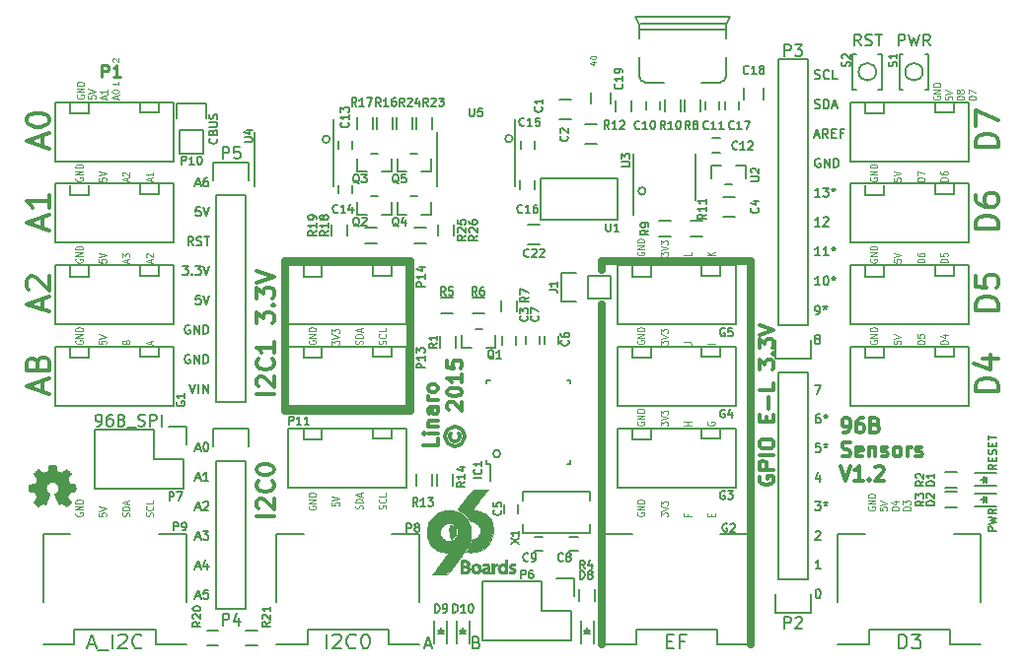
<source format=gto>
G04 #@! TF.FileFunction,Legend,Top*
%FSLAX46Y46*%
G04 Gerber Fmt 4.6, Leading zero omitted, Abs format (unit mm)*
G04 Created by KiCad (PCBNEW 4.0.1-2.201512121406+6195~38~ubuntu15.04.1-stable) date Tue 15 Dec 2015 02:37:47 GMT*
%MOMM*%
G01*
G04 APERTURE LIST*
%ADD10C,0.100000*%
%ADD11C,0.700000*%
%ADD12C,0.300000*%
%ADD13C,0.200000*%
%ADD14C,0.125000*%
%ADD15C,0.187500*%
%ADD16C,0.175000*%
%ADD17C,0.312500*%
%ADD18C,0.150000*%
%ADD19C,0.203200*%
%ADD20C,0.002540*%
%ADD21C,0.254000*%
G04 APERTURE END LIST*
D10*
D11*
X133800000Y-70300000D02*
X133800000Y-83100000D01*
X123000000Y-70300000D02*
X123000000Y-83100000D01*
X133800000Y-83100000D02*
X123000000Y-83100000D01*
X123000000Y-70300000D02*
X133800000Y-70300000D01*
X150200000Y-71000000D02*
X150200000Y-70300000D01*
X150200000Y-103200000D02*
X150200000Y-74000000D01*
X163000000Y-70300000D02*
X163000000Y-103200000D01*
X150200000Y-70300000D02*
X163000000Y-70300000D01*
D12*
X163775000Y-88771428D02*
X163715476Y-88890476D01*
X163715476Y-89069047D01*
X163775000Y-89247619D01*
X163894048Y-89366666D01*
X164013095Y-89426190D01*
X164251190Y-89485714D01*
X164429762Y-89485714D01*
X164667857Y-89426190D01*
X164786905Y-89366666D01*
X164905952Y-89247619D01*
X164965476Y-89069047D01*
X164965476Y-88949999D01*
X164905952Y-88771428D01*
X164846429Y-88711904D01*
X164429762Y-88711904D01*
X164429762Y-88949999D01*
X164965476Y-88176190D02*
X163715476Y-88176190D01*
X163715476Y-87699999D01*
X163775000Y-87580952D01*
X163834524Y-87521428D01*
X163953571Y-87461904D01*
X164132143Y-87461904D01*
X164251190Y-87521428D01*
X164310714Y-87580952D01*
X164370238Y-87699999D01*
X164370238Y-88176190D01*
X164965476Y-86926190D02*
X163715476Y-86926190D01*
X163715476Y-86092857D02*
X163715476Y-85854761D01*
X163775000Y-85735714D01*
X163894048Y-85616666D01*
X164132143Y-85557142D01*
X164548810Y-85557142D01*
X164786905Y-85616666D01*
X164905952Y-85735714D01*
X164965476Y-85854761D01*
X164965476Y-86092857D01*
X164905952Y-86211904D01*
X164786905Y-86330952D01*
X164548810Y-86390476D01*
X164132143Y-86390476D01*
X163894048Y-86330952D01*
X163775000Y-86211904D01*
X163715476Y-86092857D01*
X164310714Y-84069047D02*
X164310714Y-83652380D01*
X164965476Y-83473809D02*
X164965476Y-84069047D01*
X163715476Y-84069047D01*
X163715476Y-83473809D01*
X164489286Y-82938095D02*
X164489286Y-81985714D01*
X164965476Y-80795238D02*
X164965476Y-81390476D01*
X163715476Y-81390476D01*
X163715476Y-79545238D02*
X163715476Y-78771428D01*
X164191667Y-79188095D01*
X164191667Y-79009523D01*
X164251190Y-78890476D01*
X164310714Y-78830952D01*
X164429762Y-78771428D01*
X164727381Y-78771428D01*
X164846429Y-78830952D01*
X164905952Y-78890476D01*
X164965476Y-79009523D01*
X164965476Y-79366666D01*
X164905952Y-79485714D01*
X164846429Y-79545238D01*
X164846429Y-78235714D02*
X164905952Y-78176190D01*
X164965476Y-78235714D01*
X164905952Y-78295238D01*
X164846429Y-78235714D01*
X164965476Y-78235714D01*
X163715476Y-77759524D02*
X163715476Y-76985714D01*
X164191667Y-77402381D01*
X164191667Y-77223809D01*
X164251190Y-77104762D01*
X164310714Y-77045238D01*
X164429762Y-76985714D01*
X164727381Y-76985714D01*
X164846429Y-77045238D01*
X164905952Y-77104762D01*
X164965476Y-77223809D01*
X164965476Y-77580952D01*
X164905952Y-77700000D01*
X164846429Y-77759524D01*
X163715476Y-76628571D02*
X164965476Y-76211905D01*
X163715476Y-75795238D01*
X122078571Y-81678570D02*
X120578571Y-81678570D01*
X120721429Y-81035713D02*
X120650000Y-80964284D01*
X120578571Y-80821427D01*
X120578571Y-80464284D01*
X120650000Y-80321427D01*
X120721429Y-80249998D01*
X120864286Y-80178570D01*
X121007143Y-80178570D01*
X121221429Y-80249998D01*
X122078571Y-81107141D01*
X122078571Y-80178570D01*
X121935714Y-78678570D02*
X122007143Y-78749999D01*
X122078571Y-78964285D01*
X122078571Y-79107142D01*
X122007143Y-79321427D01*
X121864286Y-79464285D01*
X121721429Y-79535713D01*
X121435714Y-79607142D01*
X121221429Y-79607142D01*
X120935714Y-79535713D01*
X120792857Y-79464285D01*
X120650000Y-79321427D01*
X120578571Y-79107142D01*
X120578571Y-78964285D01*
X120650000Y-78749999D01*
X120721429Y-78678570D01*
X122078571Y-77249999D02*
X122078571Y-78107142D01*
X122078571Y-77678570D02*
X120578571Y-77678570D01*
X120792857Y-77821427D01*
X120935714Y-77964285D01*
X121007143Y-78107142D01*
X120578571Y-75607142D02*
X120578571Y-74678571D01*
X121150000Y-75178571D01*
X121150000Y-74964285D01*
X121221429Y-74821428D01*
X121292857Y-74749999D01*
X121435714Y-74678571D01*
X121792857Y-74678571D01*
X121935714Y-74749999D01*
X122007143Y-74821428D01*
X122078571Y-74964285D01*
X122078571Y-75392857D01*
X122007143Y-75535714D01*
X121935714Y-75607142D01*
X121935714Y-74035714D02*
X122007143Y-73964286D01*
X122078571Y-74035714D01*
X122007143Y-74107143D01*
X121935714Y-74035714D01*
X122078571Y-74035714D01*
X120578571Y-73464285D02*
X120578571Y-72535714D01*
X121150000Y-73035714D01*
X121150000Y-72821428D01*
X121221429Y-72678571D01*
X121292857Y-72607142D01*
X121435714Y-72535714D01*
X121792857Y-72535714D01*
X121935714Y-72607142D01*
X122007143Y-72678571D01*
X122078571Y-72821428D01*
X122078571Y-73250000D01*
X122007143Y-73392857D01*
X121935714Y-73464285D01*
X120578571Y-72107143D02*
X122078571Y-71607143D01*
X120578571Y-71107143D01*
D13*
X141508277Y-86820000D02*
G75*
G03X141508277Y-86820000I-318277J0D01*
G01*
X153978277Y-64250000D02*
G75*
G03X153978277Y-64250000I-318277J0D01*
G01*
X142558277Y-59740000D02*
G75*
G03X142558277Y-59740000I-318277J0D01*
G01*
X126868277Y-59800000D02*
G75*
G03X126868277Y-59800000I-318277J0D01*
G01*
D14*
X178674500Y-56088571D02*
X178644500Y-56140000D01*
X178644500Y-56217143D01*
X178674500Y-56294286D01*
X178734500Y-56345714D01*
X178794500Y-56371429D01*
X178914500Y-56397143D01*
X179004500Y-56397143D01*
X179124500Y-56371429D01*
X179184500Y-56345714D01*
X179244500Y-56294286D01*
X179274500Y-56217143D01*
X179274500Y-56165714D01*
X179244500Y-56088571D01*
X179214500Y-56062857D01*
X179004500Y-56062857D01*
X179004500Y-56165714D01*
X179274500Y-55831429D02*
X178644500Y-55831429D01*
X179274500Y-55522857D01*
X178644500Y-55522857D01*
X179274500Y-55265715D02*
X178644500Y-55265715D01*
X178644500Y-55137143D01*
X178674500Y-55060000D01*
X178734500Y-55008572D01*
X178794500Y-54982857D01*
X178914500Y-54957143D01*
X179004500Y-54957143D01*
X179124500Y-54982857D01*
X179184500Y-55008572D01*
X179244500Y-55060000D01*
X179274500Y-55137143D01*
X179274500Y-55265715D01*
X179651500Y-56114286D02*
X179651500Y-56371429D01*
X179951500Y-56397143D01*
X179921500Y-56371429D01*
X179891500Y-56320000D01*
X179891500Y-56191429D01*
X179921500Y-56140000D01*
X179951500Y-56114286D01*
X180011500Y-56088571D01*
X180161500Y-56088571D01*
X180221500Y-56114286D01*
X180251500Y-56140000D01*
X180281500Y-56191429D01*
X180281500Y-56320000D01*
X180251500Y-56371429D01*
X180221500Y-56397143D01*
X179651500Y-55934285D02*
X180281500Y-55754285D01*
X179651500Y-55574285D01*
X181288500Y-56371429D02*
X180658500Y-56371429D01*
X180658500Y-56242857D01*
X180688500Y-56165714D01*
X180748500Y-56114286D01*
X180808500Y-56088571D01*
X180928500Y-56062857D01*
X181018500Y-56062857D01*
X181138500Y-56088571D01*
X181198500Y-56114286D01*
X181258500Y-56165714D01*
X181288500Y-56242857D01*
X181288500Y-56371429D01*
X180928500Y-55754286D02*
X180898500Y-55805714D01*
X180868500Y-55831429D01*
X180808500Y-55857143D01*
X180778500Y-55857143D01*
X180718500Y-55831429D01*
X180688500Y-55805714D01*
X180658500Y-55754286D01*
X180658500Y-55651429D01*
X180688500Y-55600000D01*
X180718500Y-55574286D01*
X180778500Y-55548571D01*
X180808500Y-55548571D01*
X180868500Y-55574286D01*
X180898500Y-55600000D01*
X180928500Y-55651429D01*
X180928500Y-55754286D01*
X180958500Y-55805714D01*
X180988500Y-55831429D01*
X181048500Y-55857143D01*
X181168500Y-55857143D01*
X181228500Y-55831429D01*
X181258500Y-55805714D01*
X181288500Y-55754286D01*
X181288500Y-55651429D01*
X181258500Y-55600000D01*
X181228500Y-55574286D01*
X181168500Y-55548571D01*
X181048500Y-55548571D01*
X180988500Y-55574286D01*
X180958500Y-55600000D01*
X180928500Y-55651429D01*
X182295500Y-56371429D02*
X181665500Y-56371429D01*
X181665500Y-56242857D01*
X181695500Y-56165714D01*
X181755500Y-56114286D01*
X181815500Y-56088571D01*
X181935500Y-56062857D01*
X182025500Y-56062857D01*
X182145500Y-56088571D01*
X182205500Y-56114286D01*
X182265500Y-56165714D01*
X182295500Y-56242857D01*
X182295500Y-56371429D01*
X181665500Y-55882857D02*
X181665500Y-55522857D01*
X182295500Y-55754286D01*
X173264000Y-63088571D02*
X173234000Y-63140000D01*
X173234000Y-63217143D01*
X173264000Y-63294286D01*
X173324000Y-63345714D01*
X173384000Y-63371429D01*
X173504000Y-63397143D01*
X173594000Y-63397143D01*
X173714000Y-63371429D01*
X173774000Y-63345714D01*
X173834000Y-63294286D01*
X173864000Y-63217143D01*
X173864000Y-63165714D01*
X173834000Y-63088571D01*
X173804000Y-63062857D01*
X173594000Y-63062857D01*
X173594000Y-63165714D01*
X173864000Y-62831429D02*
X173234000Y-62831429D01*
X173864000Y-62522857D01*
X173234000Y-62522857D01*
X173864000Y-62265715D02*
X173234000Y-62265715D01*
X173234000Y-62137143D01*
X173264000Y-62060000D01*
X173324000Y-62008572D01*
X173384000Y-61982857D01*
X173504000Y-61957143D01*
X173594000Y-61957143D01*
X173714000Y-61982857D01*
X173774000Y-62008572D01*
X173834000Y-62060000D01*
X173864000Y-62137143D01*
X173864000Y-62265715D01*
X175248000Y-63114286D02*
X175248000Y-63371429D01*
X175548000Y-63397143D01*
X175518000Y-63371429D01*
X175488000Y-63320000D01*
X175488000Y-63191429D01*
X175518000Y-63140000D01*
X175548000Y-63114286D01*
X175608000Y-63088571D01*
X175758000Y-63088571D01*
X175818000Y-63114286D01*
X175848000Y-63140000D01*
X175878000Y-63191429D01*
X175878000Y-63320000D01*
X175848000Y-63371429D01*
X175818000Y-63397143D01*
X175248000Y-62934285D02*
X175878000Y-62754285D01*
X175248000Y-62574285D01*
X177892000Y-63371429D02*
X177262000Y-63371429D01*
X177262000Y-63242857D01*
X177292000Y-63165714D01*
X177352000Y-63114286D01*
X177412000Y-63088571D01*
X177532000Y-63062857D01*
X177622000Y-63062857D01*
X177742000Y-63088571D01*
X177802000Y-63114286D01*
X177862000Y-63165714D01*
X177892000Y-63242857D01*
X177892000Y-63371429D01*
X177262000Y-62882857D02*
X177262000Y-62522857D01*
X177892000Y-62754286D01*
X179906000Y-63371429D02*
X179276000Y-63371429D01*
X179276000Y-63242857D01*
X179306000Y-63165714D01*
X179366000Y-63114286D01*
X179426000Y-63088571D01*
X179546000Y-63062857D01*
X179636000Y-63062857D01*
X179756000Y-63088571D01*
X179816000Y-63114286D01*
X179876000Y-63165714D01*
X179906000Y-63242857D01*
X179906000Y-63371429D01*
X179276000Y-62600000D02*
X179276000Y-62702857D01*
X179306000Y-62754286D01*
X179336000Y-62780000D01*
X179426000Y-62831429D01*
X179546000Y-62857143D01*
X179786000Y-62857143D01*
X179846000Y-62831429D01*
X179876000Y-62805714D01*
X179906000Y-62754286D01*
X179906000Y-62651429D01*
X179876000Y-62600000D01*
X179846000Y-62574286D01*
X179786000Y-62548571D01*
X179636000Y-62548571D01*
X179576000Y-62574286D01*
X179546000Y-62600000D01*
X179516000Y-62651429D01*
X179516000Y-62754286D01*
X179546000Y-62805714D01*
X179576000Y-62831429D01*
X179636000Y-62857143D01*
X173264000Y-70088571D02*
X173234000Y-70140000D01*
X173234000Y-70217143D01*
X173264000Y-70294286D01*
X173324000Y-70345714D01*
X173384000Y-70371429D01*
X173504000Y-70397143D01*
X173594000Y-70397143D01*
X173714000Y-70371429D01*
X173774000Y-70345714D01*
X173834000Y-70294286D01*
X173864000Y-70217143D01*
X173864000Y-70165714D01*
X173834000Y-70088571D01*
X173804000Y-70062857D01*
X173594000Y-70062857D01*
X173594000Y-70165714D01*
X173864000Y-69831429D02*
X173234000Y-69831429D01*
X173864000Y-69522857D01*
X173234000Y-69522857D01*
X173864000Y-69265715D02*
X173234000Y-69265715D01*
X173234000Y-69137143D01*
X173264000Y-69060000D01*
X173324000Y-69008572D01*
X173384000Y-68982857D01*
X173504000Y-68957143D01*
X173594000Y-68957143D01*
X173714000Y-68982857D01*
X173774000Y-69008572D01*
X173834000Y-69060000D01*
X173864000Y-69137143D01*
X173864000Y-69265715D01*
X175248000Y-70114286D02*
X175248000Y-70371429D01*
X175548000Y-70397143D01*
X175518000Y-70371429D01*
X175488000Y-70320000D01*
X175488000Y-70191429D01*
X175518000Y-70140000D01*
X175548000Y-70114286D01*
X175608000Y-70088571D01*
X175758000Y-70088571D01*
X175818000Y-70114286D01*
X175848000Y-70140000D01*
X175878000Y-70191429D01*
X175878000Y-70320000D01*
X175848000Y-70371429D01*
X175818000Y-70397143D01*
X175248000Y-69934285D02*
X175878000Y-69754285D01*
X175248000Y-69574285D01*
X177892000Y-70371429D02*
X177262000Y-70371429D01*
X177262000Y-70242857D01*
X177292000Y-70165714D01*
X177352000Y-70114286D01*
X177412000Y-70088571D01*
X177532000Y-70062857D01*
X177622000Y-70062857D01*
X177742000Y-70088571D01*
X177802000Y-70114286D01*
X177862000Y-70165714D01*
X177892000Y-70242857D01*
X177892000Y-70371429D01*
X177262000Y-69600000D02*
X177262000Y-69702857D01*
X177292000Y-69754286D01*
X177322000Y-69780000D01*
X177412000Y-69831429D01*
X177532000Y-69857143D01*
X177772000Y-69857143D01*
X177832000Y-69831429D01*
X177862000Y-69805714D01*
X177892000Y-69754286D01*
X177892000Y-69651429D01*
X177862000Y-69600000D01*
X177832000Y-69574286D01*
X177772000Y-69548571D01*
X177622000Y-69548571D01*
X177562000Y-69574286D01*
X177532000Y-69600000D01*
X177502000Y-69651429D01*
X177502000Y-69754286D01*
X177532000Y-69805714D01*
X177562000Y-69831429D01*
X177622000Y-69857143D01*
X179906000Y-70371429D02*
X179276000Y-70371429D01*
X179276000Y-70242857D01*
X179306000Y-70165714D01*
X179366000Y-70114286D01*
X179426000Y-70088571D01*
X179546000Y-70062857D01*
X179636000Y-70062857D01*
X179756000Y-70088571D01*
X179816000Y-70114286D01*
X179876000Y-70165714D01*
X179906000Y-70242857D01*
X179906000Y-70371429D01*
X179276000Y-69574286D02*
X179276000Y-69831429D01*
X179576000Y-69857143D01*
X179546000Y-69831429D01*
X179516000Y-69780000D01*
X179516000Y-69651429D01*
X179546000Y-69600000D01*
X179576000Y-69574286D01*
X179636000Y-69548571D01*
X179786000Y-69548571D01*
X179846000Y-69574286D01*
X179876000Y-69600000D01*
X179906000Y-69651429D01*
X179906000Y-69780000D01*
X179876000Y-69831429D01*
X179846000Y-69857143D01*
X173264000Y-77088571D02*
X173234000Y-77140000D01*
X173234000Y-77217143D01*
X173264000Y-77294286D01*
X173324000Y-77345714D01*
X173384000Y-77371429D01*
X173504000Y-77397143D01*
X173594000Y-77397143D01*
X173714000Y-77371429D01*
X173774000Y-77345714D01*
X173834000Y-77294286D01*
X173864000Y-77217143D01*
X173864000Y-77165714D01*
X173834000Y-77088571D01*
X173804000Y-77062857D01*
X173594000Y-77062857D01*
X173594000Y-77165714D01*
X173864000Y-76831429D02*
X173234000Y-76831429D01*
X173864000Y-76522857D01*
X173234000Y-76522857D01*
X173864000Y-76265715D02*
X173234000Y-76265715D01*
X173234000Y-76137143D01*
X173264000Y-76060000D01*
X173324000Y-76008572D01*
X173384000Y-75982857D01*
X173504000Y-75957143D01*
X173594000Y-75957143D01*
X173714000Y-75982857D01*
X173774000Y-76008572D01*
X173834000Y-76060000D01*
X173864000Y-76137143D01*
X173864000Y-76265715D01*
X175248000Y-77114286D02*
X175248000Y-77371429D01*
X175548000Y-77397143D01*
X175518000Y-77371429D01*
X175488000Y-77320000D01*
X175488000Y-77191429D01*
X175518000Y-77140000D01*
X175548000Y-77114286D01*
X175608000Y-77088571D01*
X175758000Y-77088571D01*
X175818000Y-77114286D01*
X175848000Y-77140000D01*
X175878000Y-77191429D01*
X175878000Y-77320000D01*
X175848000Y-77371429D01*
X175818000Y-77397143D01*
X175248000Y-76934285D02*
X175878000Y-76754285D01*
X175248000Y-76574285D01*
X177892000Y-77371429D02*
X177262000Y-77371429D01*
X177262000Y-77242857D01*
X177292000Y-77165714D01*
X177352000Y-77114286D01*
X177412000Y-77088571D01*
X177532000Y-77062857D01*
X177622000Y-77062857D01*
X177742000Y-77088571D01*
X177802000Y-77114286D01*
X177862000Y-77165714D01*
X177892000Y-77242857D01*
X177892000Y-77371429D01*
X177262000Y-76574286D02*
X177262000Y-76831429D01*
X177562000Y-76857143D01*
X177532000Y-76831429D01*
X177502000Y-76780000D01*
X177502000Y-76651429D01*
X177532000Y-76600000D01*
X177562000Y-76574286D01*
X177622000Y-76548571D01*
X177772000Y-76548571D01*
X177832000Y-76574286D01*
X177862000Y-76600000D01*
X177892000Y-76651429D01*
X177892000Y-76780000D01*
X177862000Y-76831429D01*
X177832000Y-76857143D01*
X179906000Y-77371429D02*
X179276000Y-77371429D01*
X179276000Y-77242857D01*
X179306000Y-77165714D01*
X179366000Y-77114286D01*
X179426000Y-77088571D01*
X179546000Y-77062857D01*
X179636000Y-77062857D01*
X179756000Y-77088571D01*
X179816000Y-77114286D01*
X179876000Y-77165714D01*
X179906000Y-77242857D01*
X179906000Y-77371429D01*
X179486000Y-76600000D02*
X179906000Y-76600000D01*
X179246000Y-76728571D02*
X179696000Y-76857143D01*
X179696000Y-76522857D01*
X173074500Y-91388571D02*
X173044500Y-91440000D01*
X173044500Y-91517143D01*
X173074500Y-91594286D01*
X173134500Y-91645714D01*
X173194500Y-91671429D01*
X173314500Y-91697143D01*
X173404500Y-91697143D01*
X173524500Y-91671429D01*
X173584500Y-91645714D01*
X173644500Y-91594286D01*
X173674500Y-91517143D01*
X173674500Y-91465714D01*
X173644500Y-91388571D01*
X173614500Y-91362857D01*
X173404500Y-91362857D01*
X173404500Y-91465714D01*
X173674500Y-91131429D02*
X173044500Y-91131429D01*
X173674500Y-90822857D01*
X173044500Y-90822857D01*
X173674500Y-90565715D02*
X173044500Y-90565715D01*
X173044500Y-90437143D01*
X173074500Y-90360000D01*
X173134500Y-90308572D01*
X173194500Y-90282857D01*
X173314500Y-90257143D01*
X173404500Y-90257143D01*
X173524500Y-90282857D01*
X173584500Y-90308572D01*
X173644500Y-90360000D01*
X173674500Y-90437143D01*
X173674500Y-90565715D01*
X174051500Y-91414286D02*
X174051500Y-91671429D01*
X174351500Y-91697143D01*
X174321500Y-91671429D01*
X174291500Y-91620000D01*
X174291500Y-91491429D01*
X174321500Y-91440000D01*
X174351500Y-91414286D01*
X174411500Y-91388571D01*
X174561500Y-91388571D01*
X174621500Y-91414286D01*
X174651500Y-91440000D01*
X174681500Y-91491429D01*
X174681500Y-91620000D01*
X174651500Y-91671429D01*
X174621500Y-91697143D01*
X174051500Y-91234285D02*
X174681500Y-91054285D01*
X174051500Y-90874285D01*
X175688500Y-91671429D02*
X175058500Y-91671429D01*
X175058500Y-91542857D01*
X175088500Y-91465714D01*
X175148500Y-91414286D01*
X175208500Y-91388571D01*
X175328500Y-91362857D01*
X175418500Y-91362857D01*
X175538500Y-91388571D01*
X175598500Y-91414286D01*
X175658500Y-91465714D01*
X175688500Y-91542857D01*
X175688500Y-91671429D01*
X175268500Y-90900000D02*
X175688500Y-90900000D01*
X175028500Y-91028571D02*
X175478500Y-91157143D01*
X175478500Y-90822857D01*
X176695500Y-91671429D02*
X176065500Y-91671429D01*
X176065500Y-91542857D01*
X176095500Y-91465714D01*
X176155500Y-91414286D01*
X176215500Y-91388571D01*
X176335500Y-91362857D01*
X176425500Y-91362857D01*
X176545500Y-91388571D01*
X176605500Y-91414286D01*
X176665500Y-91465714D01*
X176695500Y-91542857D01*
X176695500Y-91671429D01*
X176065500Y-91182857D02*
X176065500Y-90848571D01*
X176305500Y-91028571D01*
X176305500Y-90951429D01*
X176335500Y-90900000D01*
X176365500Y-90874286D01*
X176425500Y-90848571D01*
X176575500Y-90848571D01*
X176635500Y-90874286D01*
X176665500Y-90900000D01*
X176695500Y-90951429D01*
X176695500Y-91105714D01*
X176665500Y-91157143D01*
X176635500Y-91182857D01*
X153264000Y-69488571D02*
X153234000Y-69540000D01*
X153234000Y-69617143D01*
X153264000Y-69694286D01*
X153324000Y-69745714D01*
X153384000Y-69771429D01*
X153504000Y-69797143D01*
X153594000Y-69797143D01*
X153714000Y-69771429D01*
X153774000Y-69745714D01*
X153834000Y-69694286D01*
X153864000Y-69617143D01*
X153864000Y-69565714D01*
X153834000Y-69488571D01*
X153804000Y-69462857D01*
X153594000Y-69462857D01*
X153594000Y-69565714D01*
X153864000Y-69231429D02*
X153234000Y-69231429D01*
X153864000Y-68922857D01*
X153234000Y-68922857D01*
X153864000Y-68665715D02*
X153234000Y-68665715D01*
X153234000Y-68537143D01*
X153264000Y-68460000D01*
X153324000Y-68408572D01*
X153384000Y-68382857D01*
X153504000Y-68357143D01*
X153594000Y-68357143D01*
X153714000Y-68382857D01*
X153774000Y-68408572D01*
X153834000Y-68460000D01*
X153864000Y-68537143D01*
X153864000Y-68665715D01*
X155248000Y-69822857D02*
X155248000Y-69488571D01*
X155488000Y-69668571D01*
X155488000Y-69591429D01*
X155518000Y-69540000D01*
X155548000Y-69514286D01*
X155608000Y-69488571D01*
X155758000Y-69488571D01*
X155818000Y-69514286D01*
X155848000Y-69540000D01*
X155878000Y-69591429D01*
X155878000Y-69745714D01*
X155848000Y-69797143D01*
X155818000Y-69822857D01*
X155248000Y-69334285D02*
X155878000Y-69154285D01*
X155248000Y-68974285D01*
X155248000Y-68845714D02*
X155248000Y-68511428D01*
X155488000Y-68691428D01*
X155488000Y-68614286D01*
X155518000Y-68562857D01*
X155548000Y-68537143D01*
X155608000Y-68511428D01*
X155758000Y-68511428D01*
X155818000Y-68537143D01*
X155848000Y-68562857D01*
X155878000Y-68614286D01*
X155878000Y-68768571D01*
X155848000Y-68820000D01*
X155818000Y-68845714D01*
X157892000Y-69514286D02*
X157892000Y-69771429D01*
X157262000Y-69771429D01*
X159906000Y-69771429D02*
X159276000Y-69771429D01*
X159906000Y-69462857D02*
X159546000Y-69694286D01*
X159276000Y-69462857D02*
X159636000Y-69771429D01*
X153264000Y-77088571D02*
X153234000Y-77140000D01*
X153234000Y-77217143D01*
X153264000Y-77294286D01*
X153324000Y-77345714D01*
X153384000Y-77371429D01*
X153504000Y-77397143D01*
X153594000Y-77397143D01*
X153714000Y-77371429D01*
X153774000Y-77345714D01*
X153834000Y-77294286D01*
X153864000Y-77217143D01*
X153864000Y-77165714D01*
X153834000Y-77088571D01*
X153804000Y-77062857D01*
X153594000Y-77062857D01*
X153594000Y-77165714D01*
X153864000Y-76831429D02*
X153234000Y-76831429D01*
X153864000Y-76522857D01*
X153234000Y-76522857D01*
X153864000Y-76265715D02*
X153234000Y-76265715D01*
X153234000Y-76137143D01*
X153264000Y-76060000D01*
X153324000Y-76008572D01*
X153384000Y-75982857D01*
X153504000Y-75957143D01*
X153594000Y-75957143D01*
X153714000Y-75982857D01*
X153774000Y-76008572D01*
X153834000Y-76060000D01*
X153864000Y-76137143D01*
X153864000Y-76265715D01*
X155248000Y-77422857D02*
X155248000Y-77088571D01*
X155488000Y-77268571D01*
X155488000Y-77191429D01*
X155518000Y-77140000D01*
X155548000Y-77114286D01*
X155608000Y-77088571D01*
X155758000Y-77088571D01*
X155818000Y-77114286D01*
X155848000Y-77140000D01*
X155878000Y-77191429D01*
X155878000Y-77345714D01*
X155848000Y-77397143D01*
X155818000Y-77422857D01*
X155248000Y-76934285D02*
X155878000Y-76754285D01*
X155248000Y-76574285D01*
X155248000Y-76445714D02*
X155248000Y-76111428D01*
X155488000Y-76291428D01*
X155488000Y-76214286D01*
X155518000Y-76162857D01*
X155548000Y-76137143D01*
X155608000Y-76111428D01*
X155758000Y-76111428D01*
X155818000Y-76137143D01*
X155848000Y-76162857D01*
X155878000Y-76214286D01*
X155878000Y-76368571D01*
X155848000Y-76420000D01*
X155818000Y-76445714D01*
X157262000Y-77217143D02*
X157712000Y-77217143D01*
X157802000Y-77242857D01*
X157862000Y-77294286D01*
X157892000Y-77371429D01*
X157892000Y-77422857D01*
X159906000Y-77371429D02*
X159276000Y-77371429D01*
X153264000Y-84088571D02*
X153234000Y-84140000D01*
X153234000Y-84217143D01*
X153264000Y-84294286D01*
X153324000Y-84345714D01*
X153384000Y-84371429D01*
X153504000Y-84397143D01*
X153594000Y-84397143D01*
X153714000Y-84371429D01*
X153774000Y-84345714D01*
X153834000Y-84294286D01*
X153864000Y-84217143D01*
X153864000Y-84165714D01*
X153834000Y-84088571D01*
X153804000Y-84062857D01*
X153594000Y-84062857D01*
X153594000Y-84165714D01*
X153864000Y-83831429D02*
X153234000Y-83831429D01*
X153864000Y-83522857D01*
X153234000Y-83522857D01*
X153864000Y-83265715D02*
X153234000Y-83265715D01*
X153234000Y-83137143D01*
X153264000Y-83060000D01*
X153324000Y-83008572D01*
X153384000Y-82982857D01*
X153504000Y-82957143D01*
X153594000Y-82957143D01*
X153714000Y-82982857D01*
X153774000Y-83008572D01*
X153834000Y-83060000D01*
X153864000Y-83137143D01*
X153864000Y-83265715D01*
X155248000Y-84422857D02*
X155248000Y-84088571D01*
X155488000Y-84268571D01*
X155488000Y-84191429D01*
X155518000Y-84140000D01*
X155548000Y-84114286D01*
X155608000Y-84088571D01*
X155758000Y-84088571D01*
X155818000Y-84114286D01*
X155848000Y-84140000D01*
X155878000Y-84191429D01*
X155878000Y-84345714D01*
X155848000Y-84397143D01*
X155818000Y-84422857D01*
X155248000Y-83934285D02*
X155878000Y-83754285D01*
X155248000Y-83574285D01*
X155248000Y-83445714D02*
X155248000Y-83111428D01*
X155488000Y-83291428D01*
X155488000Y-83214286D01*
X155518000Y-83162857D01*
X155548000Y-83137143D01*
X155608000Y-83111428D01*
X155758000Y-83111428D01*
X155818000Y-83137143D01*
X155848000Y-83162857D01*
X155878000Y-83214286D01*
X155878000Y-83368571D01*
X155848000Y-83420000D01*
X155818000Y-83445714D01*
X157892000Y-84371429D02*
X157262000Y-84371429D01*
X157562000Y-84371429D02*
X157562000Y-84062857D01*
X157892000Y-84062857D02*
X157262000Y-84062857D01*
X159306000Y-84088571D02*
X159276000Y-84140000D01*
X159276000Y-84217143D01*
X159306000Y-84294286D01*
X159366000Y-84345714D01*
X159426000Y-84371429D01*
X159546000Y-84397143D01*
X159636000Y-84397143D01*
X159756000Y-84371429D01*
X159816000Y-84345714D01*
X159876000Y-84294286D01*
X159906000Y-84217143D01*
X159906000Y-84165714D01*
X159876000Y-84088571D01*
X159846000Y-84062857D01*
X159636000Y-84062857D01*
X159636000Y-84165714D01*
X153264000Y-91888571D02*
X153234000Y-91940000D01*
X153234000Y-92017143D01*
X153264000Y-92094286D01*
X153324000Y-92145714D01*
X153384000Y-92171429D01*
X153504000Y-92197143D01*
X153594000Y-92197143D01*
X153714000Y-92171429D01*
X153774000Y-92145714D01*
X153834000Y-92094286D01*
X153864000Y-92017143D01*
X153864000Y-91965714D01*
X153834000Y-91888571D01*
X153804000Y-91862857D01*
X153594000Y-91862857D01*
X153594000Y-91965714D01*
X153864000Y-91631429D02*
X153234000Y-91631429D01*
X153864000Y-91322857D01*
X153234000Y-91322857D01*
X153864000Y-91065715D02*
X153234000Y-91065715D01*
X153234000Y-90937143D01*
X153264000Y-90860000D01*
X153324000Y-90808572D01*
X153384000Y-90782857D01*
X153504000Y-90757143D01*
X153594000Y-90757143D01*
X153714000Y-90782857D01*
X153774000Y-90808572D01*
X153834000Y-90860000D01*
X153864000Y-90937143D01*
X153864000Y-91065715D01*
X155248000Y-92222857D02*
X155248000Y-91888571D01*
X155488000Y-92068571D01*
X155488000Y-91991429D01*
X155518000Y-91940000D01*
X155548000Y-91914286D01*
X155608000Y-91888571D01*
X155758000Y-91888571D01*
X155818000Y-91914286D01*
X155848000Y-91940000D01*
X155878000Y-91991429D01*
X155878000Y-92145714D01*
X155848000Y-92197143D01*
X155818000Y-92222857D01*
X155248000Y-91734285D02*
X155878000Y-91554285D01*
X155248000Y-91374285D01*
X155248000Y-91245714D02*
X155248000Y-90911428D01*
X155488000Y-91091428D01*
X155488000Y-91014286D01*
X155518000Y-90962857D01*
X155548000Y-90937143D01*
X155608000Y-90911428D01*
X155758000Y-90911428D01*
X155818000Y-90937143D01*
X155848000Y-90962857D01*
X155878000Y-91014286D01*
X155878000Y-91168571D01*
X155848000Y-91220000D01*
X155818000Y-91245714D01*
X157562000Y-91991429D02*
X157562000Y-92171429D01*
X157892000Y-92171429D02*
X157262000Y-92171429D01*
X157262000Y-91914286D01*
X159576000Y-92171429D02*
X159576000Y-91991429D01*
X159906000Y-91914286D02*
X159906000Y-92171429D01*
X159276000Y-92171429D01*
X159276000Y-91914286D01*
X125064000Y-91311428D02*
X125034000Y-91362857D01*
X125034000Y-91440000D01*
X125064000Y-91517143D01*
X125124000Y-91568571D01*
X125184000Y-91594286D01*
X125304000Y-91620000D01*
X125394000Y-91620000D01*
X125514000Y-91594286D01*
X125574000Y-91568571D01*
X125634000Y-91517143D01*
X125664000Y-91440000D01*
X125664000Y-91388571D01*
X125634000Y-91311428D01*
X125604000Y-91285714D01*
X125394000Y-91285714D01*
X125394000Y-91388571D01*
X125664000Y-91054286D02*
X125034000Y-91054286D01*
X125664000Y-90745714D01*
X125034000Y-90745714D01*
X125664000Y-90488572D02*
X125034000Y-90488572D01*
X125034000Y-90360000D01*
X125064000Y-90282857D01*
X125124000Y-90231429D01*
X125184000Y-90205714D01*
X125304000Y-90180000D01*
X125394000Y-90180000D01*
X125514000Y-90205714D01*
X125574000Y-90231429D01*
X125634000Y-90282857D01*
X125664000Y-90360000D01*
X125664000Y-90488572D01*
X127048000Y-91002857D02*
X127048000Y-91260000D01*
X127348000Y-91285714D01*
X127318000Y-91260000D01*
X127288000Y-91208571D01*
X127288000Y-91080000D01*
X127318000Y-91028571D01*
X127348000Y-91002857D01*
X127408000Y-90977142D01*
X127558000Y-90977142D01*
X127618000Y-91002857D01*
X127648000Y-91028571D01*
X127678000Y-91080000D01*
X127678000Y-91208571D01*
X127648000Y-91260000D01*
X127618000Y-91285714D01*
X127048000Y-90822856D02*
X127678000Y-90642856D01*
X127048000Y-90462856D01*
X129662000Y-91555714D02*
X129692000Y-91478571D01*
X129692000Y-91350000D01*
X129662000Y-91298571D01*
X129632000Y-91272857D01*
X129572000Y-91247142D01*
X129512000Y-91247142D01*
X129452000Y-91272857D01*
X129422000Y-91298571D01*
X129392000Y-91350000D01*
X129362000Y-91452857D01*
X129332000Y-91504285D01*
X129302000Y-91530000D01*
X129242000Y-91555714D01*
X129182000Y-91555714D01*
X129122000Y-91530000D01*
X129092000Y-91504285D01*
X129062000Y-91452857D01*
X129062000Y-91324285D01*
X129092000Y-91247142D01*
X129692000Y-91015714D02*
X129062000Y-91015714D01*
X129062000Y-90887142D01*
X129092000Y-90809999D01*
X129152000Y-90758571D01*
X129212000Y-90732856D01*
X129332000Y-90707142D01*
X129422000Y-90707142D01*
X129542000Y-90732856D01*
X129602000Y-90758571D01*
X129662000Y-90809999D01*
X129692000Y-90887142D01*
X129692000Y-91015714D01*
X129512000Y-90501428D02*
X129512000Y-90244285D01*
X129692000Y-90552856D02*
X129062000Y-90372856D01*
X129692000Y-90192856D01*
X131676000Y-91542857D02*
X131706000Y-91465714D01*
X131706000Y-91337143D01*
X131676000Y-91285714D01*
X131646000Y-91260000D01*
X131586000Y-91234285D01*
X131526000Y-91234285D01*
X131466000Y-91260000D01*
X131436000Y-91285714D01*
X131406000Y-91337143D01*
X131376000Y-91440000D01*
X131346000Y-91491428D01*
X131316000Y-91517143D01*
X131256000Y-91542857D01*
X131196000Y-91542857D01*
X131136000Y-91517143D01*
X131106000Y-91491428D01*
X131076000Y-91440000D01*
X131076000Y-91311428D01*
X131106000Y-91234285D01*
X131646000Y-90694285D02*
X131676000Y-90719999D01*
X131706000Y-90797142D01*
X131706000Y-90848571D01*
X131676000Y-90925714D01*
X131616000Y-90977142D01*
X131556000Y-91002857D01*
X131436000Y-91028571D01*
X131346000Y-91028571D01*
X131226000Y-91002857D01*
X131166000Y-90977142D01*
X131106000Y-90925714D01*
X131076000Y-90848571D01*
X131076000Y-90797142D01*
X131106000Y-90719999D01*
X131136000Y-90694285D01*
X131706000Y-90205714D02*
X131706000Y-90462857D01*
X131076000Y-90462857D01*
X125064000Y-77088571D02*
X125034000Y-77140000D01*
X125034000Y-77217143D01*
X125064000Y-77294286D01*
X125124000Y-77345714D01*
X125184000Y-77371429D01*
X125304000Y-77397143D01*
X125394000Y-77397143D01*
X125514000Y-77371429D01*
X125574000Y-77345714D01*
X125634000Y-77294286D01*
X125664000Y-77217143D01*
X125664000Y-77165714D01*
X125634000Y-77088571D01*
X125604000Y-77062857D01*
X125394000Y-77062857D01*
X125394000Y-77165714D01*
X125664000Y-76831429D02*
X125034000Y-76831429D01*
X125664000Y-76522857D01*
X125034000Y-76522857D01*
X125664000Y-76265715D02*
X125034000Y-76265715D01*
X125034000Y-76137143D01*
X125064000Y-76060000D01*
X125124000Y-76008572D01*
X125184000Y-75982857D01*
X125304000Y-75957143D01*
X125394000Y-75957143D01*
X125514000Y-75982857D01*
X125574000Y-76008572D01*
X125634000Y-76060000D01*
X125664000Y-76137143D01*
X125664000Y-76265715D01*
X127048000Y-77422857D02*
X127048000Y-77088571D01*
X127288000Y-77268571D01*
X127288000Y-77191429D01*
X127318000Y-77140000D01*
X127348000Y-77114286D01*
X127408000Y-77088571D01*
X127558000Y-77088571D01*
X127618000Y-77114286D01*
X127648000Y-77140000D01*
X127678000Y-77191429D01*
X127678000Y-77345714D01*
X127648000Y-77397143D01*
X127618000Y-77422857D01*
X127048000Y-76934285D02*
X127678000Y-76754285D01*
X127048000Y-76574285D01*
X127048000Y-76445714D02*
X127048000Y-76111428D01*
X127288000Y-76291428D01*
X127288000Y-76214286D01*
X127318000Y-76162857D01*
X127348000Y-76137143D01*
X127408000Y-76111428D01*
X127558000Y-76111428D01*
X127618000Y-76137143D01*
X127648000Y-76162857D01*
X127678000Y-76214286D01*
X127678000Y-76368571D01*
X127648000Y-76420000D01*
X127618000Y-76445714D01*
X129662000Y-77397143D02*
X129692000Y-77320000D01*
X129692000Y-77191429D01*
X129662000Y-77140000D01*
X129632000Y-77114286D01*
X129572000Y-77088571D01*
X129512000Y-77088571D01*
X129452000Y-77114286D01*
X129422000Y-77140000D01*
X129392000Y-77191429D01*
X129362000Y-77294286D01*
X129332000Y-77345714D01*
X129302000Y-77371429D01*
X129242000Y-77397143D01*
X129182000Y-77397143D01*
X129122000Y-77371429D01*
X129092000Y-77345714D01*
X129062000Y-77294286D01*
X129062000Y-77165714D01*
X129092000Y-77088571D01*
X129692000Y-76857143D02*
X129062000Y-76857143D01*
X129062000Y-76728571D01*
X129092000Y-76651428D01*
X129152000Y-76600000D01*
X129212000Y-76574285D01*
X129332000Y-76548571D01*
X129422000Y-76548571D01*
X129542000Y-76574285D01*
X129602000Y-76600000D01*
X129662000Y-76651428D01*
X129692000Y-76728571D01*
X129692000Y-76857143D01*
X129512000Y-76342857D02*
X129512000Y-76085714D01*
X129692000Y-76394285D02*
X129062000Y-76214285D01*
X129692000Y-76034285D01*
X131676000Y-77397143D02*
X131706000Y-77320000D01*
X131706000Y-77191429D01*
X131676000Y-77140000D01*
X131646000Y-77114286D01*
X131586000Y-77088571D01*
X131526000Y-77088571D01*
X131466000Y-77114286D01*
X131436000Y-77140000D01*
X131406000Y-77191429D01*
X131376000Y-77294286D01*
X131346000Y-77345714D01*
X131316000Y-77371429D01*
X131256000Y-77397143D01*
X131196000Y-77397143D01*
X131136000Y-77371429D01*
X131106000Y-77345714D01*
X131076000Y-77294286D01*
X131076000Y-77165714D01*
X131106000Y-77088571D01*
X131646000Y-76548571D02*
X131676000Y-76574285D01*
X131706000Y-76651428D01*
X131706000Y-76702857D01*
X131676000Y-76780000D01*
X131616000Y-76831428D01*
X131556000Y-76857143D01*
X131436000Y-76882857D01*
X131346000Y-76882857D01*
X131226000Y-76857143D01*
X131166000Y-76831428D01*
X131106000Y-76780000D01*
X131076000Y-76702857D01*
X131076000Y-76651428D01*
X131106000Y-76574285D01*
X131136000Y-76548571D01*
X131706000Y-76060000D02*
X131706000Y-76317143D01*
X131076000Y-76317143D01*
X105154500Y-55998571D02*
X105124500Y-56050000D01*
X105124500Y-56127143D01*
X105154500Y-56204286D01*
X105214500Y-56255714D01*
X105274500Y-56281429D01*
X105394500Y-56307143D01*
X105484500Y-56307143D01*
X105604500Y-56281429D01*
X105664500Y-56255714D01*
X105724500Y-56204286D01*
X105754500Y-56127143D01*
X105754500Y-56075714D01*
X105724500Y-55998571D01*
X105694500Y-55972857D01*
X105484500Y-55972857D01*
X105484500Y-56075714D01*
X105754500Y-55741429D02*
X105124500Y-55741429D01*
X105754500Y-55432857D01*
X105124500Y-55432857D01*
X105754500Y-55175715D02*
X105124500Y-55175715D01*
X105124500Y-55047143D01*
X105154500Y-54970000D01*
X105214500Y-54918572D01*
X105274500Y-54892857D01*
X105394500Y-54867143D01*
X105484500Y-54867143D01*
X105604500Y-54892857D01*
X105664500Y-54918572D01*
X105724500Y-54970000D01*
X105754500Y-55047143D01*
X105754500Y-55175715D01*
X106131500Y-56024286D02*
X106131500Y-56281429D01*
X106431500Y-56307143D01*
X106401500Y-56281429D01*
X106371500Y-56230000D01*
X106371500Y-56101429D01*
X106401500Y-56050000D01*
X106431500Y-56024286D01*
X106491500Y-55998571D01*
X106641500Y-55998571D01*
X106701500Y-56024286D01*
X106731500Y-56050000D01*
X106761500Y-56101429D01*
X106761500Y-56230000D01*
X106731500Y-56281429D01*
X106701500Y-56307143D01*
X106131500Y-55844285D02*
X106761500Y-55664285D01*
X106131500Y-55484285D01*
X107588500Y-56307143D02*
X107588500Y-56050000D01*
X107768500Y-56358571D02*
X107138500Y-56178571D01*
X107768500Y-55998571D01*
X107768500Y-55535714D02*
X107768500Y-55844286D01*
X107768500Y-55690000D02*
X107138500Y-55690000D01*
X107228500Y-55741429D01*
X107288500Y-55792857D01*
X107318500Y-55844286D01*
X108595500Y-56307143D02*
X108595500Y-56050000D01*
X108775500Y-56358571D02*
X108145500Y-56178571D01*
X108775500Y-55998571D01*
X108145500Y-55715714D02*
X108145500Y-55664286D01*
X108175500Y-55612857D01*
X108205500Y-55587143D01*
X108265500Y-55561429D01*
X108385500Y-55535714D01*
X108535500Y-55535714D01*
X108655500Y-55561429D01*
X108715500Y-55587143D01*
X108745500Y-55612857D01*
X108775500Y-55664286D01*
X108775500Y-55715714D01*
X108745500Y-55767143D01*
X108715500Y-55792857D01*
X108655500Y-55818572D01*
X108535500Y-55844286D01*
X108385500Y-55844286D01*
X108265500Y-55818572D01*
X108205500Y-55792857D01*
X108175500Y-55767143D01*
X108145500Y-55715714D01*
X105064000Y-63088571D02*
X105034000Y-63140000D01*
X105034000Y-63217143D01*
X105064000Y-63294286D01*
X105124000Y-63345714D01*
X105184000Y-63371429D01*
X105304000Y-63397143D01*
X105394000Y-63397143D01*
X105514000Y-63371429D01*
X105574000Y-63345714D01*
X105634000Y-63294286D01*
X105664000Y-63217143D01*
X105664000Y-63165714D01*
X105634000Y-63088571D01*
X105604000Y-63062857D01*
X105394000Y-63062857D01*
X105394000Y-63165714D01*
X105664000Y-62831429D02*
X105034000Y-62831429D01*
X105664000Y-62522857D01*
X105034000Y-62522857D01*
X105664000Y-62265715D02*
X105034000Y-62265715D01*
X105034000Y-62137143D01*
X105064000Y-62060000D01*
X105124000Y-62008572D01*
X105184000Y-61982857D01*
X105304000Y-61957143D01*
X105394000Y-61957143D01*
X105514000Y-61982857D01*
X105574000Y-62008572D01*
X105634000Y-62060000D01*
X105664000Y-62137143D01*
X105664000Y-62265715D01*
X107048000Y-63114286D02*
X107048000Y-63371429D01*
X107348000Y-63397143D01*
X107318000Y-63371429D01*
X107288000Y-63320000D01*
X107288000Y-63191429D01*
X107318000Y-63140000D01*
X107348000Y-63114286D01*
X107408000Y-63088571D01*
X107558000Y-63088571D01*
X107618000Y-63114286D01*
X107648000Y-63140000D01*
X107678000Y-63191429D01*
X107678000Y-63320000D01*
X107648000Y-63371429D01*
X107618000Y-63397143D01*
X107048000Y-62934285D02*
X107678000Y-62754285D01*
X107048000Y-62574285D01*
X109512000Y-63397143D02*
X109512000Y-63140000D01*
X109692000Y-63448571D02*
X109062000Y-63268571D01*
X109692000Y-63088571D01*
X109122000Y-62934286D02*
X109092000Y-62908572D01*
X109062000Y-62857143D01*
X109062000Y-62728572D01*
X109092000Y-62677143D01*
X109122000Y-62651429D01*
X109182000Y-62625714D01*
X109242000Y-62625714D01*
X109332000Y-62651429D01*
X109692000Y-62960000D01*
X109692000Y-62625714D01*
X111526000Y-63397143D02*
X111526000Y-63140000D01*
X111706000Y-63448571D02*
X111076000Y-63268571D01*
X111706000Y-63088571D01*
X111706000Y-62625714D02*
X111706000Y-62934286D01*
X111706000Y-62780000D02*
X111076000Y-62780000D01*
X111166000Y-62831429D01*
X111226000Y-62882857D01*
X111256000Y-62934286D01*
X105064000Y-70088571D02*
X105034000Y-70140000D01*
X105034000Y-70217143D01*
X105064000Y-70294286D01*
X105124000Y-70345714D01*
X105184000Y-70371429D01*
X105304000Y-70397143D01*
X105394000Y-70397143D01*
X105514000Y-70371429D01*
X105574000Y-70345714D01*
X105634000Y-70294286D01*
X105664000Y-70217143D01*
X105664000Y-70165714D01*
X105634000Y-70088571D01*
X105604000Y-70062857D01*
X105394000Y-70062857D01*
X105394000Y-70165714D01*
X105664000Y-69831429D02*
X105034000Y-69831429D01*
X105664000Y-69522857D01*
X105034000Y-69522857D01*
X105664000Y-69265715D02*
X105034000Y-69265715D01*
X105034000Y-69137143D01*
X105064000Y-69060000D01*
X105124000Y-69008572D01*
X105184000Y-68982857D01*
X105304000Y-68957143D01*
X105394000Y-68957143D01*
X105514000Y-68982857D01*
X105574000Y-69008572D01*
X105634000Y-69060000D01*
X105664000Y-69137143D01*
X105664000Y-69265715D01*
X107048000Y-70114286D02*
X107048000Y-70371429D01*
X107348000Y-70397143D01*
X107318000Y-70371429D01*
X107288000Y-70320000D01*
X107288000Y-70191429D01*
X107318000Y-70140000D01*
X107348000Y-70114286D01*
X107408000Y-70088571D01*
X107558000Y-70088571D01*
X107618000Y-70114286D01*
X107648000Y-70140000D01*
X107678000Y-70191429D01*
X107678000Y-70320000D01*
X107648000Y-70371429D01*
X107618000Y-70397143D01*
X107048000Y-69934285D02*
X107678000Y-69754285D01*
X107048000Y-69574285D01*
X109512000Y-70397143D02*
X109512000Y-70140000D01*
X109692000Y-70448571D02*
X109062000Y-70268571D01*
X109692000Y-70088571D01*
X109062000Y-69960000D02*
X109062000Y-69625714D01*
X109302000Y-69805714D01*
X109302000Y-69728572D01*
X109332000Y-69677143D01*
X109362000Y-69651429D01*
X109422000Y-69625714D01*
X109572000Y-69625714D01*
X109632000Y-69651429D01*
X109662000Y-69677143D01*
X109692000Y-69728572D01*
X109692000Y-69882857D01*
X109662000Y-69934286D01*
X109632000Y-69960000D01*
X111526000Y-70397143D02*
X111526000Y-70140000D01*
X111706000Y-70448571D02*
X111076000Y-70268571D01*
X111706000Y-70088571D01*
X111136000Y-69934286D02*
X111106000Y-69908572D01*
X111076000Y-69857143D01*
X111076000Y-69728572D01*
X111106000Y-69677143D01*
X111136000Y-69651429D01*
X111196000Y-69625714D01*
X111256000Y-69625714D01*
X111346000Y-69651429D01*
X111706000Y-69960000D01*
X111706000Y-69625714D01*
X105064000Y-91888571D02*
X105034000Y-91940000D01*
X105034000Y-92017143D01*
X105064000Y-92094286D01*
X105124000Y-92145714D01*
X105184000Y-92171429D01*
X105304000Y-92197143D01*
X105394000Y-92197143D01*
X105514000Y-92171429D01*
X105574000Y-92145714D01*
X105634000Y-92094286D01*
X105664000Y-92017143D01*
X105664000Y-91965714D01*
X105634000Y-91888571D01*
X105604000Y-91862857D01*
X105394000Y-91862857D01*
X105394000Y-91965714D01*
X105664000Y-91631429D02*
X105034000Y-91631429D01*
X105664000Y-91322857D01*
X105034000Y-91322857D01*
X105664000Y-91065715D02*
X105034000Y-91065715D01*
X105034000Y-90937143D01*
X105064000Y-90860000D01*
X105124000Y-90808572D01*
X105184000Y-90782857D01*
X105304000Y-90757143D01*
X105394000Y-90757143D01*
X105514000Y-90782857D01*
X105574000Y-90808572D01*
X105634000Y-90860000D01*
X105664000Y-90937143D01*
X105664000Y-91065715D01*
X107048000Y-91914286D02*
X107048000Y-92171429D01*
X107348000Y-92197143D01*
X107318000Y-92171429D01*
X107288000Y-92120000D01*
X107288000Y-91991429D01*
X107318000Y-91940000D01*
X107348000Y-91914286D01*
X107408000Y-91888571D01*
X107558000Y-91888571D01*
X107618000Y-91914286D01*
X107648000Y-91940000D01*
X107678000Y-91991429D01*
X107678000Y-92120000D01*
X107648000Y-92171429D01*
X107618000Y-92197143D01*
X107048000Y-91734285D02*
X107678000Y-91554285D01*
X107048000Y-91374285D01*
X109662000Y-92197143D02*
X109692000Y-92120000D01*
X109692000Y-91991429D01*
X109662000Y-91940000D01*
X109632000Y-91914286D01*
X109572000Y-91888571D01*
X109512000Y-91888571D01*
X109452000Y-91914286D01*
X109422000Y-91940000D01*
X109392000Y-91991429D01*
X109362000Y-92094286D01*
X109332000Y-92145714D01*
X109302000Y-92171429D01*
X109242000Y-92197143D01*
X109182000Y-92197143D01*
X109122000Y-92171429D01*
X109092000Y-92145714D01*
X109062000Y-92094286D01*
X109062000Y-91965714D01*
X109092000Y-91888571D01*
X109692000Y-91657143D02*
X109062000Y-91657143D01*
X109062000Y-91528571D01*
X109092000Y-91451428D01*
X109152000Y-91400000D01*
X109212000Y-91374285D01*
X109332000Y-91348571D01*
X109422000Y-91348571D01*
X109542000Y-91374285D01*
X109602000Y-91400000D01*
X109662000Y-91451428D01*
X109692000Y-91528571D01*
X109692000Y-91657143D01*
X109512000Y-91142857D02*
X109512000Y-90885714D01*
X109692000Y-91194285D02*
X109062000Y-91014285D01*
X109692000Y-90834285D01*
X111676000Y-92197143D02*
X111706000Y-92120000D01*
X111706000Y-91991429D01*
X111676000Y-91940000D01*
X111646000Y-91914286D01*
X111586000Y-91888571D01*
X111526000Y-91888571D01*
X111466000Y-91914286D01*
X111436000Y-91940000D01*
X111406000Y-91991429D01*
X111376000Y-92094286D01*
X111346000Y-92145714D01*
X111316000Y-92171429D01*
X111256000Y-92197143D01*
X111196000Y-92197143D01*
X111136000Y-92171429D01*
X111106000Y-92145714D01*
X111076000Y-92094286D01*
X111076000Y-91965714D01*
X111106000Y-91888571D01*
X111646000Y-91348571D02*
X111676000Y-91374285D01*
X111706000Y-91451428D01*
X111706000Y-91502857D01*
X111676000Y-91580000D01*
X111616000Y-91631428D01*
X111556000Y-91657143D01*
X111436000Y-91682857D01*
X111346000Y-91682857D01*
X111226000Y-91657143D01*
X111166000Y-91631428D01*
X111106000Y-91580000D01*
X111076000Y-91502857D01*
X111076000Y-91451428D01*
X111106000Y-91374285D01*
X111136000Y-91348571D01*
X111706000Y-90860000D02*
X111706000Y-91117143D01*
X111076000Y-91117143D01*
X105064000Y-77088571D02*
X105034000Y-77140000D01*
X105034000Y-77217143D01*
X105064000Y-77294286D01*
X105124000Y-77345714D01*
X105184000Y-77371429D01*
X105304000Y-77397143D01*
X105394000Y-77397143D01*
X105514000Y-77371429D01*
X105574000Y-77345714D01*
X105634000Y-77294286D01*
X105664000Y-77217143D01*
X105664000Y-77165714D01*
X105634000Y-77088571D01*
X105604000Y-77062857D01*
X105394000Y-77062857D01*
X105394000Y-77165714D01*
X105664000Y-76831429D02*
X105034000Y-76831429D01*
X105664000Y-76522857D01*
X105034000Y-76522857D01*
X105664000Y-76265715D02*
X105034000Y-76265715D01*
X105034000Y-76137143D01*
X105064000Y-76060000D01*
X105124000Y-76008572D01*
X105184000Y-75982857D01*
X105304000Y-75957143D01*
X105394000Y-75957143D01*
X105514000Y-75982857D01*
X105574000Y-76008572D01*
X105634000Y-76060000D01*
X105664000Y-76137143D01*
X105664000Y-76265715D01*
X107048000Y-77114286D02*
X107048000Y-77371429D01*
X107348000Y-77397143D01*
X107318000Y-77371429D01*
X107288000Y-77320000D01*
X107288000Y-77191429D01*
X107318000Y-77140000D01*
X107348000Y-77114286D01*
X107408000Y-77088571D01*
X107558000Y-77088571D01*
X107618000Y-77114286D01*
X107648000Y-77140000D01*
X107678000Y-77191429D01*
X107678000Y-77320000D01*
X107648000Y-77371429D01*
X107618000Y-77397143D01*
X107048000Y-76934285D02*
X107678000Y-76754285D01*
X107048000Y-76574285D01*
X109362000Y-77191429D02*
X109392000Y-77114286D01*
X109422000Y-77088571D01*
X109482000Y-77062857D01*
X109572000Y-77062857D01*
X109632000Y-77088571D01*
X109662000Y-77114286D01*
X109692000Y-77165714D01*
X109692000Y-77371429D01*
X109062000Y-77371429D01*
X109062000Y-77191429D01*
X109092000Y-77140000D01*
X109122000Y-77114286D01*
X109182000Y-77088571D01*
X109242000Y-77088571D01*
X109302000Y-77114286D01*
X109332000Y-77140000D01*
X109362000Y-77191429D01*
X109362000Y-77371429D01*
X111526000Y-77397143D02*
X111526000Y-77140000D01*
X111706000Y-77448571D02*
X111076000Y-77268571D01*
X111706000Y-77088571D01*
D15*
X115353334Y-63649833D02*
X115720000Y-63649833D01*
X115280000Y-63869833D02*
X115536667Y-63099833D01*
X115793334Y-63869833D01*
X116380000Y-63099833D02*
X116233334Y-63099833D01*
X116160000Y-63136500D01*
X116123334Y-63173167D01*
X116050000Y-63283167D01*
X116013334Y-63429833D01*
X116013334Y-63723167D01*
X116050000Y-63796500D01*
X116086667Y-63833167D01*
X116160000Y-63869833D01*
X116306667Y-63869833D01*
X116380000Y-63833167D01*
X116416667Y-63796500D01*
X116453334Y-63723167D01*
X116453334Y-63539833D01*
X116416667Y-63466500D01*
X116380000Y-63429833D01*
X116306667Y-63393167D01*
X116160000Y-63393167D01*
X116086667Y-63429833D01*
X116050000Y-63466500D01*
X116013334Y-63539833D01*
X115756667Y-65630833D02*
X115390000Y-65630833D01*
X115353334Y-65997500D01*
X115390000Y-65960833D01*
X115463334Y-65924167D01*
X115646667Y-65924167D01*
X115720000Y-65960833D01*
X115756667Y-65997500D01*
X115793334Y-66070833D01*
X115793334Y-66254167D01*
X115756667Y-66327500D01*
X115720000Y-66364167D01*
X115646667Y-66400833D01*
X115463334Y-66400833D01*
X115390000Y-66364167D01*
X115353334Y-66327500D01*
X116013333Y-65630833D02*
X116270000Y-66400833D01*
X116526667Y-65630833D01*
X115133333Y-68931833D02*
X114876667Y-68565167D01*
X114693333Y-68931833D02*
X114693333Y-68161833D01*
X114986667Y-68161833D01*
X115060000Y-68198500D01*
X115096667Y-68235167D01*
X115133333Y-68308500D01*
X115133333Y-68418500D01*
X115096667Y-68491833D01*
X115060000Y-68528500D01*
X114986667Y-68565167D01*
X114693333Y-68565167D01*
X115426667Y-68895167D02*
X115536667Y-68931833D01*
X115720000Y-68931833D01*
X115793333Y-68895167D01*
X115830000Y-68858500D01*
X115866667Y-68785167D01*
X115866667Y-68711833D01*
X115830000Y-68638500D01*
X115793333Y-68601833D01*
X115720000Y-68565167D01*
X115573333Y-68528500D01*
X115500000Y-68491833D01*
X115463333Y-68455167D01*
X115426667Y-68381833D01*
X115426667Y-68308500D01*
X115463333Y-68235167D01*
X115500000Y-68198500D01*
X115573333Y-68161833D01*
X115756667Y-68161833D01*
X115866667Y-68198500D01*
X116086666Y-68161833D02*
X116526666Y-68161833D01*
X116306666Y-68931833D02*
X116306666Y-68161833D01*
X114216667Y-70692833D02*
X114693334Y-70692833D01*
X114436667Y-70986167D01*
X114546667Y-70986167D01*
X114620000Y-71022833D01*
X114656667Y-71059500D01*
X114693334Y-71132833D01*
X114693334Y-71316167D01*
X114656667Y-71389500D01*
X114620000Y-71426167D01*
X114546667Y-71462833D01*
X114326667Y-71462833D01*
X114253334Y-71426167D01*
X114216667Y-71389500D01*
X115023333Y-71389500D02*
X115060000Y-71426167D01*
X115023333Y-71462833D01*
X114986667Y-71426167D01*
X115023333Y-71389500D01*
X115023333Y-71462833D01*
X115316667Y-70692833D02*
X115793334Y-70692833D01*
X115536667Y-70986167D01*
X115646667Y-70986167D01*
X115720000Y-71022833D01*
X115756667Y-71059500D01*
X115793334Y-71132833D01*
X115793334Y-71316167D01*
X115756667Y-71389500D01*
X115720000Y-71426167D01*
X115646667Y-71462833D01*
X115426667Y-71462833D01*
X115353334Y-71426167D01*
X115316667Y-71389500D01*
X116013333Y-70692833D02*
X116270000Y-71462833D01*
X116526667Y-70692833D01*
X115756667Y-73223833D02*
X115390000Y-73223833D01*
X115353334Y-73590500D01*
X115390000Y-73553833D01*
X115463334Y-73517167D01*
X115646667Y-73517167D01*
X115720000Y-73553833D01*
X115756667Y-73590500D01*
X115793334Y-73663833D01*
X115793334Y-73847167D01*
X115756667Y-73920500D01*
X115720000Y-73957167D01*
X115646667Y-73993833D01*
X115463334Y-73993833D01*
X115390000Y-73957167D01*
X115353334Y-73920500D01*
X116013333Y-73223833D02*
X116270000Y-73993833D01*
X116526667Y-73223833D01*
X114840000Y-75791500D02*
X114766666Y-75754833D01*
X114656666Y-75754833D01*
X114546666Y-75791500D01*
X114473333Y-75864833D01*
X114436666Y-75938167D01*
X114400000Y-76084833D01*
X114400000Y-76194833D01*
X114436666Y-76341500D01*
X114473333Y-76414833D01*
X114546666Y-76488167D01*
X114656666Y-76524833D01*
X114730000Y-76524833D01*
X114840000Y-76488167D01*
X114876666Y-76451500D01*
X114876666Y-76194833D01*
X114730000Y-76194833D01*
X115206666Y-76524833D02*
X115206666Y-75754833D01*
X115646666Y-76524833D01*
X115646666Y-75754833D01*
X116013333Y-76524833D02*
X116013333Y-75754833D01*
X116196667Y-75754833D01*
X116306667Y-75791500D01*
X116380000Y-75864833D01*
X116416667Y-75938167D01*
X116453333Y-76084833D01*
X116453333Y-76194833D01*
X116416667Y-76341500D01*
X116380000Y-76414833D01*
X116306667Y-76488167D01*
X116196667Y-76524833D01*
X116013333Y-76524833D01*
X114840000Y-78322500D02*
X114766666Y-78285833D01*
X114656666Y-78285833D01*
X114546666Y-78322500D01*
X114473333Y-78395833D01*
X114436666Y-78469167D01*
X114400000Y-78615833D01*
X114400000Y-78725833D01*
X114436666Y-78872500D01*
X114473333Y-78945833D01*
X114546666Y-79019167D01*
X114656666Y-79055833D01*
X114730000Y-79055833D01*
X114840000Y-79019167D01*
X114876666Y-78982500D01*
X114876666Y-78725833D01*
X114730000Y-78725833D01*
X115206666Y-79055833D02*
X115206666Y-78285833D01*
X115646666Y-79055833D01*
X115646666Y-78285833D01*
X116013333Y-79055833D02*
X116013333Y-78285833D01*
X116196667Y-78285833D01*
X116306667Y-78322500D01*
X116380000Y-78395833D01*
X116416667Y-78469167D01*
X116453333Y-78615833D01*
X116453333Y-78725833D01*
X116416667Y-78872500D01*
X116380000Y-78945833D01*
X116306667Y-79019167D01*
X116196667Y-79055833D01*
X116013333Y-79055833D01*
X114839999Y-80816833D02*
X115096666Y-81586833D01*
X115353333Y-80816833D01*
X115609999Y-81586833D02*
X115609999Y-80816833D01*
X115976666Y-81586833D02*
X115976666Y-80816833D01*
X116416666Y-81586833D01*
X116416666Y-80816833D01*
X115353334Y-86400833D02*
X115720000Y-86400833D01*
X115280000Y-86620833D02*
X115536667Y-85850833D01*
X115793334Y-86620833D01*
X116196667Y-85850833D02*
X116270000Y-85850833D01*
X116343334Y-85887500D01*
X116380000Y-85924167D01*
X116416667Y-85997500D01*
X116453334Y-86144167D01*
X116453334Y-86327500D01*
X116416667Y-86474167D01*
X116380000Y-86547500D01*
X116343334Y-86584167D01*
X116270000Y-86620833D01*
X116196667Y-86620833D01*
X116123334Y-86584167D01*
X116086667Y-86547500D01*
X116050000Y-86474167D01*
X116013334Y-86327500D01*
X116013334Y-86144167D01*
X116050000Y-85997500D01*
X116086667Y-85924167D01*
X116123334Y-85887500D01*
X116196667Y-85850833D01*
X115353334Y-88931833D02*
X115720000Y-88931833D01*
X115280000Y-89151833D02*
X115536667Y-88381833D01*
X115793334Y-89151833D01*
X116453334Y-89151833D02*
X116013334Y-89151833D01*
X116233334Y-89151833D02*
X116233334Y-88381833D01*
X116160000Y-88491833D01*
X116086667Y-88565167D01*
X116013334Y-88601833D01*
X115353334Y-91462833D02*
X115720000Y-91462833D01*
X115280000Y-91682833D02*
X115536667Y-90912833D01*
X115793334Y-91682833D01*
X116013334Y-90986167D02*
X116050000Y-90949500D01*
X116123334Y-90912833D01*
X116306667Y-90912833D01*
X116380000Y-90949500D01*
X116416667Y-90986167D01*
X116453334Y-91059500D01*
X116453334Y-91132833D01*
X116416667Y-91242833D01*
X115976667Y-91682833D01*
X116453334Y-91682833D01*
X115353334Y-93993833D02*
X115720000Y-93993833D01*
X115280000Y-94213833D02*
X115536667Y-93443833D01*
X115793334Y-94213833D01*
X115976667Y-93443833D02*
X116453334Y-93443833D01*
X116196667Y-93737167D01*
X116306667Y-93737167D01*
X116380000Y-93773833D01*
X116416667Y-93810500D01*
X116453334Y-93883833D01*
X116453334Y-94067167D01*
X116416667Y-94140500D01*
X116380000Y-94177167D01*
X116306667Y-94213833D01*
X116086667Y-94213833D01*
X116013334Y-94177167D01*
X115976667Y-94140500D01*
X115353334Y-96524833D02*
X115720000Y-96524833D01*
X115280000Y-96744833D02*
X115536667Y-95974833D01*
X115793334Y-96744833D01*
X116380000Y-96231500D02*
X116380000Y-96744833D01*
X116196667Y-95938167D02*
X116013334Y-96488167D01*
X116490000Y-96488167D01*
X115353334Y-99055833D02*
X115720000Y-99055833D01*
X115280000Y-99275833D02*
X115536667Y-98505833D01*
X115793334Y-99275833D01*
X116416667Y-98505833D02*
X116050000Y-98505833D01*
X116013334Y-98872500D01*
X116050000Y-98835833D01*
X116123334Y-98799167D01*
X116306667Y-98799167D01*
X116380000Y-98835833D01*
X116416667Y-98872500D01*
X116453334Y-98945833D01*
X116453334Y-99129167D01*
X116416667Y-99202500D01*
X116380000Y-99239167D01*
X116306667Y-99275833D01*
X116123334Y-99275833D01*
X116050000Y-99239167D01*
X116013334Y-99202500D01*
X168496667Y-54572167D02*
X168606667Y-54608833D01*
X168790000Y-54608833D01*
X168863333Y-54572167D01*
X168900000Y-54535500D01*
X168936667Y-54462167D01*
X168936667Y-54388833D01*
X168900000Y-54315500D01*
X168863333Y-54278833D01*
X168790000Y-54242167D01*
X168643333Y-54205500D01*
X168570000Y-54168833D01*
X168533333Y-54132167D01*
X168496667Y-54058833D01*
X168496667Y-53985500D01*
X168533333Y-53912167D01*
X168570000Y-53875500D01*
X168643333Y-53838833D01*
X168826667Y-53838833D01*
X168936667Y-53875500D01*
X169706666Y-54535500D02*
X169670000Y-54572167D01*
X169560000Y-54608833D01*
X169486666Y-54608833D01*
X169376666Y-54572167D01*
X169303333Y-54498833D01*
X169266666Y-54425500D01*
X169230000Y-54278833D01*
X169230000Y-54168833D01*
X169266666Y-54022167D01*
X169303333Y-53948833D01*
X169376666Y-53875500D01*
X169486666Y-53838833D01*
X169560000Y-53838833D01*
X169670000Y-53875500D01*
X169706666Y-53912167D01*
X170403333Y-54608833D02*
X170036666Y-54608833D01*
X170036666Y-53838833D01*
X168496667Y-57103167D02*
X168606667Y-57139833D01*
X168790000Y-57139833D01*
X168863333Y-57103167D01*
X168900000Y-57066500D01*
X168936667Y-56993167D01*
X168936667Y-56919833D01*
X168900000Y-56846500D01*
X168863333Y-56809833D01*
X168790000Y-56773167D01*
X168643333Y-56736500D01*
X168570000Y-56699833D01*
X168533333Y-56663167D01*
X168496667Y-56589833D01*
X168496667Y-56516500D01*
X168533333Y-56443167D01*
X168570000Y-56406500D01*
X168643333Y-56369833D01*
X168826667Y-56369833D01*
X168936667Y-56406500D01*
X169266666Y-57139833D02*
X169266666Y-56369833D01*
X169450000Y-56369833D01*
X169560000Y-56406500D01*
X169633333Y-56479833D01*
X169670000Y-56553167D01*
X169706666Y-56699833D01*
X169706666Y-56809833D01*
X169670000Y-56956500D01*
X169633333Y-57029833D01*
X169560000Y-57103167D01*
X169450000Y-57139833D01*
X169266666Y-57139833D01*
X170000000Y-56919833D02*
X170366666Y-56919833D01*
X169926666Y-57139833D02*
X170183333Y-56369833D01*
X170440000Y-57139833D01*
X168496667Y-59450833D02*
X168863333Y-59450833D01*
X168423333Y-59670833D02*
X168680000Y-58900833D01*
X168936667Y-59670833D01*
X169633333Y-59670833D02*
X169376667Y-59304167D01*
X169193333Y-59670833D02*
X169193333Y-58900833D01*
X169486667Y-58900833D01*
X169560000Y-58937500D01*
X169596667Y-58974167D01*
X169633333Y-59047500D01*
X169633333Y-59157500D01*
X169596667Y-59230833D01*
X169560000Y-59267500D01*
X169486667Y-59304167D01*
X169193333Y-59304167D01*
X169963333Y-59267500D02*
X170220000Y-59267500D01*
X170330000Y-59670833D02*
X169963333Y-59670833D01*
X169963333Y-58900833D01*
X170330000Y-58900833D01*
X170916667Y-59267500D02*
X170660000Y-59267500D01*
X170660000Y-59670833D02*
X170660000Y-58900833D01*
X171026667Y-58900833D01*
X168936667Y-61468500D02*
X168863333Y-61431833D01*
X168753333Y-61431833D01*
X168643333Y-61468500D01*
X168570000Y-61541833D01*
X168533333Y-61615167D01*
X168496667Y-61761833D01*
X168496667Y-61871833D01*
X168533333Y-62018500D01*
X168570000Y-62091833D01*
X168643333Y-62165167D01*
X168753333Y-62201833D01*
X168826667Y-62201833D01*
X168936667Y-62165167D01*
X168973333Y-62128500D01*
X168973333Y-61871833D01*
X168826667Y-61871833D01*
X169303333Y-62201833D02*
X169303333Y-61431833D01*
X169743333Y-62201833D01*
X169743333Y-61431833D01*
X170110000Y-62201833D02*
X170110000Y-61431833D01*
X170293334Y-61431833D01*
X170403334Y-61468500D01*
X170476667Y-61541833D01*
X170513334Y-61615167D01*
X170550000Y-61761833D01*
X170550000Y-61871833D01*
X170513334Y-62018500D01*
X170476667Y-62091833D01*
X170403334Y-62165167D01*
X170293334Y-62201833D01*
X170110000Y-62201833D01*
X168936667Y-64732833D02*
X168496667Y-64732833D01*
X168716667Y-64732833D02*
X168716667Y-63962833D01*
X168643333Y-64072833D01*
X168570000Y-64146167D01*
X168496667Y-64182833D01*
X169193333Y-63962833D02*
X169670000Y-63962833D01*
X169413333Y-64256167D01*
X169523333Y-64256167D01*
X169596666Y-64292833D01*
X169633333Y-64329500D01*
X169670000Y-64402833D01*
X169670000Y-64586167D01*
X169633333Y-64659500D01*
X169596666Y-64696167D01*
X169523333Y-64732833D01*
X169303333Y-64732833D01*
X169230000Y-64696167D01*
X169193333Y-64659500D01*
X170109999Y-63962833D02*
X170109999Y-64146167D01*
X169926666Y-64072833D02*
X170109999Y-64146167D01*
X170293333Y-64072833D01*
X169999999Y-64292833D02*
X170109999Y-64146167D01*
X170219999Y-64292833D01*
X168936667Y-67263833D02*
X168496667Y-67263833D01*
X168716667Y-67263833D02*
X168716667Y-66493833D01*
X168643333Y-66603833D01*
X168570000Y-66677167D01*
X168496667Y-66713833D01*
X169230000Y-66567167D02*
X169266666Y-66530500D01*
X169340000Y-66493833D01*
X169523333Y-66493833D01*
X169596666Y-66530500D01*
X169633333Y-66567167D01*
X169670000Y-66640500D01*
X169670000Y-66713833D01*
X169633333Y-66823833D01*
X169193333Y-67263833D01*
X169670000Y-67263833D01*
X168936667Y-69794833D02*
X168496667Y-69794833D01*
X168716667Y-69794833D02*
X168716667Y-69024833D01*
X168643333Y-69134833D01*
X168570000Y-69208167D01*
X168496667Y-69244833D01*
X169670000Y-69794833D02*
X169230000Y-69794833D01*
X169450000Y-69794833D02*
X169450000Y-69024833D01*
X169376666Y-69134833D01*
X169303333Y-69208167D01*
X169230000Y-69244833D01*
X170109999Y-69024833D02*
X170109999Y-69208167D01*
X169926666Y-69134833D02*
X170109999Y-69208167D01*
X170293333Y-69134833D01*
X169999999Y-69354833D02*
X170109999Y-69208167D01*
X170219999Y-69354833D01*
X168936667Y-72325833D02*
X168496667Y-72325833D01*
X168716667Y-72325833D02*
X168716667Y-71555833D01*
X168643333Y-71665833D01*
X168570000Y-71739167D01*
X168496667Y-71775833D01*
X169413333Y-71555833D02*
X169486666Y-71555833D01*
X169560000Y-71592500D01*
X169596666Y-71629167D01*
X169633333Y-71702500D01*
X169670000Y-71849167D01*
X169670000Y-72032500D01*
X169633333Y-72179167D01*
X169596666Y-72252500D01*
X169560000Y-72289167D01*
X169486666Y-72325833D01*
X169413333Y-72325833D01*
X169340000Y-72289167D01*
X169303333Y-72252500D01*
X169266666Y-72179167D01*
X169230000Y-72032500D01*
X169230000Y-71849167D01*
X169266666Y-71702500D01*
X169303333Y-71629167D01*
X169340000Y-71592500D01*
X169413333Y-71555833D01*
X170109999Y-71555833D02*
X170109999Y-71739167D01*
X169926666Y-71665833D02*
X170109999Y-71739167D01*
X170293333Y-71665833D01*
X169999999Y-71885833D02*
X170109999Y-71739167D01*
X170219999Y-71885833D01*
X168570000Y-74856833D02*
X168716667Y-74856833D01*
X168790000Y-74820167D01*
X168826667Y-74783500D01*
X168900000Y-74673500D01*
X168936667Y-74526833D01*
X168936667Y-74233500D01*
X168900000Y-74160167D01*
X168863333Y-74123500D01*
X168790000Y-74086833D01*
X168643333Y-74086833D01*
X168570000Y-74123500D01*
X168533333Y-74160167D01*
X168496667Y-74233500D01*
X168496667Y-74416833D01*
X168533333Y-74490167D01*
X168570000Y-74526833D01*
X168643333Y-74563500D01*
X168790000Y-74563500D01*
X168863333Y-74526833D01*
X168900000Y-74490167D01*
X168936667Y-74416833D01*
X169376666Y-74086833D02*
X169376666Y-74270167D01*
X169193333Y-74196833D02*
X169376666Y-74270167D01*
X169560000Y-74196833D01*
X169266666Y-74416833D02*
X169376666Y-74270167D01*
X169486666Y-74416833D01*
X168643333Y-76947833D02*
X168570000Y-76911167D01*
X168533333Y-76874500D01*
X168496667Y-76801167D01*
X168496667Y-76764500D01*
X168533333Y-76691167D01*
X168570000Y-76654500D01*
X168643333Y-76617833D01*
X168790000Y-76617833D01*
X168863333Y-76654500D01*
X168900000Y-76691167D01*
X168936667Y-76764500D01*
X168936667Y-76801167D01*
X168900000Y-76874500D01*
X168863333Y-76911167D01*
X168790000Y-76947833D01*
X168643333Y-76947833D01*
X168570000Y-76984500D01*
X168533333Y-77021167D01*
X168496667Y-77094500D01*
X168496667Y-77241167D01*
X168533333Y-77314500D01*
X168570000Y-77351167D01*
X168643333Y-77387833D01*
X168790000Y-77387833D01*
X168863333Y-77351167D01*
X168900000Y-77314500D01*
X168936667Y-77241167D01*
X168936667Y-77094500D01*
X168900000Y-77021167D01*
X168863333Y-76984500D01*
X168790000Y-76947833D01*
D16*
X168510000Y-80907333D02*
X169023333Y-80907333D01*
X168693333Y-81677333D01*
X168913333Y-83413333D02*
X168766667Y-83413333D01*
X168693333Y-83450000D01*
X168656667Y-83486667D01*
X168583333Y-83596667D01*
X168546667Y-83743333D01*
X168546667Y-84036667D01*
X168583333Y-84110000D01*
X168620000Y-84146667D01*
X168693333Y-84183333D01*
X168840000Y-84183333D01*
X168913333Y-84146667D01*
X168950000Y-84110000D01*
X168986667Y-84036667D01*
X168986667Y-83853333D01*
X168950000Y-83780000D01*
X168913333Y-83743333D01*
X168840000Y-83706667D01*
X168693333Y-83706667D01*
X168620000Y-83743333D01*
X168583333Y-83780000D01*
X168546667Y-83853333D01*
X169426666Y-83413333D02*
X169426666Y-83596667D01*
X169243333Y-83523333D02*
X169426666Y-83596667D01*
X169610000Y-83523333D01*
X169316666Y-83743333D02*
X169426666Y-83596667D01*
X169536666Y-83743333D01*
X168950000Y-85919333D02*
X168583333Y-85919333D01*
X168546667Y-86286000D01*
X168583333Y-86249333D01*
X168656667Y-86212667D01*
X168840000Y-86212667D01*
X168913333Y-86249333D01*
X168950000Y-86286000D01*
X168986667Y-86359333D01*
X168986667Y-86542667D01*
X168950000Y-86616000D01*
X168913333Y-86652667D01*
X168840000Y-86689333D01*
X168656667Y-86689333D01*
X168583333Y-86652667D01*
X168546667Y-86616000D01*
X169426666Y-85919333D02*
X169426666Y-86102667D01*
X169243333Y-86029333D02*
X169426666Y-86102667D01*
X169610000Y-86029333D01*
X169316666Y-86249333D02*
X169426666Y-86102667D01*
X169536666Y-86249333D01*
X168913333Y-88682000D02*
X168913333Y-89195333D01*
X168730000Y-88388667D02*
X168546667Y-88938667D01*
X169023333Y-88938667D01*
X168510000Y-90931333D02*
X168986667Y-90931333D01*
X168730000Y-91224667D01*
X168840000Y-91224667D01*
X168913333Y-91261333D01*
X168950000Y-91298000D01*
X168986667Y-91371333D01*
X168986667Y-91554667D01*
X168950000Y-91628000D01*
X168913333Y-91664667D01*
X168840000Y-91701333D01*
X168620000Y-91701333D01*
X168546667Y-91664667D01*
X168510000Y-91628000D01*
X169426666Y-90931333D02*
X169426666Y-91114667D01*
X169243333Y-91041333D02*
X169426666Y-91114667D01*
X169610000Y-91041333D01*
X169316666Y-91261333D02*
X169426666Y-91114667D01*
X169536666Y-91261333D01*
X168546667Y-93510667D02*
X168583333Y-93474000D01*
X168656667Y-93437333D01*
X168840000Y-93437333D01*
X168913333Y-93474000D01*
X168950000Y-93510667D01*
X168986667Y-93584000D01*
X168986667Y-93657333D01*
X168950000Y-93767333D01*
X168510000Y-94207333D01*
X168986667Y-94207333D01*
X168986667Y-96713333D02*
X168546667Y-96713333D01*
X168766667Y-96713333D02*
X168766667Y-95943333D01*
X168693333Y-96053333D01*
X168620000Y-96126667D01*
X168546667Y-96163333D01*
X168730000Y-98449333D02*
X168803333Y-98449333D01*
X168876667Y-98486000D01*
X168913333Y-98522667D01*
X168950000Y-98596000D01*
X168986667Y-98742667D01*
X168986667Y-98926000D01*
X168950000Y-99072667D01*
X168913333Y-99146000D01*
X168876667Y-99182667D01*
X168803333Y-99219333D01*
X168730000Y-99219333D01*
X168656667Y-99182667D01*
X168620000Y-99146000D01*
X168583333Y-99072667D01*
X168546667Y-98926000D01*
X168546667Y-98742667D01*
X168583333Y-98596000D01*
X168620000Y-98522667D01*
X168656667Y-98486000D01*
X168730000Y-98449333D01*
D12*
X136140476Y-85507143D02*
X136140476Y-86102381D01*
X134890476Y-86102381D01*
X136140476Y-85090476D02*
X135307143Y-85090476D01*
X134890476Y-85090476D02*
X134950000Y-85150000D01*
X135009524Y-85090476D01*
X134950000Y-85030952D01*
X134890476Y-85090476D01*
X135009524Y-85090476D01*
X135307143Y-84495238D02*
X136140476Y-84495238D01*
X135426190Y-84495238D02*
X135366667Y-84435714D01*
X135307143Y-84316667D01*
X135307143Y-84138095D01*
X135366667Y-84019047D01*
X135485714Y-83959524D01*
X136140476Y-83959524D01*
X136140476Y-82828572D02*
X135485714Y-82828572D01*
X135366667Y-82888095D01*
X135307143Y-83007143D01*
X135307143Y-83245238D01*
X135366667Y-83364286D01*
X136080952Y-82828572D02*
X136140476Y-82947619D01*
X136140476Y-83245238D01*
X136080952Y-83364286D01*
X135961905Y-83423810D01*
X135842857Y-83423810D01*
X135723810Y-83364286D01*
X135664286Y-83245238D01*
X135664286Y-82947619D01*
X135604762Y-82828572D01*
X136140476Y-82233334D02*
X135307143Y-82233334D01*
X135545238Y-82233334D02*
X135426190Y-82173810D01*
X135366667Y-82114286D01*
X135307143Y-81995239D01*
X135307143Y-81876191D01*
X136140476Y-81280953D02*
X136080952Y-81400000D01*
X136021429Y-81459524D01*
X135902381Y-81519048D01*
X135545238Y-81519048D01*
X135426190Y-81459524D01*
X135366667Y-81400000D01*
X135307143Y-81280953D01*
X135307143Y-81102381D01*
X135366667Y-80983333D01*
X135426190Y-80923810D01*
X135545238Y-80864286D01*
X135902381Y-80864286D01*
X136021429Y-80923810D01*
X136080952Y-80983333D01*
X136140476Y-81102381D01*
X136140476Y-81280953D01*
X137238095Y-85090476D02*
X137178571Y-85209524D01*
X137178571Y-85447619D01*
X137238095Y-85566667D01*
X137357143Y-85685714D01*
X137476190Y-85745238D01*
X137714286Y-85745238D01*
X137833333Y-85685714D01*
X137952381Y-85566667D01*
X138011905Y-85447619D01*
X138011905Y-85209524D01*
X137952381Y-85090476D01*
X136761905Y-85328571D02*
X136821429Y-85626190D01*
X137000000Y-85923810D01*
X137297619Y-86102381D01*
X137595238Y-86161905D01*
X137892857Y-86102381D01*
X138190476Y-85923810D01*
X138369048Y-85626190D01*
X138428571Y-85328571D01*
X138369048Y-85030952D01*
X138190476Y-84733333D01*
X137892857Y-84554762D01*
X137595238Y-84495238D01*
X137297619Y-84554762D01*
X137000000Y-84733333D01*
X136821429Y-85030952D01*
X136761905Y-85328571D01*
X137059524Y-83066667D02*
X137000000Y-83007143D01*
X136940476Y-82888095D01*
X136940476Y-82590476D01*
X137000000Y-82471429D01*
X137059524Y-82411905D01*
X137178571Y-82352381D01*
X137297619Y-82352381D01*
X137476190Y-82411905D01*
X138190476Y-83126191D01*
X138190476Y-82352381D01*
X136940476Y-81578572D02*
X136940476Y-81459524D01*
X137000000Y-81340476D01*
X137059524Y-81280953D01*
X137178571Y-81221429D01*
X137416667Y-81161905D01*
X137714286Y-81161905D01*
X137952381Y-81221429D01*
X138071429Y-81280953D01*
X138130952Y-81340476D01*
X138190476Y-81459524D01*
X138190476Y-81578572D01*
X138130952Y-81697619D01*
X138071429Y-81757143D01*
X137952381Y-81816667D01*
X137714286Y-81876191D01*
X137416667Y-81876191D01*
X137178571Y-81816667D01*
X137059524Y-81757143D01*
X137000000Y-81697619D01*
X136940476Y-81578572D01*
X138190476Y-79971429D02*
X138190476Y-80685715D01*
X138190476Y-80328572D02*
X136940476Y-80328572D01*
X137119048Y-80447620D01*
X137238095Y-80566667D01*
X137297619Y-80685715D01*
X136940476Y-78840477D02*
X136940476Y-79435715D01*
X137535714Y-79495239D01*
X137476190Y-79435715D01*
X137416667Y-79316667D01*
X137416667Y-79019048D01*
X137476190Y-78900001D01*
X137535714Y-78840477D01*
X137654762Y-78780953D01*
X137952381Y-78780953D01*
X138071429Y-78840477D01*
X138130952Y-78900001D01*
X138190476Y-79019048D01*
X138190476Y-79316667D01*
X138130952Y-79435715D01*
X138071429Y-79495239D01*
D17*
X170957143Y-85002976D02*
X171195238Y-85002976D01*
X171314286Y-84943452D01*
X171373810Y-84883929D01*
X171492857Y-84705357D01*
X171552381Y-84467262D01*
X171552381Y-83991071D01*
X171492857Y-83872024D01*
X171433333Y-83812500D01*
X171314286Y-83752976D01*
X171076190Y-83752976D01*
X170957143Y-83812500D01*
X170897619Y-83872024D01*
X170838095Y-83991071D01*
X170838095Y-84288690D01*
X170897619Y-84407738D01*
X170957143Y-84467262D01*
X171076190Y-84526786D01*
X171314286Y-84526786D01*
X171433333Y-84467262D01*
X171492857Y-84407738D01*
X171552381Y-84288690D01*
X172623809Y-83752976D02*
X172385714Y-83752976D01*
X172266666Y-83812500D01*
X172207143Y-83872024D01*
X172088095Y-84050595D01*
X172028571Y-84288690D01*
X172028571Y-84764881D01*
X172088095Y-84883929D01*
X172147619Y-84943452D01*
X172266666Y-85002976D01*
X172504762Y-85002976D01*
X172623809Y-84943452D01*
X172683333Y-84883929D01*
X172742857Y-84764881D01*
X172742857Y-84467262D01*
X172683333Y-84348214D01*
X172623809Y-84288690D01*
X172504762Y-84229167D01*
X172266666Y-84229167D01*
X172147619Y-84288690D01*
X172088095Y-84348214D01*
X172028571Y-84467262D01*
X173695238Y-84348214D02*
X173873809Y-84407738D01*
X173933333Y-84467262D01*
X173992857Y-84586310D01*
X173992857Y-84764881D01*
X173933333Y-84883929D01*
X173873809Y-84943452D01*
X173754762Y-85002976D01*
X173278571Y-85002976D01*
X173278571Y-83752976D01*
X173695238Y-83752976D01*
X173814285Y-83812500D01*
X173873809Y-83872024D01*
X173933333Y-83991071D01*
X173933333Y-84110119D01*
X173873809Y-84229167D01*
X173814285Y-84288690D01*
X173695238Y-84348214D01*
X173278571Y-84348214D01*
X170838095Y-87005952D02*
X171016667Y-87065476D01*
X171314286Y-87065476D01*
X171433333Y-87005952D01*
X171492857Y-86946429D01*
X171552381Y-86827381D01*
X171552381Y-86708333D01*
X171492857Y-86589286D01*
X171433333Y-86529762D01*
X171314286Y-86470238D01*
X171076190Y-86410714D01*
X170957143Y-86351190D01*
X170897619Y-86291667D01*
X170838095Y-86172619D01*
X170838095Y-86053571D01*
X170897619Y-85934524D01*
X170957143Y-85875000D01*
X171076190Y-85815476D01*
X171373810Y-85815476D01*
X171552381Y-85875000D01*
X172564286Y-87005952D02*
X172445238Y-87065476D01*
X172207143Y-87065476D01*
X172088095Y-87005952D01*
X172028571Y-86886905D01*
X172028571Y-86410714D01*
X172088095Y-86291667D01*
X172207143Y-86232143D01*
X172445238Y-86232143D01*
X172564286Y-86291667D01*
X172623809Y-86410714D01*
X172623809Y-86529762D01*
X172028571Y-86648810D01*
X173159524Y-86232143D02*
X173159524Y-87065476D01*
X173159524Y-86351190D02*
X173219048Y-86291667D01*
X173338095Y-86232143D01*
X173516667Y-86232143D01*
X173635715Y-86291667D01*
X173695238Y-86410714D01*
X173695238Y-87065476D01*
X174230952Y-87005952D02*
X174350000Y-87065476D01*
X174588095Y-87065476D01*
X174707143Y-87005952D01*
X174766667Y-86886905D01*
X174766667Y-86827381D01*
X174707143Y-86708333D01*
X174588095Y-86648810D01*
X174409524Y-86648810D01*
X174290476Y-86589286D01*
X174230952Y-86470238D01*
X174230952Y-86410714D01*
X174290476Y-86291667D01*
X174409524Y-86232143D01*
X174588095Y-86232143D01*
X174707143Y-86291667D01*
X175480952Y-87065476D02*
X175361905Y-87005952D01*
X175302381Y-86946429D01*
X175242857Y-86827381D01*
X175242857Y-86470238D01*
X175302381Y-86351190D01*
X175361905Y-86291667D01*
X175480952Y-86232143D01*
X175659524Y-86232143D01*
X175778572Y-86291667D01*
X175838095Y-86351190D01*
X175897619Y-86470238D01*
X175897619Y-86827381D01*
X175838095Y-86946429D01*
X175778572Y-87005952D01*
X175659524Y-87065476D01*
X175480952Y-87065476D01*
X176433333Y-87065476D02*
X176433333Y-86232143D01*
X176433333Y-86470238D02*
X176492857Y-86351190D01*
X176552381Y-86291667D01*
X176671428Y-86232143D01*
X176790476Y-86232143D01*
X177147619Y-87005952D02*
X177266667Y-87065476D01*
X177504762Y-87065476D01*
X177623810Y-87005952D01*
X177683334Y-86886905D01*
X177683334Y-86827381D01*
X177623810Y-86708333D01*
X177504762Y-86648810D01*
X177326191Y-86648810D01*
X177207143Y-86589286D01*
X177147619Y-86470238D01*
X177147619Y-86410714D01*
X177207143Y-86291667D01*
X177326191Y-86232143D01*
X177504762Y-86232143D01*
X177623810Y-86291667D01*
X170719048Y-87877976D02*
X171135714Y-89127976D01*
X171552381Y-87877976D01*
X172623810Y-89127976D02*
X171909524Y-89127976D01*
X172266667Y-89127976D02*
X172266667Y-87877976D01*
X172147619Y-88056548D01*
X172028572Y-88175595D01*
X171909524Y-88235119D01*
X173159524Y-89008929D02*
X173219048Y-89068452D01*
X173159524Y-89127976D01*
X173100000Y-89068452D01*
X173159524Y-89008929D01*
X173159524Y-89127976D01*
X173695238Y-87997024D02*
X173754762Y-87937500D01*
X173873810Y-87877976D01*
X174171429Y-87877976D01*
X174290476Y-87937500D01*
X174350000Y-87997024D01*
X174409524Y-88116071D01*
X174409524Y-88235119D01*
X174350000Y-88413690D01*
X173635714Y-89127976D01*
X174409524Y-89127976D01*
D18*
X172800000Y-78600000D02*
X172800000Y-77720000D01*
X174400000Y-78600000D02*
X174400000Y-77720000D01*
X178800000Y-78500000D02*
X178800000Y-77620000D01*
X180400000Y-78500000D02*
X180400000Y-77620000D01*
X172800000Y-78600000D02*
X174400000Y-78600000D01*
X178800000Y-78500000D02*
X180400000Y-78500000D01*
X181680000Y-82700000D02*
X171520000Y-82700000D01*
X171520000Y-77620000D02*
X171520000Y-82700000D01*
X181680000Y-77620000D02*
X181680000Y-82700000D01*
X181680000Y-77620000D02*
X171520000Y-77620000D01*
X172800000Y-64600000D02*
X172800000Y-63720000D01*
X174400000Y-64600000D02*
X174400000Y-63720000D01*
X178800000Y-64500000D02*
X178800000Y-63620000D01*
X180400000Y-64500000D02*
X180400000Y-63620000D01*
X172800000Y-64600000D02*
X174400000Y-64600000D01*
X178800000Y-64500000D02*
X180400000Y-64500000D01*
X181680000Y-68700000D02*
X171520000Y-68700000D01*
X171520000Y-63620000D02*
X171520000Y-68700000D01*
X181680000Y-63620000D02*
X181680000Y-68700000D01*
X181680000Y-63620000D02*
X171520000Y-63620000D01*
X172800000Y-57600000D02*
X172800000Y-56720000D01*
X174400000Y-57600000D02*
X174400000Y-56720000D01*
X178800000Y-57500000D02*
X178800000Y-56620000D01*
X180400000Y-57500000D02*
X180400000Y-56620000D01*
X172800000Y-57600000D02*
X174400000Y-57600000D01*
X178800000Y-57500000D02*
X180400000Y-57500000D01*
X181680000Y-61700000D02*
X171520000Y-61700000D01*
X171520000Y-56620000D02*
X171520000Y-61700000D01*
X181680000Y-56620000D02*
X181680000Y-61700000D01*
X181680000Y-56620000D02*
X171520000Y-56620000D01*
X124600000Y-85600000D02*
X124600000Y-84720000D01*
X126200000Y-85600000D02*
X126200000Y-84720000D01*
X130600000Y-85500000D02*
X130600000Y-84620000D01*
X132200000Y-85500000D02*
X132200000Y-84620000D01*
X124600000Y-85600000D02*
X126200000Y-85600000D01*
X130600000Y-85500000D02*
X132200000Y-85500000D01*
X133480000Y-89700000D02*
X123320000Y-89700000D01*
X123320000Y-84620000D02*
X123320000Y-89700000D01*
X133480000Y-84620000D02*
X133480000Y-89700000D01*
X133480000Y-84620000D02*
X123320000Y-84620000D01*
X104600000Y-64600000D02*
X104600000Y-63720000D01*
X106200000Y-64600000D02*
X106200000Y-63720000D01*
X110600000Y-64500000D02*
X110600000Y-63620000D01*
X112200000Y-64500000D02*
X112200000Y-63620000D01*
X104600000Y-64600000D02*
X106200000Y-64600000D01*
X110600000Y-64500000D02*
X112200000Y-64500000D01*
X113480000Y-68700000D02*
X103320000Y-68700000D01*
X103320000Y-63620000D02*
X103320000Y-68700000D01*
X113480000Y-63620000D02*
X113480000Y-68700000D01*
X113480000Y-63620000D02*
X103320000Y-63620000D01*
X172800000Y-71600000D02*
X172800000Y-70720000D01*
X174400000Y-71600000D02*
X174400000Y-70720000D01*
X178800000Y-71500000D02*
X178800000Y-70620000D01*
X180400000Y-71500000D02*
X180400000Y-70620000D01*
X172800000Y-71600000D02*
X174400000Y-71600000D01*
X178800000Y-71500000D02*
X180400000Y-71500000D01*
X181680000Y-75700000D02*
X171520000Y-75700000D01*
X171520000Y-70620000D02*
X171520000Y-75700000D01*
X181680000Y-70620000D02*
X181680000Y-75700000D01*
X181680000Y-70620000D02*
X171520000Y-70620000D01*
X104600000Y-78600000D02*
X104600000Y-77720000D01*
X106200000Y-78600000D02*
X106200000Y-77720000D01*
X110600000Y-78500000D02*
X110600000Y-77620000D01*
X112200000Y-78500000D02*
X112200000Y-77620000D01*
X104600000Y-78600000D02*
X106200000Y-78600000D01*
X110600000Y-78500000D02*
X112200000Y-78500000D01*
X113480000Y-82700000D02*
X103320000Y-82700000D01*
X103320000Y-77620000D02*
X103320000Y-82700000D01*
X113480000Y-77620000D02*
X113480000Y-82700000D01*
X113480000Y-77620000D02*
X103320000Y-77620000D01*
X104600000Y-71600000D02*
X104600000Y-70720000D01*
X106200000Y-71600000D02*
X106200000Y-70720000D01*
X110600000Y-71500000D02*
X110600000Y-70620000D01*
X112200000Y-71500000D02*
X112200000Y-70620000D01*
X104600000Y-71600000D02*
X106200000Y-71600000D01*
X110600000Y-71500000D02*
X112200000Y-71500000D01*
X113480000Y-75700000D02*
X103320000Y-75700000D01*
X103320000Y-70620000D02*
X103320000Y-75700000D01*
X113480000Y-70620000D02*
X113480000Y-75700000D01*
X113480000Y-70620000D02*
X103320000Y-70620000D01*
X152800000Y-85600000D02*
X152800000Y-84720000D01*
X154400000Y-85600000D02*
X154400000Y-84720000D01*
X158800000Y-85500000D02*
X158800000Y-84620000D01*
X160400000Y-85500000D02*
X160400000Y-84620000D01*
X152800000Y-85600000D02*
X154400000Y-85600000D01*
X158800000Y-85500000D02*
X160400000Y-85500000D01*
X161680000Y-89700000D02*
X151520000Y-89700000D01*
X151520000Y-84620000D02*
X151520000Y-89700000D01*
X161680000Y-84620000D02*
X161680000Y-89700000D01*
X161680000Y-84620000D02*
X151520000Y-84620000D01*
X124600000Y-78600000D02*
X124600000Y-77720000D01*
X126200000Y-78600000D02*
X126200000Y-77720000D01*
X130600000Y-78500000D02*
X130600000Y-77620000D01*
X132200000Y-78500000D02*
X132200000Y-77620000D01*
X124600000Y-78600000D02*
X126200000Y-78600000D01*
X130600000Y-78500000D02*
X132200000Y-78500000D01*
X133480000Y-82700000D02*
X123320000Y-82700000D01*
X123320000Y-77620000D02*
X123320000Y-82700000D01*
X133480000Y-77620000D02*
X133480000Y-82700000D01*
X133480000Y-77620000D02*
X123320000Y-77620000D01*
X128790000Y-59940000D02*
X128790000Y-60640000D01*
X127590000Y-60640000D02*
X127590000Y-59940000D01*
X144440000Y-59940000D02*
X144440000Y-60640000D01*
X143240000Y-60640000D02*
X143240000Y-59940000D01*
X155200000Y-56550000D02*
X155200000Y-57250000D01*
X154000000Y-57250000D02*
X154000000Y-56550000D01*
X160300000Y-56550000D02*
X160300000Y-57250000D01*
X159100000Y-57250000D02*
X159100000Y-56550000D01*
X160400000Y-60920000D02*
X159700000Y-60920000D01*
X159700000Y-59720000D02*
X160400000Y-59720000D01*
X127600000Y-64450000D02*
X127600000Y-63750000D01*
X128800000Y-63750000D02*
X128800000Y-64450000D01*
X144410000Y-63350000D02*
X144410000Y-64050000D01*
X143210000Y-64050000D02*
X143210000Y-63350000D01*
X143050000Y-91200000D02*
X143050000Y-91900000D01*
X141850000Y-91900000D02*
X141850000Y-91200000D01*
X145300000Y-77400000D02*
X145300000Y-76700000D01*
X146500000Y-76700000D02*
X146500000Y-77400000D01*
X143700000Y-77400000D02*
X143700000Y-76700000D01*
X144900000Y-76700000D02*
X144900000Y-77400000D01*
X148140000Y-95150000D02*
X147440000Y-95150000D01*
X147440000Y-93950000D02*
X148140000Y-93950000D01*
X144450000Y-93950000D02*
X145150000Y-93950000D01*
X145150000Y-95150000D02*
X144450000Y-95150000D01*
X136950000Y-103100000D02*
X136950000Y-101200000D01*
X135850000Y-103100000D02*
X135850000Y-101200000D01*
X136400000Y-102200000D02*
X136400000Y-101750000D01*
X136150000Y-102250000D02*
X136650000Y-102250000D01*
X136400000Y-102250000D02*
X136150000Y-102000000D01*
X136150000Y-102000000D02*
X136650000Y-102000000D01*
X136650000Y-102000000D02*
X136400000Y-102250000D01*
X138850000Y-103100000D02*
X138850000Y-101200000D01*
X137750000Y-103100000D02*
X137750000Y-101200000D01*
X138300000Y-102200000D02*
X138300000Y-101750000D01*
X138050000Y-102250000D02*
X138550000Y-102250000D01*
X138300000Y-102250000D02*
X138050000Y-102000000D01*
X138050000Y-102000000D02*
X138550000Y-102000000D01*
X138550000Y-102000000D02*
X138300000Y-102250000D01*
X149500000Y-103100000D02*
X149500000Y-101200000D01*
X148400000Y-103100000D02*
X148400000Y-101200000D01*
X148950000Y-102200000D02*
X148950000Y-101750000D01*
X148700000Y-102250000D02*
X149200000Y-102250000D01*
X148950000Y-102250000D02*
X148700000Y-102000000D01*
X148700000Y-102000000D02*
X149200000Y-102000000D01*
X149200000Y-102000000D02*
X148950000Y-102250000D01*
X184087500Y-88512500D02*
X182187500Y-88512500D01*
X184087500Y-89612500D02*
X182187500Y-89612500D01*
X183187500Y-89062500D02*
X182737500Y-89062500D01*
X183237500Y-89312500D02*
X183237500Y-88812500D01*
X183237500Y-89062500D02*
X182987500Y-89312500D01*
X182987500Y-89312500D02*
X182987500Y-88812500D01*
X182987500Y-88812500D02*
X183237500Y-89062500D01*
X184087500Y-90212500D02*
X182187500Y-90212500D01*
X184087500Y-91312500D02*
X182187500Y-91312500D01*
X183187500Y-90762500D02*
X182737500Y-90762500D01*
X183237500Y-91012500D02*
X183237500Y-90512500D01*
X183237500Y-90762500D02*
X182987500Y-91012500D01*
X182987500Y-91012500D02*
X182987500Y-90512500D01*
X182987500Y-90512500D02*
X183237500Y-90762500D01*
X140290000Y-87720000D02*
X140615000Y-87720000D01*
X140290000Y-80470000D02*
X140615000Y-80470000D01*
X147540000Y-80470000D02*
X147215000Y-80470000D01*
X147540000Y-87720000D02*
X147215000Y-87720000D01*
X140290000Y-87720000D02*
X140290000Y-87395000D01*
X147540000Y-87720000D02*
X147540000Y-87395000D01*
X147540000Y-80470000D02*
X147540000Y-80795000D01*
X140290000Y-80470000D02*
X140290000Y-80795000D01*
X140615000Y-87720000D02*
X140615000Y-89145000D01*
X117100000Y-64630000D02*
X117100000Y-82410000D01*
X117100000Y-82410000D02*
X119640000Y-82410000D01*
X119640000Y-82410000D02*
X119640000Y-64630000D01*
X116820000Y-61810000D02*
X116820000Y-63360000D01*
X117100000Y-64630000D02*
X119640000Y-64630000D01*
X119920000Y-63360000D02*
X119920000Y-61810000D01*
X119920000Y-61810000D02*
X116820000Y-61810000D01*
X117100000Y-87490000D02*
X117100000Y-100190000D01*
X117100000Y-100190000D02*
X119640000Y-100190000D01*
X119640000Y-100190000D02*
X119640000Y-87490000D01*
X116820000Y-84670000D02*
X116820000Y-86220000D01*
X117100000Y-87490000D02*
X119640000Y-87490000D01*
X119920000Y-86220000D02*
X119920000Y-84670000D01*
X119920000Y-84670000D02*
X116820000Y-84670000D01*
X145040000Y-97777000D02*
X139960000Y-97777000D01*
X147860000Y-97497000D02*
X147860000Y-99047000D01*
X147580000Y-100317000D02*
X145040000Y-100317000D01*
X145040000Y-100317000D02*
X145040000Y-97777000D01*
X139960000Y-97777000D02*
X139960000Y-102857000D01*
X139960000Y-102857000D02*
X145040000Y-102857000D01*
X147860000Y-97497000D02*
X146310000Y-97497000D01*
X147580000Y-102857000D02*
X147580000Y-100317000D01*
X145040000Y-102857000D02*
X147580000Y-102857000D01*
X167900000Y-75806000D02*
X167900000Y-52946000D01*
X167900000Y-52946000D02*
X165360000Y-52946000D01*
X165360000Y-52946000D02*
X165360000Y-75806000D01*
X168180000Y-78626000D02*
X168180000Y-77076000D01*
X167900000Y-75806000D02*
X165360000Y-75806000D01*
X165080000Y-77076000D02*
X165080000Y-78626000D01*
X165080000Y-78626000D02*
X168180000Y-78626000D01*
X167900000Y-97650000D02*
X167900000Y-79870000D01*
X167900000Y-79870000D02*
X165360000Y-79870000D01*
X165360000Y-79870000D02*
X165360000Y-97650000D01*
X168180000Y-100470000D02*
X168180000Y-98920000D01*
X167900000Y-97650000D02*
X165360000Y-97650000D01*
X165080000Y-98920000D02*
X165080000Y-100470000D01*
X165080000Y-100470000D02*
X168180000Y-100470000D01*
X158675000Y-56400000D02*
X158675000Y-57400000D01*
X157325000Y-57400000D02*
X157325000Y-56400000D01*
X156975000Y-56400000D02*
X156975000Y-57400000D01*
X155625000Y-57400000D02*
X155625000Y-56400000D01*
X156120000Y-68185000D02*
X155120000Y-68185000D01*
X155120000Y-66835000D02*
X156120000Y-66835000D01*
X136325000Y-77725000D02*
X136325000Y-76725000D01*
X137675000Y-76725000D02*
X137675000Y-77725000D01*
X135650000Y-88575000D02*
X135650000Y-89575000D01*
X134300000Y-89575000D02*
X134300000Y-88575000D01*
X137400000Y-88575000D02*
X137400000Y-89575000D01*
X136050000Y-89575000D02*
X136050000Y-88575000D01*
X148275000Y-99500000D02*
X148275000Y-98500000D01*
X149625000Y-98500000D02*
X149625000Y-99500000D01*
X130925000Y-58900000D02*
X130925000Y-57900000D01*
X132275000Y-57900000D02*
X132275000Y-58900000D01*
X180687500Y-91437500D02*
X179687500Y-91437500D01*
X179687500Y-90087500D02*
X180687500Y-90087500D01*
X180687500Y-89737500D02*
X179687500Y-89737500D01*
X179687500Y-88387500D02*
X180687500Y-88387500D01*
D19*
X144973000Y-66708000D02*
X144973000Y-63152000D01*
X144973000Y-63152000D02*
X151527000Y-63152000D01*
X151527000Y-63152000D02*
X151527000Y-66708000D01*
X151527000Y-66708000D02*
X144973000Y-66708000D01*
D18*
X153450000Y-51106000D02*
X153450000Y-49906000D01*
X153450000Y-54406000D02*
X153450000Y-52706000D01*
X160850000Y-51106000D02*
X160850000Y-49906000D01*
X160850000Y-52706000D02*
X160850000Y-54406000D01*
X153950000Y-54906000D02*
X155500000Y-54906000D01*
X160350000Y-54906000D02*
X158800000Y-54906000D01*
X160350000Y-54906000D02*
G75*
G03X160850000Y-54406000I0J500000D01*
G01*
X153450000Y-54406000D02*
G75*
G03X153950000Y-54906000I500000J0D01*
G01*
X160850000Y-50406000D02*
X153450000Y-50406000D01*
X160833000Y-49874000D02*
X153467000Y-49874000D01*
X153450000Y-49906000D02*
X153100000Y-49276000D01*
X153100000Y-49276000D02*
X161200000Y-49276000D01*
X161200000Y-49276000D02*
X160850000Y-49906000D01*
X147550000Y-56390000D02*
X146550000Y-56390000D01*
X146550000Y-58090000D02*
X147550000Y-58090000D01*
X149750000Y-58490000D02*
X148750000Y-58490000D01*
X148750000Y-60190000D02*
X149750000Y-60190000D01*
X149200000Y-93650000D02*
X143400000Y-93650000D01*
X143400000Y-93650000D02*
X143400000Y-92850000D01*
X149200000Y-93650000D02*
X149200000Y-92850000D01*
X143400000Y-90050000D02*
X143400000Y-90850000D01*
X149200000Y-90050000D02*
X149200000Y-90850000D01*
X149200000Y-90050000D02*
X143400000Y-90050000D01*
X141650000Y-77425000D02*
X141650000Y-76725000D01*
X142850000Y-76725000D02*
X142850000Y-77425000D01*
X142925000Y-73625000D02*
X142925000Y-74625000D01*
X141575000Y-74625000D02*
X141575000Y-73625000D01*
X140100000Y-74750000D02*
X139100000Y-74750000D01*
X139100000Y-73400000D02*
X140100000Y-73400000D01*
X157840000Y-66835000D02*
X158840000Y-66835000D01*
X158840000Y-68185000D02*
X157840000Y-68185000D01*
X151375000Y-57425000D02*
X151375000Y-56425000D01*
X152725000Y-56425000D02*
X152725000Y-57425000D01*
X160600000Y-66450000D02*
X161600000Y-66450000D01*
X161600000Y-64750000D02*
X160600000Y-64750000D01*
X160790000Y-63640000D02*
X161390000Y-63640000D01*
X161740000Y-62040000D02*
X162540000Y-62040000D01*
X162540000Y-62040000D02*
X162540000Y-63140000D01*
X160440000Y-62040000D02*
X159640000Y-62040000D01*
X159640000Y-62040000D02*
X159640000Y-63140000D01*
X136400000Y-73405000D02*
X137400000Y-73405000D01*
X137400000Y-74755000D02*
X136400000Y-74755000D01*
X139950000Y-76125000D02*
X139350000Y-76125000D01*
X139000000Y-77725000D02*
X138200000Y-77725000D01*
X138200000Y-77725000D02*
X138200000Y-76625000D01*
X140300000Y-77725000D02*
X141100000Y-77725000D01*
X141100000Y-77725000D02*
X141100000Y-76625000D01*
X162750000Y-93750000D02*
X160400000Y-93750000D01*
X150450000Y-93750000D02*
X150450000Y-99600000D01*
X160100000Y-101900000D02*
X153150000Y-101900000D01*
X160100000Y-103200000D02*
X160100000Y-101900000D01*
X162750000Y-103200000D02*
X160100000Y-103200000D01*
X153150000Y-103200000D02*
X153150000Y-101950000D01*
X153100000Y-103200000D02*
X150450000Y-103200000D01*
X162750000Y-93750000D02*
X162750000Y-99600000D01*
X152800000Y-93750000D02*
X150450000Y-93750000D01*
X134550000Y-93750000D02*
X132200000Y-93750000D01*
X122250000Y-93750000D02*
X122250000Y-99600000D01*
X131900000Y-101900000D02*
X124950000Y-101900000D01*
X131900000Y-103200000D02*
X131900000Y-101900000D01*
X134550000Y-103200000D02*
X131900000Y-103200000D01*
X124950000Y-103200000D02*
X124950000Y-101950000D01*
X124900000Y-103200000D02*
X122250000Y-103200000D01*
X134550000Y-93750000D02*
X134550000Y-99600000D01*
X124600000Y-93750000D02*
X122250000Y-93750000D01*
X127165000Y-59175000D02*
X127140000Y-59175000D01*
X127165000Y-63825000D02*
X127140000Y-63825000D01*
X120415000Y-63825000D02*
X120440000Y-63825000D01*
X120415000Y-59175000D02*
X120440000Y-59175000D01*
X127165000Y-59175000D02*
X127165000Y-63825000D01*
X120415000Y-59175000D02*
X120415000Y-63825000D01*
X127140000Y-59175000D02*
X127140000Y-58100000D01*
X142795000Y-59175000D02*
X142770000Y-59175000D01*
X142795000Y-63825000D02*
X142770000Y-63825000D01*
X136045000Y-63825000D02*
X136070000Y-63825000D01*
X136045000Y-59175000D02*
X136070000Y-59175000D01*
X142795000Y-59175000D02*
X142795000Y-63825000D01*
X136045000Y-59175000D02*
X136045000Y-63825000D01*
X142770000Y-59175000D02*
X142770000Y-58100000D01*
X158247500Y-65000000D02*
X158247500Y-61000000D01*
X152952500Y-66275000D02*
X152952500Y-61000000D01*
X114550000Y-93750000D02*
X112200000Y-93750000D01*
X102250000Y-93750000D02*
X102250000Y-99600000D01*
X111900000Y-101900000D02*
X104950000Y-101900000D01*
X111900000Y-103200000D02*
X111900000Y-101900000D01*
X114550000Y-103200000D02*
X111900000Y-103200000D01*
X104950000Y-103200000D02*
X104950000Y-101950000D01*
X104900000Y-103200000D02*
X102250000Y-103200000D01*
X114550000Y-93750000D02*
X114550000Y-99600000D01*
X104600000Y-93750000D02*
X102250000Y-93750000D01*
X182750000Y-93750000D02*
X180400000Y-93750000D01*
X170450000Y-93750000D02*
X170450000Y-99600000D01*
X180100000Y-101900000D02*
X173150000Y-101900000D01*
X180100000Y-103200000D02*
X180100000Y-101900000D01*
X182750000Y-103200000D02*
X180100000Y-103200000D01*
X173150000Y-103200000D02*
X173150000Y-101950000D01*
X173100000Y-103200000D02*
X170450000Y-103200000D01*
X182750000Y-93750000D02*
X182750000Y-99600000D01*
X172800000Y-93750000D02*
X170450000Y-93750000D01*
X129225000Y-58900000D02*
X129225000Y-57900000D01*
X130575000Y-57900000D02*
X130575000Y-58900000D01*
X111730000Y-84730000D02*
X106650000Y-84730000D01*
X114550000Y-84450000D02*
X114550000Y-86000000D01*
X114270000Y-87270000D02*
X111730000Y-87270000D01*
X111730000Y-87270000D02*
X111730000Y-84730000D01*
X106650000Y-84730000D02*
X106650000Y-89810000D01*
X106650000Y-89810000D02*
X111730000Y-89810000D01*
X114550000Y-84450000D02*
X113000000Y-84450000D01*
X114270000Y-89810000D02*
X114270000Y-87270000D01*
X111730000Y-89810000D02*
X114270000Y-89810000D01*
X104600000Y-57600000D02*
X104600000Y-56720000D01*
X106200000Y-57600000D02*
X106200000Y-56720000D01*
X110600000Y-57500000D02*
X110600000Y-56620000D01*
X112200000Y-57500000D02*
X112200000Y-56620000D01*
X104600000Y-57600000D02*
X106200000Y-57600000D01*
X110600000Y-57500000D02*
X112200000Y-57500000D01*
X113480000Y-61700000D02*
X103320000Y-61700000D01*
X103320000Y-56620000D02*
X103320000Y-61700000D01*
X113480000Y-56620000D02*
X113480000Y-61700000D01*
X113480000Y-56620000D02*
X103320000Y-56620000D01*
X152800000Y-78600000D02*
X152800000Y-77720000D01*
X154400000Y-78600000D02*
X154400000Y-77720000D01*
X158800000Y-78500000D02*
X158800000Y-77620000D01*
X160400000Y-78500000D02*
X160400000Y-77620000D01*
X152800000Y-78600000D02*
X154400000Y-78600000D01*
X158800000Y-78500000D02*
X160400000Y-78500000D01*
X161680000Y-82700000D02*
X151520000Y-82700000D01*
X151520000Y-77620000D02*
X151520000Y-82700000D01*
X161680000Y-77620000D02*
X161680000Y-82700000D01*
X161680000Y-77620000D02*
X151520000Y-77620000D01*
X152800000Y-71600000D02*
X152800000Y-70720000D01*
X154400000Y-71600000D02*
X154400000Y-70720000D01*
X158800000Y-71500000D02*
X158800000Y-70620000D01*
X160400000Y-71500000D02*
X160400000Y-70620000D01*
X152800000Y-71600000D02*
X154400000Y-71600000D01*
X158800000Y-71500000D02*
X160400000Y-71500000D01*
X161680000Y-75700000D02*
X151520000Y-75700000D01*
X151520000Y-70620000D02*
X151520000Y-75700000D01*
X161680000Y-70620000D02*
X161680000Y-75700000D01*
X161680000Y-70620000D02*
X151520000Y-70620000D01*
X124600000Y-71600000D02*
X124600000Y-70720000D01*
X126200000Y-71600000D02*
X126200000Y-70720000D01*
X130600000Y-71500000D02*
X130600000Y-70620000D01*
X132200000Y-71500000D02*
X132200000Y-70620000D01*
X124600000Y-71600000D02*
X126200000Y-71600000D01*
X130600000Y-71500000D02*
X132200000Y-71500000D01*
X133480000Y-75700000D02*
X123320000Y-75700000D01*
X123320000Y-70620000D02*
X123320000Y-75700000D01*
X133480000Y-70620000D02*
X133480000Y-75700000D01*
X133480000Y-70620000D02*
X123320000Y-70620000D01*
X147990000Y-73750000D02*
X146740000Y-73750000D01*
X146740000Y-73750000D02*
X146740000Y-71250000D01*
X146740000Y-71250000D02*
X147990000Y-71250000D01*
X148990000Y-73500000D02*
X148990000Y-71500000D01*
X148990000Y-71500000D02*
X150990000Y-71500000D01*
X150990000Y-71500000D02*
X150990000Y-73500000D01*
X150990000Y-73500000D02*
X148990000Y-73500000D01*
X113750000Y-58000000D02*
X113750000Y-56750000D01*
X113750000Y-56750000D02*
X116250000Y-56750000D01*
X116250000Y-56750000D02*
X116250000Y-58000000D01*
X114000000Y-59000000D02*
X116000000Y-59000000D01*
X116000000Y-59000000D02*
X116000000Y-61000000D01*
X116000000Y-61000000D02*
X114000000Y-61000000D01*
X114000000Y-61000000D02*
X114000000Y-59000000D01*
X150980000Y-56750000D02*
X150980000Y-55750000D01*
X149280000Y-55750000D02*
X149280000Y-56750000D01*
X134325000Y-58900000D02*
X134325000Y-57900000D01*
X135675000Y-57900000D02*
X135675000Y-58900000D01*
X132625000Y-58900000D02*
X132625000Y-57900000D01*
X133975000Y-57900000D02*
X133975000Y-58900000D01*
D20*
G36*
X101828420Y-91345780D02*
X101848740Y-91335620D01*
X101897000Y-91305140D01*
X101963040Y-91261960D01*
X102041780Y-91208620D01*
X102120520Y-91155280D01*
X102186560Y-91112100D01*
X102232280Y-91081620D01*
X102250060Y-91071460D01*
X102260220Y-91074000D01*
X102298320Y-91094320D01*
X102354200Y-91122260D01*
X102384680Y-91137500D01*
X102435480Y-91160360D01*
X102460880Y-91165440D01*
X102463420Y-91157820D01*
X102483740Y-91119720D01*
X102511680Y-91053680D01*
X102549780Y-90967320D01*
X102592960Y-90865720D01*
X102638680Y-90756500D01*
X102684400Y-90644740D01*
X102730120Y-90538060D01*
X102768220Y-90441540D01*
X102801240Y-90365340D01*
X102821560Y-90309460D01*
X102829180Y-90286600D01*
X102826640Y-90281520D01*
X102801240Y-90258660D01*
X102758060Y-90225640D01*
X102661540Y-90146900D01*
X102570100Y-90030060D01*
X102511680Y-89897980D01*
X102493900Y-89750660D01*
X102509140Y-89616040D01*
X102562480Y-89486500D01*
X102653920Y-89367120D01*
X102765680Y-89280760D01*
X102895220Y-89224880D01*
X103040000Y-89207100D01*
X103179700Y-89222340D01*
X103311780Y-89275680D01*
X103431160Y-89364580D01*
X103479420Y-89423000D01*
X103548000Y-89542380D01*
X103588640Y-89669380D01*
X103591180Y-89699860D01*
X103586100Y-89842100D01*
X103545460Y-89976720D01*
X103471800Y-90096100D01*
X103367660Y-90195160D01*
X103354960Y-90205320D01*
X103306700Y-90240880D01*
X103276220Y-90263740D01*
X103250820Y-90284060D01*
X103428620Y-90715860D01*
X103456560Y-90784440D01*
X103507360Y-90901280D01*
X103550540Y-91002880D01*
X103583560Y-91084160D01*
X103608960Y-91137500D01*
X103619120Y-91160360D01*
X103619120Y-91160360D01*
X103634360Y-91162900D01*
X103667380Y-91150200D01*
X103728340Y-91122260D01*
X103768980Y-91101940D01*
X103814700Y-91079080D01*
X103835020Y-91071460D01*
X103852800Y-91081620D01*
X103895980Y-91109560D01*
X103959480Y-91152740D01*
X104035680Y-91203540D01*
X104109340Y-91254340D01*
X104177920Y-91300060D01*
X104226180Y-91330540D01*
X104251580Y-91343240D01*
X104254120Y-91343240D01*
X104274440Y-91330540D01*
X104315080Y-91300060D01*
X104373500Y-91244180D01*
X104454780Y-91162900D01*
X104467480Y-91150200D01*
X104536060Y-91079080D01*
X104591940Y-91020660D01*
X104630040Y-90980020D01*
X104642740Y-90962240D01*
X104642740Y-90962240D01*
X104630040Y-90936840D01*
X104599560Y-90888580D01*
X104553840Y-90820000D01*
X104500500Y-90741260D01*
X104358260Y-90532980D01*
X104437000Y-90337400D01*
X104459860Y-90278980D01*
X104490340Y-90205320D01*
X104513200Y-90154520D01*
X104525900Y-90131660D01*
X104546220Y-90124040D01*
X104599560Y-90111340D01*
X104678300Y-90093560D01*
X104769740Y-90078320D01*
X104858640Y-90060540D01*
X104937380Y-90045300D01*
X104995800Y-90035140D01*
X105021200Y-90030060D01*
X105026280Y-90024980D01*
X105031360Y-90012280D01*
X105036440Y-89986880D01*
X105036440Y-89938620D01*
X105038980Y-89862420D01*
X105038980Y-89750660D01*
X105038980Y-89740500D01*
X105036440Y-89633820D01*
X105036440Y-89550000D01*
X105033900Y-89496660D01*
X105028820Y-89476340D01*
X105028820Y-89476340D01*
X105003420Y-89468720D01*
X104947540Y-89458560D01*
X104868800Y-89440780D01*
X104772280Y-89423000D01*
X104767200Y-89423000D01*
X104673220Y-89405220D01*
X104594480Y-89387440D01*
X104538600Y-89374740D01*
X104515740Y-89367120D01*
X104510660Y-89362040D01*
X104490340Y-89323940D01*
X104462400Y-89265520D01*
X104431920Y-89194400D01*
X104401440Y-89120740D01*
X104373500Y-89052160D01*
X104355720Y-89003900D01*
X104350640Y-88981040D01*
X104350640Y-88981040D01*
X104365880Y-88958180D01*
X104398900Y-88907380D01*
X104444620Y-88841340D01*
X104500500Y-88760060D01*
X104503040Y-88752440D01*
X104558920Y-88673700D01*
X104602100Y-88605120D01*
X104632580Y-88556860D01*
X104642740Y-88536540D01*
X104642740Y-88534000D01*
X104624960Y-88511140D01*
X104584320Y-88465420D01*
X104525900Y-88404460D01*
X104454780Y-88333340D01*
X104431920Y-88313020D01*
X104355720Y-88236820D01*
X104302380Y-88186020D01*
X104266820Y-88160620D01*
X104251580Y-88153000D01*
X104251580Y-88155540D01*
X104226180Y-88168240D01*
X104175380Y-88201260D01*
X104106800Y-88249520D01*
X104025520Y-88302860D01*
X104020440Y-88307940D01*
X103941700Y-88361280D01*
X103875660Y-88407000D01*
X103827400Y-88437480D01*
X103807080Y-88450180D01*
X103802000Y-88450180D01*
X103771520Y-88440020D01*
X103713100Y-88422240D01*
X103644520Y-88394300D01*
X103570860Y-88363820D01*
X103502280Y-88335880D01*
X103451480Y-88313020D01*
X103428620Y-88300320D01*
X103428620Y-88297780D01*
X103418460Y-88269840D01*
X103405760Y-88208880D01*
X103387980Y-88127600D01*
X103370200Y-88028540D01*
X103367660Y-88013300D01*
X103349880Y-87919320D01*
X103334640Y-87840580D01*
X103321940Y-87784700D01*
X103316860Y-87761840D01*
X103304160Y-87759300D01*
X103255900Y-87756760D01*
X103184780Y-87754220D01*
X103098420Y-87754220D01*
X103009520Y-87754220D01*
X102923160Y-87756760D01*
X102846960Y-87759300D01*
X102793620Y-87761840D01*
X102770760Y-87766920D01*
X102768220Y-87769460D01*
X102760600Y-87797400D01*
X102747900Y-87858360D01*
X102730120Y-87939640D01*
X102712340Y-88038700D01*
X102709800Y-88056480D01*
X102692020Y-88150460D01*
X102674240Y-88229200D01*
X102664080Y-88282540D01*
X102656460Y-88302860D01*
X102648840Y-88307940D01*
X102610740Y-88325720D01*
X102547240Y-88351120D01*
X102465960Y-88384140D01*
X102283080Y-88457800D01*
X102059560Y-88302860D01*
X102039240Y-88290160D01*
X101957960Y-88234280D01*
X101891920Y-88191100D01*
X101846200Y-88160620D01*
X101825880Y-88150460D01*
X101825880Y-88150460D01*
X101803020Y-88170780D01*
X101757300Y-88211420D01*
X101696340Y-88272380D01*
X101627760Y-88340960D01*
X101574420Y-88394300D01*
X101513460Y-88457800D01*
X101472820Y-88498440D01*
X101452500Y-88526380D01*
X101444880Y-88544160D01*
X101447420Y-88554320D01*
X101460120Y-88577180D01*
X101493140Y-88625440D01*
X101538860Y-88694020D01*
X101594740Y-88772760D01*
X101640460Y-88841340D01*
X101688720Y-88915000D01*
X101719200Y-88968340D01*
X101731900Y-88996280D01*
X101729360Y-89006440D01*
X101711580Y-89049620D01*
X101686180Y-89118200D01*
X101653160Y-89196940D01*
X101574420Y-89374740D01*
X101457580Y-89395060D01*
X101386460Y-89410300D01*
X101287400Y-89428080D01*
X101193420Y-89445860D01*
X101046100Y-89476340D01*
X101041020Y-90014820D01*
X101063880Y-90024980D01*
X101086740Y-90032600D01*
X101140080Y-90042760D01*
X101218820Y-90058000D01*
X101310260Y-90075780D01*
X101389000Y-90091020D01*
X101467740Y-90106260D01*
X101523620Y-90116420D01*
X101549020Y-90121500D01*
X101556640Y-90131660D01*
X101576960Y-90169760D01*
X101604900Y-90230720D01*
X101635380Y-90304380D01*
X101665860Y-90378040D01*
X101693800Y-90449160D01*
X101714120Y-90502500D01*
X101721740Y-90530440D01*
X101711580Y-90550760D01*
X101681100Y-90596480D01*
X101637920Y-90662520D01*
X101584580Y-90741260D01*
X101528700Y-90820000D01*
X101485520Y-90888580D01*
X101452500Y-90936840D01*
X101439800Y-90957160D01*
X101447420Y-90972400D01*
X101477900Y-91010500D01*
X101536320Y-91071460D01*
X101625220Y-91160360D01*
X101640460Y-91173060D01*
X101709040Y-91241640D01*
X101770000Y-91294980D01*
X101810640Y-91333080D01*
X101828420Y-91345780D01*
X101828420Y-91345780D01*
G37*
X101828420Y-91345780D02*
X101848740Y-91335620D01*
X101897000Y-91305140D01*
X101963040Y-91261960D01*
X102041780Y-91208620D01*
X102120520Y-91155280D01*
X102186560Y-91112100D01*
X102232280Y-91081620D01*
X102250060Y-91071460D01*
X102260220Y-91074000D01*
X102298320Y-91094320D01*
X102354200Y-91122260D01*
X102384680Y-91137500D01*
X102435480Y-91160360D01*
X102460880Y-91165440D01*
X102463420Y-91157820D01*
X102483740Y-91119720D01*
X102511680Y-91053680D01*
X102549780Y-90967320D01*
X102592960Y-90865720D01*
X102638680Y-90756500D01*
X102684400Y-90644740D01*
X102730120Y-90538060D01*
X102768220Y-90441540D01*
X102801240Y-90365340D01*
X102821560Y-90309460D01*
X102829180Y-90286600D01*
X102826640Y-90281520D01*
X102801240Y-90258660D01*
X102758060Y-90225640D01*
X102661540Y-90146900D01*
X102570100Y-90030060D01*
X102511680Y-89897980D01*
X102493900Y-89750660D01*
X102509140Y-89616040D01*
X102562480Y-89486500D01*
X102653920Y-89367120D01*
X102765680Y-89280760D01*
X102895220Y-89224880D01*
X103040000Y-89207100D01*
X103179700Y-89222340D01*
X103311780Y-89275680D01*
X103431160Y-89364580D01*
X103479420Y-89423000D01*
X103548000Y-89542380D01*
X103588640Y-89669380D01*
X103591180Y-89699860D01*
X103586100Y-89842100D01*
X103545460Y-89976720D01*
X103471800Y-90096100D01*
X103367660Y-90195160D01*
X103354960Y-90205320D01*
X103306700Y-90240880D01*
X103276220Y-90263740D01*
X103250820Y-90284060D01*
X103428620Y-90715860D01*
X103456560Y-90784440D01*
X103507360Y-90901280D01*
X103550540Y-91002880D01*
X103583560Y-91084160D01*
X103608960Y-91137500D01*
X103619120Y-91160360D01*
X103619120Y-91160360D01*
X103634360Y-91162900D01*
X103667380Y-91150200D01*
X103728340Y-91122260D01*
X103768980Y-91101940D01*
X103814700Y-91079080D01*
X103835020Y-91071460D01*
X103852800Y-91081620D01*
X103895980Y-91109560D01*
X103959480Y-91152740D01*
X104035680Y-91203540D01*
X104109340Y-91254340D01*
X104177920Y-91300060D01*
X104226180Y-91330540D01*
X104251580Y-91343240D01*
X104254120Y-91343240D01*
X104274440Y-91330540D01*
X104315080Y-91300060D01*
X104373500Y-91244180D01*
X104454780Y-91162900D01*
X104467480Y-91150200D01*
X104536060Y-91079080D01*
X104591940Y-91020660D01*
X104630040Y-90980020D01*
X104642740Y-90962240D01*
X104642740Y-90962240D01*
X104630040Y-90936840D01*
X104599560Y-90888580D01*
X104553840Y-90820000D01*
X104500500Y-90741260D01*
X104358260Y-90532980D01*
X104437000Y-90337400D01*
X104459860Y-90278980D01*
X104490340Y-90205320D01*
X104513200Y-90154520D01*
X104525900Y-90131660D01*
X104546220Y-90124040D01*
X104599560Y-90111340D01*
X104678300Y-90093560D01*
X104769740Y-90078320D01*
X104858640Y-90060540D01*
X104937380Y-90045300D01*
X104995800Y-90035140D01*
X105021200Y-90030060D01*
X105026280Y-90024980D01*
X105031360Y-90012280D01*
X105036440Y-89986880D01*
X105036440Y-89938620D01*
X105038980Y-89862420D01*
X105038980Y-89750660D01*
X105038980Y-89740500D01*
X105036440Y-89633820D01*
X105036440Y-89550000D01*
X105033900Y-89496660D01*
X105028820Y-89476340D01*
X105028820Y-89476340D01*
X105003420Y-89468720D01*
X104947540Y-89458560D01*
X104868800Y-89440780D01*
X104772280Y-89423000D01*
X104767200Y-89423000D01*
X104673220Y-89405220D01*
X104594480Y-89387440D01*
X104538600Y-89374740D01*
X104515740Y-89367120D01*
X104510660Y-89362040D01*
X104490340Y-89323940D01*
X104462400Y-89265520D01*
X104431920Y-89194400D01*
X104401440Y-89120740D01*
X104373500Y-89052160D01*
X104355720Y-89003900D01*
X104350640Y-88981040D01*
X104350640Y-88981040D01*
X104365880Y-88958180D01*
X104398900Y-88907380D01*
X104444620Y-88841340D01*
X104500500Y-88760060D01*
X104503040Y-88752440D01*
X104558920Y-88673700D01*
X104602100Y-88605120D01*
X104632580Y-88556860D01*
X104642740Y-88536540D01*
X104642740Y-88534000D01*
X104624960Y-88511140D01*
X104584320Y-88465420D01*
X104525900Y-88404460D01*
X104454780Y-88333340D01*
X104431920Y-88313020D01*
X104355720Y-88236820D01*
X104302380Y-88186020D01*
X104266820Y-88160620D01*
X104251580Y-88153000D01*
X104251580Y-88155540D01*
X104226180Y-88168240D01*
X104175380Y-88201260D01*
X104106800Y-88249520D01*
X104025520Y-88302860D01*
X104020440Y-88307940D01*
X103941700Y-88361280D01*
X103875660Y-88407000D01*
X103827400Y-88437480D01*
X103807080Y-88450180D01*
X103802000Y-88450180D01*
X103771520Y-88440020D01*
X103713100Y-88422240D01*
X103644520Y-88394300D01*
X103570860Y-88363820D01*
X103502280Y-88335880D01*
X103451480Y-88313020D01*
X103428620Y-88300320D01*
X103428620Y-88297780D01*
X103418460Y-88269840D01*
X103405760Y-88208880D01*
X103387980Y-88127600D01*
X103370200Y-88028540D01*
X103367660Y-88013300D01*
X103349880Y-87919320D01*
X103334640Y-87840580D01*
X103321940Y-87784700D01*
X103316860Y-87761840D01*
X103304160Y-87759300D01*
X103255900Y-87756760D01*
X103184780Y-87754220D01*
X103098420Y-87754220D01*
X103009520Y-87754220D01*
X102923160Y-87756760D01*
X102846960Y-87759300D01*
X102793620Y-87761840D01*
X102770760Y-87766920D01*
X102768220Y-87769460D01*
X102760600Y-87797400D01*
X102747900Y-87858360D01*
X102730120Y-87939640D01*
X102712340Y-88038700D01*
X102709800Y-88056480D01*
X102692020Y-88150460D01*
X102674240Y-88229200D01*
X102664080Y-88282540D01*
X102656460Y-88302860D01*
X102648840Y-88307940D01*
X102610740Y-88325720D01*
X102547240Y-88351120D01*
X102465960Y-88384140D01*
X102283080Y-88457800D01*
X102059560Y-88302860D01*
X102039240Y-88290160D01*
X101957960Y-88234280D01*
X101891920Y-88191100D01*
X101846200Y-88160620D01*
X101825880Y-88150460D01*
X101825880Y-88150460D01*
X101803020Y-88170780D01*
X101757300Y-88211420D01*
X101696340Y-88272380D01*
X101627760Y-88340960D01*
X101574420Y-88394300D01*
X101513460Y-88457800D01*
X101472820Y-88498440D01*
X101452500Y-88526380D01*
X101444880Y-88544160D01*
X101447420Y-88554320D01*
X101460120Y-88577180D01*
X101493140Y-88625440D01*
X101538860Y-88694020D01*
X101594740Y-88772760D01*
X101640460Y-88841340D01*
X101688720Y-88915000D01*
X101719200Y-88968340D01*
X101731900Y-88996280D01*
X101729360Y-89006440D01*
X101711580Y-89049620D01*
X101686180Y-89118200D01*
X101653160Y-89196940D01*
X101574420Y-89374740D01*
X101457580Y-89395060D01*
X101386460Y-89410300D01*
X101287400Y-89428080D01*
X101193420Y-89445860D01*
X101046100Y-89476340D01*
X101041020Y-90014820D01*
X101063880Y-90024980D01*
X101086740Y-90032600D01*
X101140080Y-90042760D01*
X101218820Y-90058000D01*
X101310260Y-90075780D01*
X101389000Y-90091020D01*
X101467740Y-90106260D01*
X101523620Y-90116420D01*
X101549020Y-90121500D01*
X101556640Y-90131660D01*
X101576960Y-90169760D01*
X101604900Y-90230720D01*
X101635380Y-90304380D01*
X101665860Y-90378040D01*
X101693800Y-90449160D01*
X101714120Y-90502500D01*
X101721740Y-90530440D01*
X101711580Y-90550760D01*
X101681100Y-90596480D01*
X101637920Y-90662520D01*
X101584580Y-90741260D01*
X101528700Y-90820000D01*
X101485520Y-90888580D01*
X101452500Y-90936840D01*
X101439800Y-90957160D01*
X101447420Y-90972400D01*
X101477900Y-91010500D01*
X101536320Y-91071460D01*
X101625220Y-91160360D01*
X101640460Y-91173060D01*
X101709040Y-91241640D01*
X101770000Y-91294980D01*
X101810640Y-91333080D01*
X101828420Y-91345780D01*
D10*
G36*
X138972259Y-93643133D02*
X138969027Y-93821170D01*
X138957745Y-93975922D01*
X138936709Y-94117371D01*
X138904214Y-94255500D01*
X138858556Y-94400291D01*
X138829121Y-94481328D01*
X138766405Y-94629081D01*
X138683393Y-94795237D01*
X138583530Y-94974047D01*
X138470258Y-95159761D01*
X138347023Y-95346629D01*
X138217268Y-95528901D01*
X138142929Y-95626967D01*
X138106303Y-95674617D01*
X138051943Y-95746006D01*
X137982399Y-95837753D01*
X137900223Y-95946479D01*
X137860492Y-95999158D01*
X137860492Y-93612079D01*
X137860291Y-93472365D01*
X137833832Y-93333895D01*
X137779956Y-93200399D01*
X137697507Y-93075607D01*
X137629954Y-93002736D01*
X137497028Y-92895562D01*
X137358138Y-92821636D01*
X137212635Y-92780764D01*
X137059870Y-92772746D01*
X136930733Y-92790121D01*
X136797683Y-92834170D01*
X136668729Y-92906111D01*
X136551256Y-93000130D01*
X136452648Y-93110410D01*
X136385944Y-93219149D01*
X136334244Y-93361999D01*
X136313564Y-93508329D01*
X136321903Y-93654089D01*
X136357262Y-93795232D01*
X136417641Y-93927707D01*
X136501040Y-94047467D01*
X136605459Y-94150464D01*
X136728898Y-94232647D01*
X136869357Y-94289970D01*
X136921453Y-94303254D01*
X137012258Y-94320333D01*
X137086084Y-94326539D01*
X137157885Y-94322288D01*
X137223849Y-94311649D01*
X137375060Y-94267650D01*
X137508112Y-94198788D01*
X137621849Y-94108793D01*
X137715112Y-94001396D01*
X137786745Y-93880324D01*
X137835591Y-93749309D01*
X137860492Y-93612079D01*
X137860492Y-95999158D01*
X137807966Y-96068803D01*
X137708179Y-96201347D01*
X137603414Y-96340729D01*
X137496222Y-96483569D01*
X137476000Y-96510543D01*
X136942600Y-97222150D01*
X136294894Y-97227575D01*
X136150566Y-97228571D01*
X136017445Y-97229078D01*
X135899192Y-97229114D01*
X135799469Y-97228695D01*
X135721940Y-97227841D01*
X135670266Y-97226566D01*
X135648111Y-97224889D01*
X135647540Y-97224533D01*
X135657583Y-97209939D01*
X135686431Y-97170707D01*
X135732356Y-97109132D01*
X135793629Y-97027508D01*
X135868520Y-96928128D01*
X135955300Y-96813285D01*
X136052241Y-96685274D01*
X136157613Y-96546388D01*
X136269687Y-96398920D01*
X136297731Y-96362058D01*
X136446973Y-96165262D01*
X136578428Y-95990533D01*
X136691629Y-95838510D01*
X136786111Y-95709835D01*
X136861408Y-95605148D01*
X136917055Y-95525087D01*
X136952585Y-95470294D01*
X136967459Y-95441662D01*
X136982102Y-95394183D01*
X136993641Y-95359136D01*
X136995524Y-95353970D01*
X136988734Y-95341636D01*
X136956139Y-95330304D01*
X136894527Y-95319062D01*
X136851618Y-95313162D01*
X136619030Y-95272034D01*
X136393351Y-95210251D01*
X136182227Y-95130380D01*
X135993304Y-95034989D01*
X135955732Y-95012332D01*
X135763622Y-94876064D01*
X135601449Y-94724854D01*
X135468053Y-94557168D01*
X135362271Y-94371471D01*
X135282942Y-94166231D01*
X135263473Y-94098147D01*
X135246584Y-94030550D01*
X135234545Y-93970542D01*
X135226530Y-93909790D01*
X135221714Y-93839959D01*
X135219271Y-93752716D01*
X135218387Y-93643133D01*
X135224964Y-93414179D01*
X135247336Y-93208696D01*
X135287085Y-93019416D01*
X135345791Y-92839071D01*
X135425036Y-92660392D01*
X135437600Y-92635600D01*
X135561550Y-92430219D01*
X135709718Y-92247045D01*
X135879877Y-92087129D01*
X136069802Y-91951522D01*
X136277267Y-91841272D01*
X136500043Y-91757430D01*
X136735907Y-91701047D01*
X136982630Y-91673173D01*
X137237987Y-91674858D01*
X137430339Y-91695622D01*
X137671547Y-91746662D01*
X137893429Y-91824760D01*
X138098659Y-91931222D01*
X138289911Y-92067357D01*
X138411307Y-92175575D01*
X138565808Y-92344741D01*
X138694612Y-92529449D01*
X138799430Y-92732934D01*
X138881976Y-92958433D01*
X138934888Y-93165043D01*
X138949536Y-93240454D01*
X138959924Y-93313169D01*
X138966712Y-93391639D01*
X138970560Y-93484314D01*
X138972130Y-93599648D01*
X138972259Y-93643133D01*
X138972259Y-93643133D01*
X138972259Y-93643133D01*
G37*
X138972259Y-93643133D02*
X138969027Y-93821170D01*
X138957745Y-93975922D01*
X138936709Y-94117371D01*
X138904214Y-94255500D01*
X138858556Y-94400291D01*
X138829121Y-94481328D01*
X138766405Y-94629081D01*
X138683393Y-94795237D01*
X138583530Y-94974047D01*
X138470258Y-95159761D01*
X138347023Y-95346629D01*
X138217268Y-95528901D01*
X138142929Y-95626967D01*
X138106303Y-95674617D01*
X138051943Y-95746006D01*
X137982399Y-95837753D01*
X137900223Y-95946479D01*
X137860492Y-95999158D01*
X137860492Y-93612079D01*
X137860291Y-93472365D01*
X137833832Y-93333895D01*
X137779956Y-93200399D01*
X137697507Y-93075607D01*
X137629954Y-93002736D01*
X137497028Y-92895562D01*
X137358138Y-92821636D01*
X137212635Y-92780764D01*
X137059870Y-92772746D01*
X136930733Y-92790121D01*
X136797683Y-92834170D01*
X136668729Y-92906111D01*
X136551256Y-93000130D01*
X136452648Y-93110410D01*
X136385944Y-93219149D01*
X136334244Y-93361999D01*
X136313564Y-93508329D01*
X136321903Y-93654089D01*
X136357262Y-93795232D01*
X136417641Y-93927707D01*
X136501040Y-94047467D01*
X136605459Y-94150464D01*
X136728898Y-94232647D01*
X136869357Y-94289970D01*
X136921453Y-94303254D01*
X137012258Y-94320333D01*
X137086084Y-94326539D01*
X137157885Y-94322288D01*
X137223849Y-94311649D01*
X137375060Y-94267650D01*
X137508112Y-94198788D01*
X137621849Y-94108793D01*
X137715112Y-94001396D01*
X137786745Y-93880324D01*
X137835591Y-93749309D01*
X137860492Y-93612079D01*
X137860492Y-95999158D01*
X137807966Y-96068803D01*
X137708179Y-96201347D01*
X137603414Y-96340729D01*
X137496222Y-96483569D01*
X137476000Y-96510543D01*
X136942600Y-97222150D01*
X136294894Y-97227575D01*
X136150566Y-97228571D01*
X136017445Y-97229078D01*
X135899192Y-97229114D01*
X135799469Y-97228695D01*
X135721940Y-97227841D01*
X135670266Y-97226566D01*
X135648111Y-97224889D01*
X135647540Y-97224533D01*
X135657583Y-97209939D01*
X135686431Y-97170707D01*
X135732356Y-97109132D01*
X135793629Y-97027508D01*
X135868520Y-96928128D01*
X135955300Y-96813285D01*
X136052241Y-96685274D01*
X136157613Y-96546388D01*
X136269687Y-96398920D01*
X136297731Y-96362058D01*
X136446973Y-96165262D01*
X136578428Y-95990533D01*
X136691629Y-95838510D01*
X136786111Y-95709835D01*
X136861408Y-95605148D01*
X136917055Y-95525087D01*
X136952585Y-95470294D01*
X136967459Y-95441662D01*
X136982102Y-95394183D01*
X136993641Y-95359136D01*
X136995524Y-95353970D01*
X136988734Y-95341636D01*
X136956139Y-95330304D01*
X136894527Y-95319062D01*
X136851618Y-95313162D01*
X136619030Y-95272034D01*
X136393351Y-95210251D01*
X136182227Y-95130380D01*
X135993304Y-95034989D01*
X135955732Y-95012332D01*
X135763622Y-94876064D01*
X135601449Y-94724854D01*
X135468053Y-94557168D01*
X135362271Y-94371471D01*
X135282942Y-94166231D01*
X135263473Y-94098147D01*
X135246584Y-94030550D01*
X135234545Y-93970542D01*
X135226530Y-93909790D01*
X135221714Y-93839959D01*
X135219271Y-93752716D01*
X135218387Y-93643133D01*
X135224964Y-93414179D01*
X135247336Y-93208696D01*
X135287085Y-93019416D01*
X135345791Y-92839071D01*
X135425036Y-92660392D01*
X135437600Y-92635600D01*
X135561550Y-92430219D01*
X135709718Y-92247045D01*
X135879877Y-92087129D01*
X136069802Y-91951522D01*
X136277267Y-91841272D01*
X136500043Y-91757430D01*
X136735907Y-91701047D01*
X136982630Y-91673173D01*
X137237987Y-91674858D01*
X137430339Y-91695622D01*
X137671547Y-91746662D01*
X137893429Y-91824760D01*
X138098659Y-91931222D01*
X138289911Y-92067357D01*
X138411307Y-92175575D01*
X138565808Y-92344741D01*
X138694612Y-92529449D01*
X138799430Y-92732934D01*
X138881976Y-92958433D01*
X138934888Y-93165043D01*
X138949536Y-93240454D01*
X138959924Y-93313169D01*
X138966712Y-93391639D01*
X138970560Y-93484314D01*
X138972130Y-93599648D01*
X138972259Y-93643133D01*
X138972259Y-93643133D01*
G36*
X139812800Y-96684659D02*
X139798245Y-96809172D01*
X139755433Y-96916891D01*
X139685641Y-97005598D01*
X139591726Y-97071958D01*
X139591726Y-96676323D01*
X139577422Y-96583587D01*
X139560260Y-96536744D01*
X139514051Y-96463986D01*
X139455516Y-96422577D01*
X139396449Y-96411733D01*
X139328350Y-96427375D01*
X139271902Y-96471233D01*
X139230386Y-96538710D01*
X139207080Y-96625206D01*
X139203200Y-96682666D01*
X139214090Y-96776117D01*
X139244012Y-96853082D01*
X139288839Y-96910464D01*
X139344447Y-96945165D01*
X139406711Y-96954089D01*
X139471507Y-96934139D01*
X139506205Y-96910178D01*
X139554810Y-96848648D01*
X139583753Y-96767687D01*
X139591726Y-96676323D01*
X139591726Y-97071958D01*
X139590145Y-97073076D01*
X139588642Y-97073855D01*
X139507501Y-97101933D01*
X139411258Y-97114935D01*
X139315703Y-97111659D01*
X139257755Y-97099060D01*
X139152548Y-97049187D01*
X139072381Y-96976662D01*
X139017599Y-96882009D01*
X138988545Y-96765749D01*
X138983604Y-96682666D01*
X138992243Y-96570006D01*
X139019785Y-96479238D01*
X139069277Y-96402325D01*
X139103765Y-96366025D01*
X139181083Y-96307673D01*
X139268353Y-96273295D01*
X139374211Y-96259805D01*
X139402531Y-96259333D01*
X139526213Y-96273177D01*
X139629672Y-96313705D01*
X139711458Y-96379413D01*
X139770120Y-96468794D01*
X139804204Y-96580345D01*
X139812800Y-96684659D01*
X139812800Y-96684659D01*
X139812800Y-96684659D01*
G37*
X139812800Y-96684659D02*
X139798245Y-96809172D01*
X139755433Y-96916891D01*
X139685641Y-97005598D01*
X139591726Y-97071958D01*
X139591726Y-96676323D01*
X139577422Y-96583587D01*
X139560260Y-96536744D01*
X139514051Y-96463986D01*
X139455516Y-96422577D01*
X139396449Y-96411733D01*
X139328350Y-96427375D01*
X139271902Y-96471233D01*
X139230386Y-96538710D01*
X139207080Y-96625206D01*
X139203200Y-96682666D01*
X139214090Y-96776117D01*
X139244012Y-96853082D01*
X139288839Y-96910464D01*
X139344447Y-96945165D01*
X139406711Y-96954089D01*
X139471507Y-96934139D01*
X139506205Y-96910178D01*
X139554810Y-96848648D01*
X139583753Y-96767687D01*
X139591726Y-96676323D01*
X139591726Y-97071958D01*
X139590145Y-97073076D01*
X139588642Y-97073855D01*
X139507501Y-97101933D01*
X139411258Y-97114935D01*
X139315703Y-97111659D01*
X139257755Y-97099060D01*
X139152548Y-97049187D01*
X139072381Y-96976662D01*
X139017599Y-96882009D01*
X138988545Y-96765749D01*
X138983604Y-96682666D01*
X138992243Y-96570006D01*
X139019785Y-96479238D01*
X139069277Y-96402325D01*
X139103765Y-96366025D01*
X139181083Y-96307673D01*
X139268353Y-96273295D01*
X139374211Y-96259805D01*
X139402531Y-96259333D01*
X139526213Y-96273177D01*
X139629672Y-96313705D01*
X139711458Y-96379413D01*
X139770120Y-96468794D01*
X139804204Y-96580345D01*
X139812800Y-96684659D01*
X139812800Y-96684659D01*
G36*
X140600215Y-97082732D02*
X140584889Y-97085093D01*
X140545207Y-97089016D01*
X140502833Y-97092592D01*
X140448103Y-97096046D01*
X140419007Y-97093506D01*
X140407484Y-97082342D01*
X140405467Y-97060826D01*
X140400692Y-97028433D01*
X140385469Y-97025600D01*
X140385469Y-96768160D01*
X140384177Y-96726125D01*
X140380451Y-96717155D01*
X140352706Y-96701337D01*
X140305286Y-96699470D01*
X140248224Y-96709247D01*
X140191555Y-96728365D01*
X140145313Y-96754519D01*
X140124410Y-96775952D01*
X140107757Y-96824830D01*
X140111179Y-96878377D01*
X140132538Y-96922427D01*
X140148556Y-96936051D01*
X140207166Y-96953054D01*
X140271085Y-96946163D01*
X140324599Y-96917311D01*
X140328089Y-96913984D01*
X140353965Y-96875098D01*
X140374245Y-96822154D01*
X140385469Y-96768160D01*
X140385469Y-97025600D01*
X140383728Y-97025276D01*
X140352887Y-97048343D01*
X140307362Y-97077128D01*
X140244528Y-97102669D01*
X140180830Y-97118968D01*
X140151467Y-97121818D01*
X140109958Y-97115068D01*
X140056512Y-97097694D01*
X140037516Y-97089679D01*
X139963705Y-97040019D01*
X139917263Y-96970440D01*
X139898143Y-96880865D01*
X139897593Y-96860466D01*
X139908992Y-96772719D01*
X139944425Y-96701131D01*
X140005747Y-96644266D01*
X140094815Y-96600690D01*
X140213484Y-96568969D01*
X140291167Y-96556176D01*
X140347754Y-96541167D01*
X140372041Y-96516729D01*
X140363720Y-96483808D01*
X140326983Y-96446829D01*
X140271295Y-96421195D01*
X140197489Y-96411702D01*
X140117444Y-96418774D01*
X140055721Y-96437133D01*
X140012714Y-96454947D01*
X139991574Y-96459269D01*
X139982347Y-96448189D01*
X139975574Y-96421773D01*
X139963205Y-96378254D01*
X139954944Y-96353911D01*
X139960902Y-96327777D01*
X139994609Y-96302676D01*
X140049966Y-96280776D01*
X140120874Y-96264246D01*
X140201234Y-96255255D01*
X140235209Y-96254252D01*
X140349633Y-96263308D01*
X140439420Y-96292666D01*
X140508157Y-96343905D01*
X140543460Y-96390040D01*
X140557637Y-96414907D01*
X140568225Y-96441075D01*
X140575937Y-96474104D01*
X140581484Y-96519555D01*
X140585577Y-96582987D01*
X140588929Y-96669961D01*
X140591748Y-96767333D01*
X140594423Y-96866284D01*
X140596750Y-96952616D01*
X140598586Y-97021012D01*
X140599789Y-97066157D01*
X140600215Y-97082732D01*
X140600215Y-97082732D01*
X140600215Y-97082732D01*
G37*
X140600215Y-97082732D02*
X140584889Y-97085093D01*
X140545207Y-97089016D01*
X140502833Y-97092592D01*
X140448103Y-97096046D01*
X140419007Y-97093506D01*
X140407484Y-97082342D01*
X140405467Y-97060826D01*
X140400692Y-97028433D01*
X140385469Y-97025600D01*
X140385469Y-96768160D01*
X140384177Y-96726125D01*
X140380451Y-96717155D01*
X140352706Y-96701337D01*
X140305286Y-96699470D01*
X140248224Y-96709247D01*
X140191555Y-96728365D01*
X140145313Y-96754519D01*
X140124410Y-96775952D01*
X140107757Y-96824830D01*
X140111179Y-96878377D01*
X140132538Y-96922427D01*
X140148556Y-96936051D01*
X140207166Y-96953054D01*
X140271085Y-96946163D01*
X140324599Y-96917311D01*
X140328089Y-96913984D01*
X140353965Y-96875098D01*
X140374245Y-96822154D01*
X140385469Y-96768160D01*
X140385469Y-97025600D01*
X140383728Y-97025276D01*
X140352887Y-97048343D01*
X140307362Y-97077128D01*
X140244528Y-97102669D01*
X140180830Y-97118968D01*
X140151467Y-97121818D01*
X140109958Y-97115068D01*
X140056512Y-97097694D01*
X140037516Y-97089679D01*
X139963705Y-97040019D01*
X139917263Y-96970440D01*
X139898143Y-96880865D01*
X139897593Y-96860466D01*
X139908992Y-96772719D01*
X139944425Y-96701131D01*
X140005747Y-96644266D01*
X140094815Y-96600690D01*
X140213484Y-96568969D01*
X140291167Y-96556176D01*
X140347754Y-96541167D01*
X140372041Y-96516729D01*
X140363720Y-96483808D01*
X140326983Y-96446829D01*
X140271295Y-96421195D01*
X140197489Y-96411702D01*
X140117444Y-96418774D01*
X140055721Y-96437133D01*
X140012714Y-96454947D01*
X139991574Y-96459269D01*
X139982347Y-96448189D01*
X139975574Y-96421773D01*
X139963205Y-96378254D01*
X139954944Y-96353911D01*
X139960902Y-96327777D01*
X139994609Y-96302676D01*
X140049966Y-96280776D01*
X140120874Y-96264246D01*
X140201234Y-96255255D01*
X140235209Y-96254252D01*
X140349633Y-96263308D01*
X140439420Y-96292666D01*
X140508157Y-96343905D01*
X140543460Y-96390040D01*
X140557637Y-96414907D01*
X140568225Y-96441075D01*
X140575937Y-96474104D01*
X140581484Y-96519555D01*
X140585577Y-96582987D01*
X140588929Y-96669961D01*
X140591748Y-96767333D01*
X140594423Y-96866284D01*
X140596750Y-96952616D01*
X140598586Y-97021012D01*
X140599789Y-97066157D01*
X140600215Y-97082732D01*
X140600215Y-97082732D01*
G36*
X142104002Y-97107845D02*
X142004034Y-97102689D01*
X141948248Y-97098983D01*
X141917569Y-97091881D01*
X141903274Y-97076386D01*
X141896644Y-97047501D01*
X141895600Y-97040555D01*
X141887133Y-96983577D01*
X141875066Y-96996970D01*
X141875066Y-96649063D01*
X141874160Y-96636496D01*
X141857119Y-96543237D01*
X141822609Y-96478349D01*
X141769573Y-96440579D01*
X141698998Y-96428666D01*
X141623486Y-96443661D01*
X141562935Y-96485476D01*
X141520053Y-96549361D01*
X141497546Y-96630567D01*
X141498119Y-96724342D01*
X141506108Y-96767228D01*
X141537629Y-96843766D01*
X141586900Y-96899701D01*
X141647806Y-96932207D01*
X141714229Y-96938458D01*
X141780052Y-96915626D01*
X141798957Y-96902535D01*
X141846455Y-96843654D01*
X141871827Y-96759155D01*
X141875066Y-96649063D01*
X141875066Y-96996970D01*
X141853306Y-97021122D01*
X141783528Y-97074962D01*
X141696630Y-97106631D01*
X141603162Y-97113484D01*
X141535402Y-97100842D01*
X141442738Y-97054647D01*
X141367901Y-96983207D01*
X141313222Y-96891388D01*
X141281031Y-96784058D01*
X141273659Y-96666083D01*
X141284932Y-96577745D01*
X141320947Y-96469537D01*
X141377470Y-96380065D01*
X141449954Y-96311670D01*
X141533852Y-96266693D01*
X141624619Y-96247477D01*
X141717708Y-96256361D01*
X141808573Y-96295688D01*
X141819174Y-96302606D01*
X141878666Y-96342979D01*
X141878666Y-96114890D01*
X141878666Y-95886800D01*
X141980266Y-95886800D01*
X142081866Y-95886800D01*
X142081866Y-96341398D01*
X142082293Y-96472142D01*
X142083492Y-96600695D01*
X142085343Y-96720439D01*
X142087727Y-96824757D01*
X142090524Y-96907030D01*
X142092934Y-96951921D01*
X142104002Y-97107845D01*
X142104002Y-97107845D01*
X142104002Y-97107845D01*
G37*
X142104002Y-97107845D02*
X142004034Y-97102689D01*
X141948248Y-97098983D01*
X141917569Y-97091881D01*
X141903274Y-97076386D01*
X141896644Y-97047501D01*
X141895600Y-97040555D01*
X141887133Y-96983577D01*
X141875066Y-96996970D01*
X141875066Y-96649063D01*
X141874160Y-96636496D01*
X141857119Y-96543237D01*
X141822609Y-96478349D01*
X141769573Y-96440579D01*
X141698998Y-96428666D01*
X141623486Y-96443661D01*
X141562935Y-96485476D01*
X141520053Y-96549361D01*
X141497546Y-96630567D01*
X141498119Y-96724342D01*
X141506108Y-96767228D01*
X141537629Y-96843766D01*
X141586900Y-96899701D01*
X141647806Y-96932207D01*
X141714229Y-96938458D01*
X141780052Y-96915626D01*
X141798957Y-96902535D01*
X141846455Y-96843654D01*
X141871827Y-96759155D01*
X141875066Y-96649063D01*
X141875066Y-96996970D01*
X141853306Y-97021122D01*
X141783528Y-97074962D01*
X141696630Y-97106631D01*
X141603162Y-97113484D01*
X141535402Y-97100842D01*
X141442738Y-97054647D01*
X141367901Y-96983207D01*
X141313222Y-96891388D01*
X141281031Y-96784058D01*
X141273659Y-96666083D01*
X141284932Y-96577745D01*
X141320947Y-96469537D01*
X141377470Y-96380065D01*
X141449954Y-96311670D01*
X141533852Y-96266693D01*
X141624619Y-96247477D01*
X141717708Y-96256361D01*
X141808573Y-96295688D01*
X141819174Y-96302606D01*
X141878666Y-96342979D01*
X141878666Y-96114890D01*
X141878666Y-95886800D01*
X141980266Y-95886800D01*
X142081866Y-95886800D01*
X142081866Y-96341398D01*
X142082293Y-96472142D01*
X142083492Y-96600695D01*
X142085343Y-96720439D01*
X142087727Y-96824757D01*
X142090524Y-96907030D01*
X142092934Y-96951921D01*
X142104002Y-97107845D01*
X142104002Y-97107845D01*
G36*
X142802672Y-96872127D02*
X142785168Y-96946001D01*
X142741412Y-97015437D01*
X142672794Y-97068271D01*
X142584923Y-97102686D01*
X142483406Y-97116865D01*
X142373851Y-97108990D01*
X142319840Y-97096783D01*
X142268223Y-97081540D01*
X142231567Y-97069063D01*
X142220137Y-97063648D01*
X142220457Y-97045793D01*
X142227474Y-97008545D01*
X142238142Y-96964253D01*
X142249416Y-96925265D01*
X142258251Y-96903932D01*
X142259799Y-96902800D01*
X142276502Y-96908661D01*
X142312819Y-96923233D01*
X142324788Y-96928200D01*
X142391190Y-96946689D01*
X142463762Y-96952907D01*
X142528205Y-96946369D01*
X142557113Y-96936071D01*
X142584296Y-96903126D01*
X142589866Y-96867374D01*
X142587308Y-96840536D01*
X142575401Y-96819775D01*
X142547799Y-96799528D01*
X142498154Y-96774236D01*
X142467100Y-96759804D01*
X142370379Y-96709526D01*
X142303521Y-96659712D01*
X142262827Y-96606297D01*
X142244595Y-96545221D01*
X142242733Y-96513463D01*
X142254312Y-96433261D01*
X142291712Y-96365520D01*
X142358926Y-96303008D01*
X142358939Y-96302998D01*
X142403048Y-96281537D01*
X142462962Y-96267547D01*
X142531798Y-96260666D01*
X142602673Y-96260533D01*
X142668703Y-96266784D01*
X142723004Y-96279056D01*
X142758693Y-96296988D01*
X142768886Y-96320216D01*
X142767641Y-96324529D01*
X142756180Y-96362021D01*
X142747160Y-96400384D01*
X142735497Y-96433826D01*
X142714367Y-96440834D01*
X142701780Y-96438050D01*
X142663128Y-96429584D01*
X142608666Y-96420549D01*
X142587742Y-96417657D01*
X142534725Y-96413937D01*
X142500528Y-96422229D01*
X142473442Y-96443491D01*
X142447679Y-96474197D01*
X142437466Y-96495740D01*
X142452801Y-96525544D01*
X142494452Y-96558941D01*
X142555887Y-96591271D01*
X142590993Y-96605227D01*
X142686986Y-96652748D01*
X142755294Y-96714881D01*
X142794371Y-96788911D01*
X142802672Y-96872127D01*
X142802672Y-96872127D01*
X142802672Y-96872127D01*
G37*
X142802672Y-96872127D02*
X142785168Y-96946001D01*
X142741412Y-97015437D01*
X142672794Y-97068271D01*
X142584923Y-97102686D01*
X142483406Y-97116865D01*
X142373851Y-97108990D01*
X142319840Y-97096783D01*
X142268223Y-97081540D01*
X142231567Y-97069063D01*
X142220137Y-97063648D01*
X142220457Y-97045793D01*
X142227474Y-97008545D01*
X142238142Y-96964253D01*
X142249416Y-96925265D01*
X142258251Y-96903932D01*
X142259799Y-96902800D01*
X142276502Y-96908661D01*
X142312819Y-96923233D01*
X142324788Y-96928200D01*
X142391190Y-96946689D01*
X142463762Y-96952907D01*
X142528205Y-96946369D01*
X142557113Y-96936071D01*
X142584296Y-96903126D01*
X142589866Y-96867374D01*
X142587308Y-96840536D01*
X142575401Y-96819775D01*
X142547799Y-96799528D01*
X142498154Y-96774236D01*
X142467100Y-96759804D01*
X142370379Y-96709526D01*
X142303521Y-96659712D01*
X142262827Y-96606297D01*
X142244595Y-96545221D01*
X142242733Y-96513463D01*
X142254312Y-96433261D01*
X142291712Y-96365520D01*
X142358926Y-96303008D01*
X142358939Y-96302998D01*
X142403048Y-96281537D01*
X142462962Y-96267547D01*
X142531798Y-96260666D01*
X142602673Y-96260533D01*
X142668703Y-96266784D01*
X142723004Y-96279056D01*
X142758693Y-96296988D01*
X142768886Y-96320216D01*
X142767641Y-96324529D01*
X142756180Y-96362021D01*
X142747160Y-96400384D01*
X142735497Y-96433826D01*
X142714367Y-96440834D01*
X142701780Y-96438050D01*
X142663128Y-96429584D01*
X142608666Y-96420549D01*
X142587742Y-96417657D01*
X142534725Y-96413937D01*
X142500528Y-96422229D01*
X142473442Y-96443491D01*
X142447679Y-96474197D01*
X142437466Y-96495740D01*
X142452801Y-96525544D01*
X142494452Y-96558941D01*
X142555887Y-96591271D01*
X142590993Y-96605227D01*
X142686986Y-96652748D01*
X142755294Y-96714881D01*
X142794371Y-96788911D01*
X142802672Y-96872127D01*
X142802672Y-96872127D01*
G36*
X138891081Y-96796666D02*
X138888233Y-96813265D01*
X138848422Y-96914220D01*
X138781876Y-96994723D01*
X138689466Y-97053943D01*
X138657762Y-97065098D01*
X138657762Y-96791855D01*
X138656282Y-96724015D01*
X138628327Y-96662246D01*
X138628110Y-96661964D01*
X138628110Y-96244829D01*
X138607633Y-96184998D01*
X138585205Y-96157800D01*
X138555628Y-96135461D01*
X138519783Y-96123042D01*
X138466773Y-96117690D01*
X138428571Y-96116749D01*
X138314200Y-96115400D01*
X138309279Y-96265516D01*
X138304358Y-96415633D01*
X138422754Y-96408943D01*
X138492128Y-96402745D01*
X138538282Y-96391637D01*
X138571813Y-96372519D01*
X138584309Y-96361708D01*
X138620320Y-96307212D01*
X138628110Y-96244829D01*
X138628110Y-96661964D01*
X138626696Y-96660133D01*
X138572252Y-96617175D01*
X138491036Y-96590462D01*
X138386603Y-96581162D01*
X138386166Y-96581161D01*
X138305733Y-96581066D01*
X138305733Y-96757794D01*
X138305733Y-96934521D01*
X138360766Y-96939827D01*
X138435530Y-96940314D01*
X138510843Y-96929910D01*
X138572287Y-96910978D01*
X138588161Y-96902577D01*
X138634483Y-96854973D01*
X138657762Y-96791855D01*
X138657762Y-97065098D01*
X138606144Y-97083262D01*
X138560278Y-97091246D01*
X138494701Y-97097717D01*
X138417030Y-97102498D01*
X138334886Y-97105411D01*
X138255888Y-97106279D01*
X138187654Y-97104925D01*
X138137805Y-97101173D01*
X138113960Y-97094843D01*
X138113822Y-97094711D01*
X138111104Y-97075648D01*
X138108621Y-97026789D01*
X138106455Y-96952207D01*
X138104686Y-96855972D01*
X138103397Y-96742155D01*
X138102668Y-96614827D01*
X138102533Y-96529256D01*
X138102684Y-96376131D01*
X138103245Y-96253486D01*
X138104376Y-96157935D01*
X138106238Y-96086093D01*
X138108991Y-96034572D01*
X138112796Y-95999988D01*
X138117814Y-95978955D01*
X138124206Y-95968086D01*
X138129318Y-95964812D01*
X138161882Y-95959362D01*
X138219895Y-95956024D01*
X138295012Y-95954675D01*
X138378888Y-95955191D01*
X138463179Y-95957449D01*
X138539540Y-95961327D01*
X138599628Y-95966700D01*
X138631174Y-95972212D01*
X138716000Y-96010670D01*
X138784063Y-96070801D01*
X138829774Y-96145846D01*
X138847544Y-96229045D01*
X138847600Y-96233933D01*
X138832428Y-96318081D01*
X138785963Y-96394158D01*
X138736636Y-96441926D01*
X138675766Y-96492101D01*
X138717463Y-96502566D01*
X138771819Y-96531693D01*
X138821584Y-96585174D01*
X138861533Y-96653501D01*
X138886441Y-96727168D01*
X138891081Y-96796666D01*
X138891081Y-96796666D01*
X138891081Y-96796666D01*
G37*
X138891081Y-96796666D02*
X138888233Y-96813265D01*
X138848422Y-96914220D01*
X138781876Y-96994723D01*
X138689466Y-97053943D01*
X138657762Y-97065098D01*
X138657762Y-96791855D01*
X138656282Y-96724015D01*
X138628327Y-96662246D01*
X138628110Y-96661964D01*
X138628110Y-96244829D01*
X138607633Y-96184998D01*
X138585205Y-96157800D01*
X138555628Y-96135461D01*
X138519783Y-96123042D01*
X138466773Y-96117690D01*
X138428571Y-96116749D01*
X138314200Y-96115400D01*
X138309279Y-96265516D01*
X138304358Y-96415633D01*
X138422754Y-96408943D01*
X138492128Y-96402745D01*
X138538282Y-96391637D01*
X138571813Y-96372519D01*
X138584309Y-96361708D01*
X138620320Y-96307212D01*
X138628110Y-96244829D01*
X138628110Y-96661964D01*
X138626696Y-96660133D01*
X138572252Y-96617175D01*
X138491036Y-96590462D01*
X138386603Y-96581162D01*
X138386166Y-96581161D01*
X138305733Y-96581066D01*
X138305733Y-96757794D01*
X138305733Y-96934521D01*
X138360766Y-96939827D01*
X138435530Y-96940314D01*
X138510843Y-96929910D01*
X138572287Y-96910978D01*
X138588161Y-96902577D01*
X138634483Y-96854973D01*
X138657762Y-96791855D01*
X138657762Y-97065098D01*
X138606144Y-97083262D01*
X138560278Y-97091246D01*
X138494701Y-97097717D01*
X138417030Y-97102498D01*
X138334886Y-97105411D01*
X138255888Y-97106279D01*
X138187654Y-97104925D01*
X138137805Y-97101173D01*
X138113960Y-97094843D01*
X138113822Y-97094711D01*
X138111104Y-97075648D01*
X138108621Y-97026789D01*
X138106455Y-96952207D01*
X138104686Y-96855972D01*
X138103397Y-96742155D01*
X138102668Y-96614827D01*
X138102533Y-96529256D01*
X138102684Y-96376131D01*
X138103245Y-96253486D01*
X138104376Y-96157935D01*
X138106238Y-96086093D01*
X138108991Y-96034572D01*
X138112796Y-95999988D01*
X138117814Y-95978955D01*
X138124206Y-95968086D01*
X138129318Y-95964812D01*
X138161882Y-95959362D01*
X138219895Y-95956024D01*
X138295012Y-95954675D01*
X138378888Y-95955191D01*
X138463179Y-95957449D01*
X138539540Y-95961327D01*
X138599628Y-95966700D01*
X138631174Y-95972212D01*
X138716000Y-96010670D01*
X138784063Y-96070801D01*
X138829774Y-96145846D01*
X138847544Y-96229045D01*
X138847600Y-96233933D01*
X138832428Y-96318081D01*
X138785963Y-96394158D01*
X138736636Y-96441926D01*
X138675766Y-96492101D01*
X138717463Y-96502566D01*
X138771819Y-96531693D01*
X138821584Y-96585174D01*
X138861533Y-96653501D01*
X138886441Y-96727168D01*
X138891081Y-96796666D01*
X138891081Y-96796666D01*
G36*
X141235200Y-96462533D02*
X141166353Y-96462533D01*
X141106392Y-96466420D01*
X141060662Y-96480652D01*
X141027327Y-96509082D01*
X141004550Y-96555565D01*
X140990496Y-96623956D01*
X140983327Y-96718110D01*
X140981207Y-96841880D01*
X140981200Y-96851159D01*
X140981200Y-97106000D01*
X140871133Y-97106000D01*
X140761067Y-97106000D01*
X140761067Y-96691133D01*
X140761067Y-96276266D01*
X140854200Y-96276266D01*
X140947333Y-96276266D01*
X140947396Y-96348233D01*
X140947460Y-96420200D01*
X140980514Y-96365989D01*
X141036861Y-96304478D01*
X141112175Y-96267847D01*
X141175092Y-96259333D01*
X141235200Y-96259333D01*
X141235200Y-96360933D01*
X141235200Y-96462533D01*
X141235200Y-96462533D01*
X141235200Y-96462533D01*
G37*
X141235200Y-96462533D02*
X141166353Y-96462533D01*
X141106392Y-96466420D01*
X141060662Y-96480652D01*
X141027327Y-96509082D01*
X141004550Y-96555565D01*
X140990496Y-96623956D01*
X140983327Y-96718110D01*
X140981207Y-96841880D01*
X140981200Y-96851159D01*
X140981200Y-97106000D01*
X140871133Y-97106000D01*
X140761067Y-97106000D01*
X140761067Y-96691133D01*
X140761067Y-96276266D01*
X140854200Y-96276266D01*
X140947333Y-96276266D01*
X140947396Y-96348233D01*
X140947460Y-96420200D01*
X140980514Y-96365989D01*
X141036861Y-96304478D01*
X141112175Y-96267847D01*
X141175092Y-96259333D01*
X141235200Y-96259333D01*
X141235200Y-96360933D01*
X141235200Y-96462533D01*
X141235200Y-96462533D01*
G36*
X140880047Y-93391769D02*
X140865867Y-93613764D01*
X140864109Y-93629330D01*
X140819429Y-93882959D01*
X140746957Y-94121456D01*
X140648161Y-94342963D01*
X140524511Y-94545623D01*
X140377476Y-94727576D01*
X140208525Y-94886965D01*
X140019127Y-95021931D01*
X139810750Y-95130616D01*
X139622111Y-95200246D01*
X139415861Y-95250205D01*
X139193206Y-95281084D01*
X138966375Y-95291888D01*
X138747600Y-95281617D01*
X138696569Y-95275765D01*
X138621650Y-95265530D01*
X138577126Y-95254885D01*
X138559885Y-95238514D01*
X138566813Y-95211099D01*
X138594797Y-95167324D01*
X138615697Y-95137659D01*
X138735045Y-94955487D01*
X138843201Y-94764524D01*
X138935761Y-94573463D01*
X139008319Y-94390995D01*
X139033362Y-94313695D01*
X139068500Y-94195708D01*
X139160733Y-94176561D01*
X139294668Y-94133656D01*
X139424589Y-94063958D01*
X139539026Y-93973708D01*
X139545970Y-93966970D01*
X139647551Y-93850883D01*
X139718321Y-93730459D01*
X139760516Y-93599853D01*
X139776372Y-93453222D01*
X139774939Y-93368489D01*
X139769075Y-93286110D01*
X139759399Y-93224031D01*
X139742563Y-93168684D01*
X139715216Y-93106505D01*
X139705132Y-93085847D01*
X139622858Y-92954827D01*
X139516836Y-92841814D01*
X139392310Y-92750161D01*
X139254523Y-92683218D01*
X139108719Y-92644337D01*
X139000637Y-92635600D01*
X138968658Y-92634349D01*
X138945267Y-92626704D01*
X138924417Y-92606827D01*
X138900062Y-92568879D01*
X138866156Y-92507022D01*
X138864730Y-92504367D01*
X138754294Y-92326926D01*
X138619606Y-92157213D01*
X138466266Y-92000396D01*
X138299874Y-91861646D01*
X138126031Y-91746131D01*
X137950337Y-91659021D01*
X137947825Y-91658001D01*
X137891827Y-91633197D01*
X137850793Y-91610938D01*
X137832565Y-91595553D01*
X137832279Y-91594200D01*
X137837158Y-91581687D01*
X137852312Y-91556956D01*
X137878838Y-91518570D01*
X137917830Y-91465097D01*
X137970385Y-91395100D01*
X138037597Y-91307147D01*
X138120563Y-91199801D01*
X138220378Y-91071630D01*
X138338137Y-90921198D01*
X138474937Y-90747071D01*
X138619000Y-90564145D01*
X139160867Y-89876720D01*
X139809989Y-89876093D01*
X140459112Y-89875467D01*
X140408481Y-89938967D01*
X140388854Y-89963579D01*
X140350146Y-90012116D01*
X140294391Y-90082027D01*
X140223625Y-90170760D01*
X140139884Y-90275763D01*
X140045201Y-90394485D01*
X139941612Y-90524372D01*
X139831153Y-90662874D01*
X139729872Y-90789867D01*
X139616799Y-90931792D01*
X139510259Y-91065804D01*
X139412090Y-91189570D01*
X139324129Y-91300761D01*
X139248213Y-91397046D01*
X139186182Y-91476093D01*
X139139873Y-91535574D01*
X139111122Y-91573156D01*
X139101747Y-91586460D01*
X139117172Y-91597728D01*
X139159423Y-91613541D01*
X139222064Y-91632079D01*
X139298660Y-91651520D01*
X139382774Y-91670044D01*
X139428834Y-91678983D01*
X139671113Y-91737705D01*
X139897857Y-91820916D01*
X140106621Y-91926887D01*
X140294962Y-92053889D01*
X140460434Y-92200195D01*
X140600595Y-92364075D01*
X140713000Y-92543802D01*
X140745279Y-92610012D01*
X140806242Y-92777061D01*
X140849509Y-92967188D01*
X140874352Y-93174167D01*
X140880047Y-93391769D01*
X140880047Y-93391769D01*
X140880047Y-93391769D01*
G37*
X140880047Y-93391769D02*
X140865867Y-93613764D01*
X140864109Y-93629330D01*
X140819429Y-93882959D01*
X140746957Y-94121456D01*
X140648161Y-94342963D01*
X140524511Y-94545623D01*
X140377476Y-94727576D01*
X140208525Y-94886965D01*
X140019127Y-95021931D01*
X139810750Y-95130616D01*
X139622111Y-95200246D01*
X139415861Y-95250205D01*
X139193206Y-95281084D01*
X138966375Y-95291888D01*
X138747600Y-95281617D01*
X138696569Y-95275765D01*
X138621650Y-95265530D01*
X138577126Y-95254885D01*
X138559885Y-95238514D01*
X138566813Y-95211099D01*
X138594797Y-95167324D01*
X138615697Y-95137659D01*
X138735045Y-94955487D01*
X138843201Y-94764524D01*
X138935761Y-94573463D01*
X139008319Y-94390995D01*
X139033362Y-94313695D01*
X139068500Y-94195708D01*
X139160733Y-94176561D01*
X139294668Y-94133656D01*
X139424589Y-94063958D01*
X139539026Y-93973708D01*
X139545970Y-93966970D01*
X139647551Y-93850883D01*
X139718321Y-93730459D01*
X139760516Y-93599853D01*
X139776372Y-93453222D01*
X139774939Y-93368489D01*
X139769075Y-93286110D01*
X139759399Y-93224031D01*
X139742563Y-93168684D01*
X139715216Y-93106505D01*
X139705132Y-93085847D01*
X139622858Y-92954827D01*
X139516836Y-92841814D01*
X139392310Y-92750161D01*
X139254523Y-92683218D01*
X139108719Y-92644337D01*
X139000637Y-92635600D01*
X138968658Y-92634349D01*
X138945267Y-92626704D01*
X138924417Y-92606827D01*
X138900062Y-92568879D01*
X138866156Y-92507022D01*
X138864730Y-92504367D01*
X138754294Y-92326926D01*
X138619606Y-92157213D01*
X138466266Y-92000396D01*
X138299874Y-91861646D01*
X138126031Y-91746131D01*
X137950337Y-91659021D01*
X137947825Y-91658001D01*
X137891827Y-91633197D01*
X137850793Y-91610938D01*
X137832565Y-91595553D01*
X137832279Y-91594200D01*
X137837158Y-91581687D01*
X137852312Y-91556956D01*
X137878838Y-91518570D01*
X137917830Y-91465097D01*
X137970385Y-91395100D01*
X138037597Y-91307147D01*
X138120563Y-91199801D01*
X138220378Y-91071630D01*
X138338137Y-90921198D01*
X138474937Y-90747071D01*
X138619000Y-90564145D01*
X139160867Y-89876720D01*
X139809989Y-89876093D01*
X140459112Y-89875467D01*
X140408481Y-89938967D01*
X140388854Y-89963579D01*
X140350146Y-90012116D01*
X140294391Y-90082027D01*
X140223625Y-90170760D01*
X140139884Y-90275763D01*
X140045201Y-90394485D01*
X139941612Y-90524372D01*
X139831153Y-90662874D01*
X139729872Y-90789867D01*
X139616799Y-90931792D01*
X139510259Y-91065804D01*
X139412090Y-91189570D01*
X139324129Y-91300761D01*
X139248213Y-91397046D01*
X139186182Y-91476093D01*
X139139873Y-91535574D01*
X139111122Y-91573156D01*
X139101747Y-91586460D01*
X139117172Y-91597728D01*
X139159423Y-91613541D01*
X139222064Y-91632079D01*
X139298660Y-91651520D01*
X139382774Y-91670044D01*
X139428834Y-91678983D01*
X139671113Y-91737705D01*
X139897857Y-91820916D01*
X140106621Y-91926887D01*
X140294962Y-92053889D01*
X140460434Y-92200195D01*
X140600595Y-92364075D01*
X140713000Y-92543802D01*
X140745279Y-92610012D01*
X140806242Y-92777061D01*
X140849509Y-92967188D01*
X140874352Y-93174167D01*
X140880047Y-93391769D01*
X140880047Y-93391769D01*
G36*
X137704110Y-93550000D02*
X137692376Y-93683350D01*
X137656023Y-93798226D01*
X137591849Y-93902388D01*
X137530060Y-93971686D01*
X137482915Y-94013284D01*
X137425009Y-94056574D01*
X137364863Y-94096070D01*
X137311001Y-94126285D01*
X137271945Y-94141732D01*
X137264477Y-94142667D01*
X137252368Y-94128740D01*
X137237021Y-94096100D01*
X137212546Y-94021372D01*
X137187072Y-93924230D01*
X137163186Y-93815936D01*
X137143476Y-93707752D01*
X137135755Y-93655420D01*
X137129854Y-93591160D01*
X137126009Y-93507634D01*
X137124119Y-93411770D01*
X137124087Y-93310498D01*
X137125813Y-93210747D01*
X137129198Y-93119447D01*
X137134142Y-93043526D01*
X137140547Y-92989914D01*
X137145562Y-92970033D01*
X137172735Y-92945314D01*
X137223123Y-92943856D01*
X137295452Y-92965528D01*
X137352732Y-92991507D01*
X137462107Y-93062782D01*
X137560414Y-93158548D01*
X137638671Y-93269497D01*
X137659218Y-93309241D01*
X137683101Y-93366120D01*
X137696873Y-93418630D01*
X137703022Y-93480108D01*
X137704110Y-93550000D01*
X137704110Y-93550000D01*
X137704110Y-93550000D01*
G37*
X137704110Y-93550000D02*
X137692376Y-93683350D01*
X137656023Y-93798226D01*
X137591849Y-93902388D01*
X137530060Y-93971686D01*
X137482915Y-94013284D01*
X137425009Y-94056574D01*
X137364863Y-94096070D01*
X137311001Y-94126285D01*
X137271945Y-94141732D01*
X137264477Y-94142667D01*
X137252368Y-94128740D01*
X137237021Y-94096100D01*
X137212546Y-94021372D01*
X137187072Y-93924230D01*
X137163186Y-93815936D01*
X137143476Y-93707752D01*
X137135755Y-93655420D01*
X137129854Y-93591160D01*
X137126009Y-93507634D01*
X137124119Y-93411770D01*
X137124087Y-93310498D01*
X137125813Y-93210747D01*
X137129198Y-93119447D01*
X137134142Y-93043526D01*
X137140547Y-92989914D01*
X137145562Y-92970033D01*
X137172735Y-92945314D01*
X137223123Y-92943856D01*
X137295452Y-92965528D01*
X137352732Y-92991507D01*
X137462107Y-93062782D01*
X137560414Y-93158548D01*
X137638671Y-93269497D01*
X137659218Y-93309241D01*
X137683101Y-93366120D01*
X137696873Y-93418630D01*
X137703022Y-93480108D01*
X137704110Y-93550000D01*
X137704110Y-93550000D01*
D18*
X143860000Y-68830000D02*
X144860000Y-68830000D01*
X144860000Y-67130000D02*
X143860000Y-67130000D01*
X120650000Y-103325000D02*
X119650000Y-103325000D01*
X119650000Y-101975000D02*
X120650000Y-101975000D01*
X117300000Y-103325000D02*
X116300000Y-103325000D01*
X116300000Y-101975000D02*
X117300000Y-101975000D01*
X162420000Y-55380000D02*
X162420000Y-56380000D01*
X164120000Y-56380000D02*
X164120000Y-55380000D01*
X161950000Y-56560000D02*
X161950000Y-57260000D01*
X160750000Y-57260000D02*
X160750000Y-56560000D01*
X177750000Y-54000000D02*
G75*
G03X177750000Y-54000000I-750000J0D01*
G01*
X177950000Y-52500000D02*
X178250000Y-52500000D01*
X178250000Y-52500000D02*
X178250000Y-55500000D01*
X178250000Y-55500000D02*
X177950000Y-55500000D01*
X176050000Y-55500000D02*
X175750000Y-55500000D01*
X175750000Y-55500000D02*
X175750000Y-52500000D01*
X175750000Y-52500000D02*
X176050000Y-52500000D01*
X173750000Y-54000000D02*
G75*
G03X173750000Y-54000000I-750000J0D01*
G01*
X173950000Y-52500000D02*
X174250000Y-52500000D01*
X174250000Y-52500000D02*
X174250000Y-55500000D01*
X174250000Y-55500000D02*
X173950000Y-55500000D01*
X172050000Y-55500000D02*
X171750000Y-55500000D01*
X171750000Y-55500000D02*
X171750000Y-52500000D01*
X171750000Y-52500000D02*
X172050000Y-52500000D01*
X134400000Y-61000000D02*
X133800000Y-61000000D01*
X133450000Y-62600000D02*
X132650000Y-62600000D01*
X132650000Y-62600000D02*
X132650000Y-61500000D01*
X134750000Y-62600000D02*
X135550000Y-62600000D01*
X135550000Y-62600000D02*
X135550000Y-61500000D01*
X131000000Y-61000000D02*
X130400000Y-61000000D01*
X130050000Y-62600000D02*
X129250000Y-62600000D01*
X129250000Y-62600000D02*
X129250000Y-61500000D01*
X131350000Y-62600000D02*
X132150000Y-62600000D01*
X132150000Y-62600000D02*
X132150000Y-61500000D01*
X134400000Y-64700000D02*
X133800000Y-64700000D01*
X133450000Y-66300000D02*
X132650000Y-66300000D01*
X132650000Y-66300000D02*
X132650000Y-65200000D01*
X134750000Y-66300000D02*
X135550000Y-66300000D01*
X135550000Y-66300000D02*
X135550000Y-65200000D01*
X131000000Y-64700000D02*
X130400000Y-64700000D01*
X130050000Y-66300000D02*
X129250000Y-66300000D01*
X129250000Y-66300000D02*
X129250000Y-65200000D01*
X131350000Y-66300000D02*
X132150000Y-66300000D01*
X132150000Y-66300000D02*
X132150000Y-65200000D01*
X130885000Y-68775000D02*
X129885000Y-68775000D01*
X129885000Y-67425000D02*
X130885000Y-67425000D01*
X128375000Y-67100000D02*
X128375000Y-68100000D01*
X127025000Y-68100000D02*
X127025000Y-67100000D01*
X134100000Y-67425000D02*
X135100000Y-67425000D01*
X135100000Y-68775000D02*
X134100000Y-68775000D01*
X137475000Y-67100000D02*
X137475000Y-68100000D01*
X136125000Y-68100000D02*
X136125000Y-67100000D01*
D12*
X184254762Y-81476191D02*
X182254762Y-81476191D01*
X182254762Y-81000000D01*
X182350000Y-80714286D01*
X182540476Y-80523810D01*
X182730952Y-80428571D01*
X183111905Y-80333333D01*
X183397619Y-80333333D01*
X183778571Y-80428571D01*
X183969048Y-80523810D01*
X184159524Y-80714286D01*
X184254762Y-81000000D01*
X184254762Y-81476191D01*
X182921429Y-78619048D02*
X184254762Y-78619048D01*
X182159524Y-79095238D02*
X183588095Y-79571429D01*
X183588095Y-78333333D01*
X184254762Y-67476191D02*
X182254762Y-67476191D01*
X182254762Y-67000000D01*
X182350000Y-66714286D01*
X182540476Y-66523810D01*
X182730952Y-66428571D01*
X183111905Y-66333333D01*
X183397619Y-66333333D01*
X183778571Y-66428571D01*
X183969048Y-66523810D01*
X184159524Y-66714286D01*
X184254762Y-67000000D01*
X184254762Y-67476191D01*
X182254762Y-64619048D02*
X182254762Y-65000000D01*
X182350000Y-65190476D01*
X182445238Y-65285714D01*
X182730952Y-65476191D01*
X183111905Y-65571429D01*
X183873810Y-65571429D01*
X184064286Y-65476191D01*
X184159524Y-65380952D01*
X184254762Y-65190476D01*
X184254762Y-64809524D01*
X184159524Y-64619048D01*
X184064286Y-64523810D01*
X183873810Y-64428571D01*
X183397619Y-64428571D01*
X183207143Y-64523810D01*
X183111905Y-64619048D01*
X183016667Y-64809524D01*
X183016667Y-65190476D01*
X183111905Y-65380952D01*
X183207143Y-65476191D01*
X183397619Y-65571429D01*
X184254762Y-60476191D02*
X182254762Y-60476191D01*
X182254762Y-60000000D01*
X182350000Y-59714286D01*
X182540476Y-59523810D01*
X182730952Y-59428571D01*
X183111905Y-59333333D01*
X183397619Y-59333333D01*
X183778571Y-59428571D01*
X183969048Y-59523810D01*
X184159524Y-59714286D01*
X184254762Y-60000000D01*
X184254762Y-60476191D01*
X182254762Y-58666667D02*
X182254762Y-57333333D01*
X184254762Y-58190476D01*
D16*
X123350000Y-84316667D02*
X123350000Y-83616667D01*
X123616666Y-83616667D01*
X123683333Y-83650000D01*
X123716666Y-83683333D01*
X123750000Y-83750000D01*
X123750000Y-83850000D01*
X123716666Y-83916667D01*
X123683333Y-83950000D01*
X123616666Y-83983333D01*
X123350000Y-83983333D01*
X124416666Y-84316667D02*
X124016666Y-84316667D01*
X124216666Y-84316667D02*
X124216666Y-83616667D01*
X124150000Y-83716667D01*
X124083333Y-83783333D01*
X124016666Y-83816667D01*
X125083333Y-84316667D02*
X124683333Y-84316667D01*
X124883333Y-84316667D02*
X124883333Y-83616667D01*
X124816667Y-83716667D01*
X124750000Y-83783333D01*
X124683333Y-83816667D01*
D12*
X122078571Y-92178571D02*
X120578571Y-92178571D01*
X120721429Y-91535714D02*
X120650000Y-91464285D01*
X120578571Y-91321428D01*
X120578571Y-90964285D01*
X120650000Y-90821428D01*
X120721429Y-90749999D01*
X120864286Y-90678571D01*
X121007143Y-90678571D01*
X121221429Y-90749999D01*
X122078571Y-91607142D01*
X122078571Y-90678571D01*
X121935714Y-89178571D02*
X122007143Y-89250000D01*
X122078571Y-89464286D01*
X122078571Y-89607143D01*
X122007143Y-89821428D01*
X121864286Y-89964286D01*
X121721429Y-90035714D01*
X121435714Y-90107143D01*
X121221429Y-90107143D01*
X120935714Y-90035714D01*
X120792857Y-89964286D01*
X120650000Y-89821428D01*
X120578571Y-89607143D01*
X120578571Y-89464286D01*
X120650000Y-89250000D01*
X120721429Y-89178571D01*
X120578571Y-88250000D02*
X120578571Y-88107143D01*
X120650000Y-87964286D01*
X120721429Y-87892857D01*
X120864286Y-87821428D01*
X121150000Y-87750000D01*
X121507143Y-87750000D01*
X121792857Y-87821428D01*
X121935714Y-87892857D01*
X122007143Y-87964286D01*
X122078571Y-88107143D01*
X122078571Y-88250000D01*
X122007143Y-88392857D01*
X121935714Y-88464286D01*
X121792857Y-88535714D01*
X121507143Y-88607143D01*
X121150000Y-88607143D01*
X120864286Y-88535714D01*
X120721429Y-88464286D01*
X120650000Y-88392857D01*
X120578571Y-88250000D01*
X102233333Y-67428572D02*
X102233333Y-66476191D01*
X102804762Y-67619048D02*
X100804762Y-66952381D01*
X102804762Y-66285714D01*
X102804762Y-64571428D02*
X102804762Y-65714286D01*
X102804762Y-65142857D02*
X100804762Y-65142857D01*
X101090476Y-65333333D01*
X101280952Y-65523809D01*
X101376190Y-65714286D01*
X184254762Y-74476191D02*
X182254762Y-74476191D01*
X182254762Y-74000000D01*
X182350000Y-73714286D01*
X182540476Y-73523810D01*
X182730952Y-73428571D01*
X183111905Y-73333333D01*
X183397619Y-73333333D01*
X183778571Y-73428571D01*
X183969048Y-73523810D01*
X184159524Y-73714286D01*
X184254762Y-74000000D01*
X184254762Y-74476191D01*
X182254762Y-71523810D02*
X182254762Y-72476191D01*
X183207143Y-72571429D01*
X183111905Y-72476191D01*
X183016667Y-72285714D01*
X183016667Y-71809524D01*
X183111905Y-71619048D01*
X183207143Y-71523810D01*
X183397619Y-71428571D01*
X183873810Y-71428571D01*
X184064286Y-71523810D01*
X184159524Y-71619048D01*
X184254762Y-71809524D01*
X184254762Y-72285714D01*
X184159524Y-72476191D01*
X184064286Y-72571429D01*
D18*
X113750000Y-82350000D02*
X113716667Y-82416666D01*
X113716667Y-82516666D01*
X113750000Y-82616666D01*
X113816667Y-82683333D01*
X113883333Y-82716666D01*
X114016667Y-82750000D01*
X114116667Y-82750000D01*
X114250000Y-82716666D01*
X114316667Y-82683333D01*
X114383333Y-82616666D01*
X114416667Y-82516666D01*
X114416667Y-82450000D01*
X114383333Y-82350000D01*
X114350000Y-82316666D01*
X114116667Y-82316666D01*
X114116667Y-82450000D01*
X114416667Y-81650000D02*
X114416667Y-82050000D01*
X114416667Y-81850000D02*
X113716667Y-81850000D01*
X113816667Y-81916666D01*
X113883333Y-81983333D01*
X113916667Y-82050000D01*
D12*
X102233333Y-81476191D02*
X102233333Y-80523810D01*
X102804762Y-81666667D02*
X100804762Y-81000000D01*
X102804762Y-80333333D01*
X101757143Y-79000000D02*
X101852381Y-78714286D01*
X101947619Y-78619047D01*
X102138095Y-78523809D01*
X102423810Y-78523809D01*
X102614286Y-78619047D01*
X102709524Y-78714286D01*
X102804762Y-78904762D01*
X102804762Y-79666667D01*
X100804762Y-79666667D01*
X100804762Y-79000000D01*
X100900000Y-78809524D01*
X100995238Y-78714286D01*
X101185714Y-78619047D01*
X101376190Y-78619047D01*
X101566667Y-78714286D01*
X101661905Y-78809524D01*
X101757143Y-79000000D01*
X101757143Y-79666667D01*
X102233333Y-74428572D02*
X102233333Y-73476191D01*
X102804762Y-74619048D02*
X100804762Y-73952381D01*
X102804762Y-73285714D01*
X100995238Y-72714286D02*
X100900000Y-72619048D01*
X100804762Y-72428571D01*
X100804762Y-71952381D01*
X100900000Y-71761905D01*
X100995238Y-71666667D01*
X101185714Y-71571428D01*
X101376190Y-71571428D01*
X101661905Y-71666667D01*
X102804762Y-72809524D01*
X102804762Y-71571428D01*
D16*
X160750000Y-90050000D02*
X160683334Y-90016667D01*
X160583334Y-90016667D01*
X160483334Y-90050000D01*
X160416667Y-90116667D01*
X160383334Y-90183333D01*
X160350000Y-90316667D01*
X160350000Y-90416667D01*
X160383334Y-90550000D01*
X160416667Y-90616667D01*
X160483334Y-90683333D01*
X160583334Y-90716667D01*
X160650000Y-90716667D01*
X160750000Y-90683333D01*
X160783334Y-90650000D01*
X160783334Y-90416667D01*
X160650000Y-90416667D01*
X161016667Y-90016667D02*
X161450000Y-90016667D01*
X161216667Y-90283333D01*
X161316667Y-90283333D01*
X161383334Y-90316667D01*
X161416667Y-90350000D01*
X161450000Y-90416667D01*
X161450000Y-90583333D01*
X161416667Y-90650000D01*
X161383334Y-90683333D01*
X161316667Y-90716667D01*
X161116667Y-90716667D01*
X161050000Y-90683333D01*
X161016667Y-90650000D01*
D18*
X135016667Y-79450000D02*
X134316667Y-79450000D01*
X134316667Y-79183334D01*
X134350000Y-79116667D01*
X134383333Y-79083334D01*
X134450000Y-79050000D01*
X134550000Y-79050000D01*
X134616667Y-79083334D01*
X134650000Y-79116667D01*
X134683333Y-79183334D01*
X134683333Y-79450000D01*
X135016667Y-78383334D02*
X135016667Y-78783334D01*
X135016667Y-78583334D02*
X134316667Y-78583334D01*
X134416667Y-78650000D01*
X134483333Y-78716667D01*
X134516667Y-78783334D01*
X134316667Y-78150000D02*
X134316667Y-77716667D01*
X134583333Y-77950000D01*
X134583333Y-77850000D01*
X134616667Y-77783333D01*
X134650000Y-77750000D01*
X134716667Y-77716667D01*
X134883333Y-77716667D01*
X134950000Y-77750000D01*
X134983333Y-77783333D01*
X135016667Y-77850000D01*
X135016667Y-78050000D01*
X134983333Y-78116667D01*
X134950000Y-78150000D01*
X128430000Y-58360000D02*
X128463333Y-58393334D01*
X128496667Y-58493334D01*
X128496667Y-58560000D01*
X128463333Y-58660000D01*
X128396667Y-58726667D01*
X128330000Y-58760000D01*
X128196667Y-58793334D01*
X128096667Y-58793334D01*
X127963333Y-58760000D01*
X127896667Y-58726667D01*
X127830000Y-58660000D01*
X127796667Y-58560000D01*
X127796667Y-58493334D01*
X127830000Y-58393334D01*
X127863333Y-58360000D01*
X128496667Y-57693334D02*
X128496667Y-58093334D01*
X128496667Y-57893334D02*
X127796667Y-57893334D01*
X127896667Y-57960000D01*
X127963333Y-58026667D01*
X127996667Y-58093334D01*
X127796667Y-57460000D02*
X127796667Y-57026667D01*
X128063333Y-57260000D01*
X128063333Y-57160000D01*
X128096667Y-57093333D01*
X128130000Y-57060000D01*
X128196667Y-57026667D01*
X128363333Y-57026667D01*
X128430000Y-57060000D01*
X128463333Y-57093333D01*
X128496667Y-57160000D01*
X128496667Y-57360000D01*
X128463333Y-57426667D01*
X128430000Y-57460000D01*
X143560000Y-58590000D02*
X143526666Y-58623333D01*
X143426666Y-58656667D01*
X143360000Y-58656667D01*
X143260000Y-58623333D01*
X143193333Y-58556667D01*
X143160000Y-58490000D01*
X143126666Y-58356667D01*
X143126666Y-58256667D01*
X143160000Y-58123333D01*
X143193333Y-58056667D01*
X143260000Y-57990000D01*
X143360000Y-57956667D01*
X143426666Y-57956667D01*
X143526666Y-57990000D01*
X143560000Y-58023333D01*
X144226666Y-58656667D02*
X143826666Y-58656667D01*
X144026666Y-58656667D02*
X144026666Y-57956667D01*
X143960000Y-58056667D01*
X143893333Y-58123333D01*
X143826666Y-58156667D01*
X144860000Y-57956667D02*
X144526667Y-57956667D01*
X144493333Y-58290000D01*
X144526667Y-58256667D01*
X144593333Y-58223333D01*
X144760000Y-58223333D01*
X144826667Y-58256667D01*
X144860000Y-58290000D01*
X144893333Y-58356667D01*
X144893333Y-58523333D01*
X144860000Y-58590000D01*
X144826667Y-58623333D01*
X144760000Y-58656667D01*
X144593333Y-58656667D01*
X144526667Y-58623333D01*
X144493333Y-58590000D01*
X153450000Y-58850000D02*
X153416666Y-58883333D01*
X153316666Y-58916667D01*
X153250000Y-58916667D01*
X153150000Y-58883333D01*
X153083333Y-58816667D01*
X153050000Y-58750000D01*
X153016666Y-58616667D01*
X153016666Y-58516667D01*
X153050000Y-58383333D01*
X153083333Y-58316667D01*
X153150000Y-58250000D01*
X153250000Y-58216667D01*
X153316666Y-58216667D01*
X153416666Y-58250000D01*
X153450000Y-58283333D01*
X154116666Y-58916667D02*
X153716666Y-58916667D01*
X153916666Y-58916667D02*
X153916666Y-58216667D01*
X153850000Y-58316667D01*
X153783333Y-58383333D01*
X153716666Y-58416667D01*
X154550000Y-58216667D02*
X154616667Y-58216667D01*
X154683333Y-58250000D01*
X154716667Y-58283333D01*
X154750000Y-58350000D01*
X154783333Y-58483333D01*
X154783333Y-58650000D01*
X154750000Y-58783333D01*
X154716667Y-58850000D01*
X154683333Y-58883333D01*
X154616667Y-58916667D01*
X154550000Y-58916667D01*
X154483333Y-58883333D01*
X154450000Y-58850000D01*
X154416667Y-58783333D01*
X154383333Y-58650000D01*
X154383333Y-58483333D01*
X154416667Y-58350000D01*
X154450000Y-58283333D01*
X154483333Y-58250000D01*
X154550000Y-58216667D01*
X159350000Y-58850000D02*
X159316666Y-58883333D01*
X159216666Y-58916667D01*
X159150000Y-58916667D01*
X159050000Y-58883333D01*
X158983333Y-58816667D01*
X158950000Y-58750000D01*
X158916666Y-58616667D01*
X158916666Y-58516667D01*
X158950000Y-58383333D01*
X158983333Y-58316667D01*
X159050000Y-58250000D01*
X159150000Y-58216667D01*
X159216666Y-58216667D01*
X159316666Y-58250000D01*
X159350000Y-58283333D01*
X160016666Y-58916667D02*
X159616666Y-58916667D01*
X159816666Y-58916667D02*
X159816666Y-58216667D01*
X159750000Y-58316667D01*
X159683333Y-58383333D01*
X159616666Y-58416667D01*
X160683333Y-58916667D02*
X160283333Y-58916667D01*
X160483333Y-58916667D02*
X160483333Y-58216667D01*
X160416667Y-58316667D01*
X160350000Y-58383333D01*
X160283333Y-58416667D01*
X161830000Y-60610000D02*
X161796666Y-60643333D01*
X161696666Y-60676667D01*
X161630000Y-60676667D01*
X161530000Y-60643333D01*
X161463333Y-60576667D01*
X161430000Y-60510000D01*
X161396666Y-60376667D01*
X161396666Y-60276667D01*
X161430000Y-60143333D01*
X161463333Y-60076667D01*
X161530000Y-60010000D01*
X161630000Y-59976667D01*
X161696666Y-59976667D01*
X161796666Y-60010000D01*
X161830000Y-60043333D01*
X162496666Y-60676667D02*
X162096666Y-60676667D01*
X162296666Y-60676667D02*
X162296666Y-59976667D01*
X162230000Y-60076667D01*
X162163333Y-60143333D01*
X162096666Y-60176667D01*
X162763333Y-60043333D02*
X162796667Y-60010000D01*
X162863333Y-59976667D01*
X163030000Y-59976667D01*
X163096667Y-60010000D01*
X163130000Y-60043333D01*
X163163333Y-60110000D01*
X163163333Y-60176667D01*
X163130000Y-60276667D01*
X162730000Y-60676667D01*
X163163333Y-60676667D01*
X127550000Y-66050000D02*
X127516666Y-66083333D01*
X127416666Y-66116667D01*
X127350000Y-66116667D01*
X127250000Y-66083333D01*
X127183333Y-66016667D01*
X127150000Y-65950000D01*
X127116666Y-65816667D01*
X127116666Y-65716667D01*
X127150000Y-65583333D01*
X127183333Y-65516667D01*
X127250000Y-65450000D01*
X127350000Y-65416667D01*
X127416666Y-65416667D01*
X127516666Y-65450000D01*
X127550000Y-65483333D01*
X128216666Y-66116667D02*
X127816666Y-66116667D01*
X128016666Y-66116667D02*
X128016666Y-65416667D01*
X127950000Y-65516667D01*
X127883333Y-65583333D01*
X127816666Y-65616667D01*
X128816667Y-65650000D02*
X128816667Y-66116667D01*
X128650000Y-65383333D02*
X128483333Y-65883333D01*
X128916667Y-65883333D01*
X143390000Y-66050000D02*
X143356666Y-66083333D01*
X143256666Y-66116667D01*
X143190000Y-66116667D01*
X143090000Y-66083333D01*
X143023333Y-66016667D01*
X142990000Y-65950000D01*
X142956666Y-65816667D01*
X142956666Y-65716667D01*
X142990000Y-65583333D01*
X143023333Y-65516667D01*
X143090000Y-65450000D01*
X143190000Y-65416667D01*
X143256666Y-65416667D01*
X143356666Y-65450000D01*
X143390000Y-65483333D01*
X144056666Y-66116667D02*
X143656666Y-66116667D01*
X143856666Y-66116667D02*
X143856666Y-65416667D01*
X143790000Y-65516667D01*
X143723333Y-65583333D01*
X143656666Y-65616667D01*
X144656667Y-65416667D02*
X144523333Y-65416667D01*
X144456667Y-65450000D01*
X144423333Y-65483333D01*
X144356667Y-65583333D01*
X144323333Y-65716667D01*
X144323333Y-65983333D01*
X144356667Y-66050000D01*
X144390000Y-66083333D01*
X144456667Y-66116667D01*
X144590000Y-66116667D01*
X144656667Y-66083333D01*
X144690000Y-66050000D01*
X144723333Y-65983333D01*
X144723333Y-65816667D01*
X144690000Y-65750000D01*
X144656667Y-65716667D01*
X144590000Y-65683333D01*
X144456667Y-65683333D01*
X144390000Y-65716667D01*
X144356667Y-65750000D01*
X144323333Y-65816667D01*
X141530000Y-91656666D02*
X141563333Y-91690000D01*
X141596667Y-91790000D01*
X141596667Y-91856666D01*
X141563333Y-91956666D01*
X141496667Y-92023333D01*
X141430000Y-92056666D01*
X141296667Y-92090000D01*
X141196667Y-92090000D01*
X141063333Y-92056666D01*
X140996667Y-92023333D01*
X140930000Y-91956666D01*
X140896667Y-91856666D01*
X140896667Y-91790000D01*
X140930000Y-91690000D01*
X140963333Y-91656666D01*
X140896667Y-91023333D02*
X140896667Y-91356666D01*
X141230000Y-91390000D01*
X141196667Y-91356666D01*
X141163333Y-91290000D01*
X141163333Y-91123333D01*
X141196667Y-91056666D01*
X141230000Y-91023333D01*
X141296667Y-90990000D01*
X141463333Y-90990000D01*
X141530000Y-91023333D01*
X141563333Y-91056666D01*
X141596667Y-91123333D01*
X141596667Y-91290000D01*
X141563333Y-91356666D01*
X141530000Y-91390000D01*
X147316000Y-77078666D02*
X147349333Y-77112000D01*
X147382667Y-77212000D01*
X147382667Y-77278666D01*
X147349333Y-77378666D01*
X147282667Y-77445333D01*
X147216000Y-77478666D01*
X147082667Y-77512000D01*
X146982667Y-77512000D01*
X146849333Y-77478666D01*
X146782667Y-77445333D01*
X146716000Y-77378666D01*
X146682667Y-77278666D01*
X146682667Y-77212000D01*
X146716000Y-77112000D01*
X146749333Y-77078666D01*
X146682667Y-76478666D02*
X146682667Y-76612000D01*
X146716000Y-76678666D01*
X146749333Y-76712000D01*
X146849333Y-76778666D01*
X146982667Y-76812000D01*
X147249333Y-76812000D01*
X147316000Y-76778666D01*
X147349333Y-76745333D01*
X147382667Y-76678666D01*
X147382667Y-76545333D01*
X147349333Y-76478666D01*
X147316000Y-76445333D01*
X147249333Y-76412000D01*
X147082667Y-76412000D01*
X147016000Y-76445333D01*
X146982667Y-76478666D01*
X146949333Y-76545333D01*
X146949333Y-76678666D01*
X146982667Y-76745333D01*
X147016000Y-76778666D01*
X147082667Y-76812000D01*
X144730000Y-74986666D02*
X144763333Y-75020000D01*
X144796667Y-75120000D01*
X144796667Y-75186666D01*
X144763333Y-75286666D01*
X144696667Y-75353333D01*
X144630000Y-75386666D01*
X144496667Y-75420000D01*
X144396667Y-75420000D01*
X144263333Y-75386666D01*
X144196667Y-75353333D01*
X144130000Y-75286666D01*
X144096667Y-75186666D01*
X144096667Y-75120000D01*
X144130000Y-75020000D01*
X144163333Y-74986666D01*
X144096667Y-74753333D02*
X144096667Y-74286666D01*
X144796667Y-74586666D01*
X146883334Y-95990000D02*
X146850000Y-96023333D01*
X146750000Y-96056667D01*
X146683334Y-96056667D01*
X146583334Y-96023333D01*
X146516667Y-95956667D01*
X146483334Y-95890000D01*
X146450000Y-95756667D01*
X146450000Y-95656667D01*
X146483334Y-95523333D01*
X146516667Y-95456667D01*
X146583334Y-95390000D01*
X146683334Y-95356667D01*
X146750000Y-95356667D01*
X146850000Y-95390000D01*
X146883334Y-95423333D01*
X147283334Y-95656667D02*
X147216667Y-95623333D01*
X147183334Y-95590000D01*
X147150000Y-95523333D01*
X147150000Y-95490000D01*
X147183334Y-95423333D01*
X147216667Y-95390000D01*
X147283334Y-95356667D01*
X147416667Y-95356667D01*
X147483334Y-95390000D01*
X147516667Y-95423333D01*
X147550000Y-95490000D01*
X147550000Y-95523333D01*
X147516667Y-95590000D01*
X147483334Y-95623333D01*
X147416667Y-95656667D01*
X147283334Y-95656667D01*
X147216667Y-95690000D01*
X147183334Y-95723333D01*
X147150000Y-95790000D01*
X147150000Y-95923333D01*
X147183334Y-95990000D01*
X147216667Y-96023333D01*
X147283334Y-96056667D01*
X147416667Y-96056667D01*
X147483334Y-96023333D01*
X147516667Y-95990000D01*
X147550000Y-95923333D01*
X147550000Y-95790000D01*
X147516667Y-95723333D01*
X147483334Y-95690000D01*
X147416667Y-95656667D01*
X143893334Y-96000000D02*
X143860000Y-96033333D01*
X143760000Y-96066667D01*
X143693334Y-96066667D01*
X143593334Y-96033333D01*
X143526667Y-95966667D01*
X143493334Y-95900000D01*
X143460000Y-95766667D01*
X143460000Y-95666667D01*
X143493334Y-95533333D01*
X143526667Y-95466667D01*
X143593334Y-95400000D01*
X143693334Y-95366667D01*
X143760000Y-95366667D01*
X143860000Y-95400000D01*
X143893334Y-95433333D01*
X144226667Y-96066667D02*
X144360000Y-96066667D01*
X144426667Y-96033333D01*
X144460000Y-96000000D01*
X144526667Y-95900000D01*
X144560000Y-95766667D01*
X144560000Y-95500000D01*
X144526667Y-95433333D01*
X144493334Y-95400000D01*
X144426667Y-95366667D01*
X144293334Y-95366667D01*
X144226667Y-95400000D01*
X144193334Y-95433333D01*
X144160000Y-95500000D01*
X144160000Y-95666667D01*
X144193334Y-95733333D01*
X144226667Y-95766667D01*
X144293334Y-95800000D01*
X144426667Y-95800000D01*
X144493334Y-95766667D01*
X144526667Y-95733333D01*
X144560000Y-95666667D01*
X135883334Y-100456667D02*
X135883334Y-99756667D01*
X136050000Y-99756667D01*
X136150000Y-99790000D01*
X136216667Y-99856667D01*
X136250000Y-99923333D01*
X136283334Y-100056667D01*
X136283334Y-100156667D01*
X136250000Y-100290000D01*
X136216667Y-100356667D01*
X136150000Y-100423333D01*
X136050000Y-100456667D01*
X135883334Y-100456667D01*
X136616667Y-100456667D02*
X136750000Y-100456667D01*
X136816667Y-100423333D01*
X136850000Y-100390000D01*
X136916667Y-100290000D01*
X136950000Y-100156667D01*
X136950000Y-99890000D01*
X136916667Y-99823333D01*
X136883334Y-99790000D01*
X136816667Y-99756667D01*
X136683334Y-99756667D01*
X136616667Y-99790000D01*
X136583334Y-99823333D01*
X136550000Y-99890000D01*
X136550000Y-100056667D01*
X136583334Y-100123333D01*
X136616667Y-100156667D01*
X136683334Y-100190000D01*
X136816667Y-100190000D01*
X136883334Y-100156667D01*
X136916667Y-100123333D01*
X136950000Y-100056667D01*
X135061905Y-103266667D02*
X135538096Y-103266667D01*
X134966667Y-103552381D02*
X135300000Y-102552381D01*
X135633334Y-103552381D01*
X137450000Y-100456667D02*
X137450000Y-99756667D01*
X137616666Y-99756667D01*
X137716666Y-99790000D01*
X137783333Y-99856667D01*
X137816666Y-99923333D01*
X137850000Y-100056667D01*
X137850000Y-100156667D01*
X137816666Y-100290000D01*
X137783333Y-100356667D01*
X137716666Y-100423333D01*
X137616666Y-100456667D01*
X137450000Y-100456667D01*
X138516666Y-100456667D02*
X138116666Y-100456667D01*
X138316666Y-100456667D02*
X138316666Y-99756667D01*
X138250000Y-99856667D01*
X138183333Y-99923333D01*
X138116666Y-99956667D01*
X138950000Y-99756667D02*
X139016667Y-99756667D01*
X139083333Y-99790000D01*
X139116667Y-99823333D01*
X139150000Y-99890000D01*
X139183333Y-100023333D01*
X139183333Y-100190000D01*
X139150000Y-100323333D01*
X139116667Y-100390000D01*
X139083333Y-100423333D01*
X139016667Y-100456667D01*
X138950000Y-100456667D01*
X138883333Y-100423333D01*
X138850000Y-100390000D01*
X138816667Y-100323333D01*
X138783333Y-100190000D01*
X138783333Y-100023333D01*
X138816667Y-99890000D01*
X138850000Y-99823333D01*
X138883333Y-99790000D01*
X138950000Y-99756667D01*
X139471429Y-103028571D02*
X139614286Y-103076190D01*
X139661905Y-103123810D01*
X139709524Y-103219048D01*
X139709524Y-103361905D01*
X139661905Y-103457143D01*
X139614286Y-103504762D01*
X139519048Y-103552381D01*
X139138095Y-103552381D01*
X139138095Y-102552381D01*
X139471429Y-102552381D01*
X139566667Y-102600000D01*
X139614286Y-102647619D01*
X139661905Y-102742857D01*
X139661905Y-102838095D01*
X139614286Y-102933333D01*
X139566667Y-102980952D01*
X139471429Y-103028571D01*
X139138095Y-103028571D01*
X148343334Y-97586667D02*
X148343334Y-96886667D01*
X148510000Y-96886667D01*
X148610000Y-96920000D01*
X148676667Y-96986667D01*
X148710000Y-97053333D01*
X148743334Y-97186667D01*
X148743334Y-97286667D01*
X148710000Y-97420000D01*
X148676667Y-97486667D01*
X148610000Y-97553333D01*
X148510000Y-97586667D01*
X148343334Y-97586667D01*
X149143334Y-97186667D02*
X149076667Y-97153333D01*
X149043334Y-97120000D01*
X149010000Y-97053333D01*
X149010000Y-97020000D01*
X149043334Y-96953333D01*
X149076667Y-96920000D01*
X149143334Y-96886667D01*
X149276667Y-96886667D01*
X149343334Y-96920000D01*
X149376667Y-96953333D01*
X149410000Y-97020000D01*
X149410000Y-97053333D01*
X149376667Y-97120000D01*
X149343334Y-97153333D01*
X149276667Y-97186667D01*
X149143334Y-97186667D01*
X149076667Y-97220000D01*
X149043334Y-97253333D01*
X149010000Y-97320000D01*
X149010000Y-97453333D01*
X149043334Y-97520000D01*
X149076667Y-97553333D01*
X149143334Y-97586667D01*
X149276667Y-97586667D01*
X149343334Y-97553333D01*
X149376667Y-97520000D01*
X149410000Y-97453333D01*
X149410000Y-97320000D01*
X149376667Y-97253333D01*
X149343334Y-97220000D01*
X149276667Y-97186667D01*
X178756667Y-89586666D02*
X178056667Y-89586666D01*
X178056667Y-89420000D01*
X178090000Y-89320000D01*
X178156667Y-89253333D01*
X178223333Y-89220000D01*
X178356667Y-89186666D01*
X178456667Y-89186666D01*
X178590000Y-89220000D01*
X178656667Y-89253333D01*
X178723333Y-89320000D01*
X178756667Y-89420000D01*
X178756667Y-89586666D01*
X178756667Y-88520000D02*
X178756667Y-88920000D01*
X178756667Y-88720000D02*
X178056667Y-88720000D01*
X178156667Y-88786666D01*
X178223333Y-88853333D01*
X178256667Y-88920000D01*
X184096667Y-87766666D02*
X183763333Y-88000000D01*
X184096667Y-88166666D02*
X183396667Y-88166666D01*
X183396667Y-87900000D01*
X183430000Y-87833333D01*
X183463333Y-87800000D01*
X183530000Y-87766666D01*
X183630000Y-87766666D01*
X183696667Y-87800000D01*
X183730000Y-87833333D01*
X183763333Y-87900000D01*
X183763333Y-88166666D01*
X183730000Y-87466666D02*
X183730000Y-87233333D01*
X184096667Y-87133333D02*
X184096667Y-87466666D01*
X183396667Y-87466666D01*
X183396667Y-87133333D01*
X184063333Y-86866667D02*
X184096667Y-86766667D01*
X184096667Y-86600000D01*
X184063333Y-86533333D01*
X184030000Y-86500000D01*
X183963333Y-86466667D01*
X183896667Y-86466667D01*
X183830000Y-86500000D01*
X183796667Y-86533333D01*
X183763333Y-86600000D01*
X183730000Y-86733333D01*
X183696667Y-86800000D01*
X183663333Y-86833333D01*
X183596667Y-86866667D01*
X183530000Y-86866667D01*
X183463333Y-86833333D01*
X183430000Y-86800000D01*
X183396667Y-86733333D01*
X183396667Y-86566667D01*
X183430000Y-86466667D01*
X183730000Y-86166666D02*
X183730000Y-85933333D01*
X184096667Y-85833333D02*
X184096667Y-86166666D01*
X183396667Y-86166666D01*
X183396667Y-85833333D01*
X183396667Y-85633333D02*
X183396667Y-85233333D01*
X184096667Y-85433333D02*
X183396667Y-85433333D01*
X178756667Y-91276666D02*
X178056667Y-91276666D01*
X178056667Y-91110000D01*
X178090000Y-91010000D01*
X178156667Y-90943333D01*
X178223333Y-90910000D01*
X178356667Y-90876666D01*
X178456667Y-90876666D01*
X178590000Y-90910000D01*
X178656667Y-90943333D01*
X178723333Y-91010000D01*
X178756667Y-91110000D01*
X178756667Y-91276666D01*
X178123333Y-90610000D02*
X178090000Y-90576666D01*
X178056667Y-90510000D01*
X178056667Y-90343333D01*
X178090000Y-90276666D01*
X178123333Y-90243333D01*
X178190000Y-90210000D01*
X178256667Y-90210000D01*
X178356667Y-90243333D01*
X178756667Y-90643333D01*
X178756667Y-90210000D01*
X184066667Y-93473333D02*
X183366667Y-93473333D01*
X183366667Y-93206667D01*
X183400000Y-93140000D01*
X183433333Y-93106667D01*
X183500000Y-93073333D01*
X183600000Y-93073333D01*
X183666667Y-93106667D01*
X183700000Y-93140000D01*
X183733333Y-93206667D01*
X183733333Y-93473333D01*
X183366667Y-92840000D02*
X184066667Y-92673333D01*
X183566667Y-92540000D01*
X184066667Y-92406667D01*
X183366667Y-92240000D01*
X184066667Y-91573333D02*
X183733333Y-91806667D01*
X184066667Y-91973333D02*
X183366667Y-91973333D01*
X183366667Y-91706667D01*
X183400000Y-91640000D01*
X183433333Y-91606667D01*
X183500000Y-91573333D01*
X183600000Y-91573333D01*
X183666667Y-91606667D01*
X183700000Y-91640000D01*
X183733333Y-91706667D01*
X183733333Y-91973333D01*
X139916667Y-88883333D02*
X139216667Y-88883333D01*
X139850000Y-88150000D02*
X139883333Y-88183334D01*
X139916667Y-88283334D01*
X139916667Y-88350000D01*
X139883333Y-88450000D01*
X139816667Y-88516667D01*
X139750000Y-88550000D01*
X139616667Y-88583334D01*
X139516667Y-88583334D01*
X139383333Y-88550000D01*
X139316667Y-88516667D01*
X139250000Y-88450000D01*
X139216667Y-88350000D01*
X139216667Y-88283334D01*
X139250000Y-88183334D01*
X139283333Y-88150000D01*
X139916667Y-87483334D02*
X139916667Y-87883334D01*
X139916667Y-87683334D02*
X139216667Y-87683334D01*
X139316667Y-87750000D01*
X139383333Y-87816667D01*
X139416667Y-87883334D01*
X117661905Y-61452381D02*
X117661905Y-60452381D01*
X118042858Y-60452381D01*
X118138096Y-60500000D01*
X118185715Y-60547619D01*
X118233334Y-60642857D01*
X118233334Y-60785714D01*
X118185715Y-60880952D01*
X118138096Y-60928571D01*
X118042858Y-60976190D01*
X117661905Y-60976190D01*
X119138096Y-60452381D02*
X118661905Y-60452381D01*
X118614286Y-60928571D01*
X118661905Y-60880952D01*
X118757143Y-60833333D01*
X118995239Y-60833333D01*
X119090477Y-60880952D01*
X119138096Y-60928571D01*
X119185715Y-61023810D01*
X119185715Y-61261905D01*
X119138096Y-61357143D01*
X119090477Y-61404762D01*
X118995239Y-61452381D01*
X118757143Y-61452381D01*
X118661905Y-61404762D01*
X118614286Y-61357143D01*
X117661905Y-101552381D02*
X117661905Y-100552381D01*
X118042858Y-100552381D01*
X118138096Y-100600000D01*
X118185715Y-100647619D01*
X118233334Y-100742857D01*
X118233334Y-100885714D01*
X118185715Y-100980952D01*
X118138096Y-101028571D01*
X118042858Y-101076190D01*
X117661905Y-101076190D01*
X119090477Y-100885714D02*
X119090477Y-101552381D01*
X118852381Y-100504762D02*
X118614286Y-101219048D01*
X119233334Y-101219048D01*
X143283334Y-97516667D02*
X143283334Y-96816667D01*
X143550000Y-96816667D01*
X143616667Y-96850000D01*
X143650000Y-96883333D01*
X143683334Y-96950000D01*
X143683334Y-97050000D01*
X143650000Y-97116667D01*
X143616667Y-97150000D01*
X143550000Y-97183333D01*
X143283334Y-97183333D01*
X144283334Y-96816667D02*
X144150000Y-96816667D01*
X144083334Y-96850000D01*
X144050000Y-96883333D01*
X143983334Y-96983333D01*
X143950000Y-97116667D01*
X143950000Y-97383333D01*
X143983334Y-97450000D01*
X144016667Y-97483333D01*
X144083334Y-97516667D01*
X144216667Y-97516667D01*
X144283334Y-97483333D01*
X144316667Y-97450000D01*
X144350000Y-97383333D01*
X144350000Y-97216667D01*
X144316667Y-97150000D01*
X144283334Y-97116667D01*
X144216667Y-97083333D01*
X144083334Y-97083333D01*
X144016667Y-97116667D01*
X143983334Y-97150000D01*
X143950000Y-97216667D01*
X165861905Y-52652381D02*
X165861905Y-51652381D01*
X166242858Y-51652381D01*
X166338096Y-51700000D01*
X166385715Y-51747619D01*
X166433334Y-51842857D01*
X166433334Y-51985714D01*
X166385715Y-52080952D01*
X166338096Y-52128571D01*
X166242858Y-52176190D01*
X165861905Y-52176190D01*
X166766667Y-51652381D02*
X167385715Y-51652381D01*
X167052381Y-52033333D01*
X167195239Y-52033333D01*
X167290477Y-52080952D01*
X167338096Y-52128571D01*
X167385715Y-52223810D01*
X167385715Y-52461905D01*
X167338096Y-52557143D01*
X167290477Y-52604762D01*
X167195239Y-52652381D01*
X166909524Y-52652381D01*
X166814286Y-52604762D01*
X166766667Y-52557143D01*
X165861905Y-101852381D02*
X165861905Y-100852381D01*
X166242858Y-100852381D01*
X166338096Y-100900000D01*
X166385715Y-100947619D01*
X166433334Y-101042857D01*
X166433334Y-101185714D01*
X166385715Y-101280952D01*
X166338096Y-101328571D01*
X166242858Y-101376190D01*
X165861905Y-101376190D01*
X166814286Y-100947619D02*
X166861905Y-100900000D01*
X166957143Y-100852381D01*
X167195239Y-100852381D01*
X167290477Y-100900000D01*
X167338096Y-100947619D01*
X167385715Y-101042857D01*
X167385715Y-101138095D01*
X167338096Y-101280952D01*
X166766667Y-101852381D01*
X167385715Y-101852381D01*
X157783334Y-58916667D02*
X157550000Y-58583333D01*
X157383334Y-58916667D02*
X157383334Y-58216667D01*
X157650000Y-58216667D01*
X157716667Y-58250000D01*
X157750000Y-58283333D01*
X157783334Y-58350000D01*
X157783334Y-58450000D01*
X157750000Y-58516667D01*
X157716667Y-58550000D01*
X157650000Y-58583333D01*
X157383334Y-58583333D01*
X158183334Y-58516667D02*
X158116667Y-58483333D01*
X158083334Y-58450000D01*
X158050000Y-58383333D01*
X158050000Y-58350000D01*
X158083334Y-58283333D01*
X158116667Y-58250000D01*
X158183334Y-58216667D01*
X158316667Y-58216667D01*
X158383334Y-58250000D01*
X158416667Y-58283333D01*
X158450000Y-58350000D01*
X158450000Y-58383333D01*
X158416667Y-58450000D01*
X158383334Y-58483333D01*
X158316667Y-58516667D01*
X158183334Y-58516667D01*
X158116667Y-58550000D01*
X158083334Y-58583333D01*
X158050000Y-58650000D01*
X158050000Y-58783333D01*
X158083334Y-58850000D01*
X158116667Y-58883333D01*
X158183334Y-58916667D01*
X158316667Y-58916667D01*
X158383334Y-58883333D01*
X158416667Y-58850000D01*
X158450000Y-58783333D01*
X158450000Y-58650000D01*
X158416667Y-58583333D01*
X158383334Y-58550000D01*
X158316667Y-58516667D01*
X155650000Y-58916667D02*
X155416666Y-58583333D01*
X155250000Y-58916667D02*
X155250000Y-58216667D01*
X155516666Y-58216667D01*
X155583333Y-58250000D01*
X155616666Y-58283333D01*
X155650000Y-58350000D01*
X155650000Y-58450000D01*
X155616666Y-58516667D01*
X155583333Y-58550000D01*
X155516666Y-58583333D01*
X155250000Y-58583333D01*
X156316666Y-58916667D02*
X155916666Y-58916667D01*
X156116666Y-58916667D02*
X156116666Y-58216667D01*
X156050000Y-58316667D01*
X155983333Y-58383333D01*
X155916666Y-58416667D01*
X156750000Y-58216667D02*
X156816667Y-58216667D01*
X156883333Y-58250000D01*
X156916667Y-58283333D01*
X156950000Y-58350000D01*
X156983333Y-58483333D01*
X156983333Y-58650000D01*
X156950000Y-58783333D01*
X156916667Y-58850000D01*
X156883333Y-58883333D01*
X156816667Y-58916667D01*
X156750000Y-58916667D01*
X156683333Y-58883333D01*
X156650000Y-58850000D01*
X156616667Y-58783333D01*
X156583333Y-58650000D01*
X156583333Y-58483333D01*
X156616667Y-58350000D01*
X156650000Y-58283333D01*
X156683333Y-58250000D01*
X156750000Y-58216667D01*
X154226667Y-67616666D02*
X153893333Y-67850000D01*
X154226667Y-68016666D02*
X153526667Y-68016666D01*
X153526667Y-67750000D01*
X153560000Y-67683333D01*
X153593333Y-67650000D01*
X153660000Y-67616666D01*
X153760000Y-67616666D01*
X153826667Y-67650000D01*
X153860000Y-67683333D01*
X153893333Y-67750000D01*
X153893333Y-68016666D01*
X154226667Y-67283333D02*
X154226667Y-67150000D01*
X154193333Y-67083333D01*
X154160000Y-67050000D01*
X154060000Y-66983333D01*
X153926667Y-66950000D01*
X153660000Y-66950000D01*
X153593333Y-66983333D01*
X153560000Y-67016666D01*
X153526667Y-67083333D01*
X153526667Y-67216666D01*
X153560000Y-67283333D01*
X153593333Y-67316666D01*
X153660000Y-67350000D01*
X153826667Y-67350000D01*
X153893333Y-67316666D01*
X153926667Y-67283333D01*
X153960000Y-67216666D01*
X153960000Y-67083333D01*
X153926667Y-67016666D01*
X153893333Y-66983333D01*
X153826667Y-66950000D01*
X136086667Y-77336666D02*
X135753333Y-77570000D01*
X136086667Y-77736666D02*
X135386667Y-77736666D01*
X135386667Y-77470000D01*
X135420000Y-77403333D01*
X135453333Y-77370000D01*
X135520000Y-77336666D01*
X135620000Y-77336666D01*
X135686667Y-77370000D01*
X135720000Y-77403333D01*
X135753333Y-77470000D01*
X135753333Y-77736666D01*
X136086667Y-76670000D02*
X136086667Y-77070000D01*
X136086667Y-76870000D02*
X135386667Y-76870000D01*
X135486667Y-76936666D01*
X135553333Y-77003333D01*
X135586667Y-77070000D01*
X134400000Y-91316667D02*
X134166666Y-90983333D01*
X134000000Y-91316667D02*
X134000000Y-90616667D01*
X134266666Y-90616667D01*
X134333333Y-90650000D01*
X134366666Y-90683333D01*
X134400000Y-90750000D01*
X134400000Y-90850000D01*
X134366666Y-90916667D01*
X134333333Y-90950000D01*
X134266666Y-90983333D01*
X134000000Y-90983333D01*
X135066666Y-91316667D02*
X134666666Y-91316667D01*
X134866666Y-91316667D02*
X134866666Y-90616667D01*
X134800000Y-90716667D01*
X134733333Y-90783333D01*
X134666666Y-90816667D01*
X135300000Y-90616667D02*
X135733333Y-90616667D01*
X135500000Y-90883333D01*
X135600000Y-90883333D01*
X135666667Y-90916667D01*
X135700000Y-90950000D01*
X135733333Y-91016667D01*
X135733333Y-91183333D01*
X135700000Y-91250000D01*
X135666667Y-91283333D01*
X135600000Y-91316667D01*
X135400000Y-91316667D01*
X135333333Y-91283333D01*
X135300000Y-91250000D01*
X138466667Y-89250000D02*
X138133333Y-89483334D01*
X138466667Y-89650000D02*
X137766667Y-89650000D01*
X137766667Y-89383334D01*
X137800000Y-89316667D01*
X137833333Y-89283334D01*
X137900000Y-89250000D01*
X138000000Y-89250000D01*
X138066667Y-89283334D01*
X138100000Y-89316667D01*
X138133333Y-89383334D01*
X138133333Y-89650000D01*
X138466667Y-88583334D02*
X138466667Y-88983334D01*
X138466667Y-88783334D02*
X137766667Y-88783334D01*
X137866667Y-88850000D01*
X137933333Y-88916667D01*
X137966667Y-88983334D01*
X138000000Y-87983333D02*
X138466667Y-87983333D01*
X137733333Y-88150000D02*
X138233333Y-88316667D01*
X138233333Y-87883333D01*
X148743334Y-96696667D02*
X148510000Y-96363333D01*
X148343334Y-96696667D02*
X148343334Y-95996667D01*
X148610000Y-95996667D01*
X148676667Y-96030000D01*
X148710000Y-96063333D01*
X148743334Y-96130000D01*
X148743334Y-96230000D01*
X148710000Y-96296667D01*
X148676667Y-96330000D01*
X148610000Y-96363333D01*
X148343334Y-96363333D01*
X149343334Y-96230000D02*
X149343334Y-96696667D01*
X149176667Y-95963333D02*
X149010000Y-96463333D01*
X149443334Y-96463333D01*
X131240000Y-56946667D02*
X131006666Y-56613333D01*
X130840000Y-56946667D02*
X130840000Y-56246667D01*
X131106666Y-56246667D01*
X131173333Y-56280000D01*
X131206666Y-56313333D01*
X131240000Y-56380000D01*
X131240000Y-56480000D01*
X131206666Y-56546667D01*
X131173333Y-56580000D01*
X131106666Y-56613333D01*
X130840000Y-56613333D01*
X131906666Y-56946667D02*
X131506666Y-56946667D01*
X131706666Y-56946667D02*
X131706666Y-56246667D01*
X131640000Y-56346667D01*
X131573333Y-56413333D01*
X131506666Y-56446667D01*
X132506667Y-56246667D02*
X132373333Y-56246667D01*
X132306667Y-56280000D01*
X132273333Y-56313333D01*
X132206667Y-56413333D01*
X132173333Y-56546667D01*
X132173333Y-56813333D01*
X132206667Y-56880000D01*
X132240000Y-56913333D01*
X132306667Y-56946667D01*
X132440000Y-56946667D01*
X132506667Y-56913333D01*
X132540000Y-56880000D01*
X132573333Y-56813333D01*
X132573333Y-56646667D01*
X132540000Y-56580000D01*
X132506667Y-56546667D01*
X132440000Y-56513333D01*
X132306667Y-56513333D01*
X132240000Y-56546667D01*
X132206667Y-56580000D01*
X132173333Y-56646667D01*
X177846667Y-90886666D02*
X177513333Y-91120000D01*
X177846667Y-91286666D02*
X177146667Y-91286666D01*
X177146667Y-91020000D01*
X177180000Y-90953333D01*
X177213333Y-90920000D01*
X177280000Y-90886666D01*
X177380000Y-90886666D01*
X177446667Y-90920000D01*
X177480000Y-90953333D01*
X177513333Y-91020000D01*
X177513333Y-91286666D01*
X177146667Y-90653333D02*
X177146667Y-90220000D01*
X177413333Y-90453333D01*
X177413333Y-90353333D01*
X177446667Y-90286666D01*
X177480000Y-90253333D01*
X177546667Y-90220000D01*
X177713333Y-90220000D01*
X177780000Y-90253333D01*
X177813333Y-90286666D01*
X177846667Y-90353333D01*
X177846667Y-90553333D01*
X177813333Y-90620000D01*
X177780000Y-90653333D01*
X177846667Y-89186666D02*
X177513333Y-89420000D01*
X177846667Y-89586666D02*
X177146667Y-89586666D01*
X177146667Y-89320000D01*
X177180000Y-89253333D01*
X177213333Y-89220000D01*
X177280000Y-89186666D01*
X177380000Y-89186666D01*
X177446667Y-89220000D01*
X177480000Y-89253333D01*
X177513333Y-89320000D01*
X177513333Y-89586666D01*
X177213333Y-88920000D02*
X177180000Y-88886666D01*
X177146667Y-88820000D01*
X177146667Y-88653333D01*
X177180000Y-88586666D01*
X177213333Y-88553333D01*
X177280000Y-88520000D01*
X177346667Y-88520000D01*
X177446667Y-88553333D01*
X177846667Y-88953333D01*
X177846667Y-88520000D01*
X150566667Y-67016667D02*
X150566667Y-67583333D01*
X150600000Y-67650000D01*
X150633333Y-67683333D01*
X150700000Y-67716667D01*
X150833333Y-67716667D01*
X150900000Y-67683333D01*
X150933333Y-67650000D01*
X150966667Y-67583333D01*
X150966667Y-67016667D01*
X151666666Y-67716667D02*
X151266666Y-67716667D01*
X151466666Y-67716667D02*
X151466666Y-67016667D01*
X151400000Y-67116667D01*
X151333333Y-67183333D01*
X151266666Y-67216667D01*
X145050000Y-57016666D02*
X145083333Y-57050000D01*
X145116667Y-57150000D01*
X145116667Y-57216666D01*
X145083333Y-57316666D01*
X145016667Y-57383333D01*
X144950000Y-57416666D01*
X144816667Y-57450000D01*
X144716667Y-57450000D01*
X144583333Y-57416666D01*
X144516667Y-57383333D01*
X144450000Y-57316666D01*
X144416667Y-57216666D01*
X144416667Y-57150000D01*
X144450000Y-57050000D01*
X144483333Y-57016666D01*
X145116667Y-56350000D02*
X145116667Y-56750000D01*
X145116667Y-56550000D02*
X144416667Y-56550000D01*
X144516667Y-56616666D01*
X144583333Y-56683333D01*
X144616667Y-56750000D01*
X147250000Y-59516666D02*
X147283333Y-59550000D01*
X147316667Y-59650000D01*
X147316667Y-59716666D01*
X147283333Y-59816666D01*
X147216667Y-59883333D01*
X147150000Y-59916666D01*
X147016667Y-59950000D01*
X146916667Y-59950000D01*
X146783333Y-59916666D01*
X146716667Y-59883333D01*
X146650000Y-59816666D01*
X146616667Y-59716666D01*
X146616667Y-59650000D01*
X146650000Y-59550000D01*
X146683333Y-59516666D01*
X146683333Y-59250000D02*
X146650000Y-59216666D01*
X146616667Y-59150000D01*
X146616667Y-58983333D01*
X146650000Y-58916666D01*
X146683333Y-58883333D01*
X146750000Y-58850000D01*
X146816667Y-58850000D01*
X146916667Y-58883333D01*
X147316667Y-59283333D01*
X147316667Y-58850000D01*
X142416667Y-94566667D02*
X143116667Y-94100000D01*
X142416667Y-94100000D02*
X143116667Y-94566667D01*
X143116667Y-93466667D02*
X143116667Y-93866667D01*
X143116667Y-93666667D02*
X142416667Y-93666667D01*
X142516667Y-93733333D01*
X142583333Y-93800000D01*
X142616667Y-93866667D01*
X143800000Y-74986666D02*
X143833333Y-75020000D01*
X143866667Y-75120000D01*
X143866667Y-75186666D01*
X143833333Y-75286666D01*
X143766667Y-75353333D01*
X143700000Y-75386666D01*
X143566667Y-75420000D01*
X143466667Y-75420000D01*
X143333333Y-75386666D01*
X143266667Y-75353333D01*
X143200000Y-75286666D01*
X143166667Y-75186666D01*
X143166667Y-75120000D01*
X143200000Y-75020000D01*
X143233333Y-74986666D01*
X143166667Y-74753333D02*
X143166667Y-74320000D01*
X143433333Y-74553333D01*
X143433333Y-74453333D01*
X143466667Y-74386666D01*
X143500000Y-74353333D01*
X143566667Y-74320000D01*
X143733333Y-74320000D01*
X143800000Y-74353333D01*
X143833333Y-74386666D01*
X143866667Y-74453333D01*
X143866667Y-74653333D01*
X143833333Y-74720000D01*
X143800000Y-74753333D01*
X143916667Y-73366666D02*
X143583333Y-73600000D01*
X143916667Y-73766666D02*
X143216667Y-73766666D01*
X143216667Y-73500000D01*
X143250000Y-73433333D01*
X143283333Y-73400000D01*
X143350000Y-73366666D01*
X143450000Y-73366666D01*
X143516667Y-73400000D01*
X143550000Y-73433333D01*
X143583333Y-73500000D01*
X143583333Y-73766666D01*
X143216667Y-73133333D02*
X143216667Y-72666666D01*
X143916667Y-72966666D01*
X139483334Y-73206667D02*
X139250000Y-72873333D01*
X139083334Y-73206667D02*
X139083334Y-72506667D01*
X139350000Y-72506667D01*
X139416667Y-72540000D01*
X139450000Y-72573333D01*
X139483334Y-72640000D01*
X139483334Y-72740000D01*
X139450000Y-72806667D01*
X139416667Y-72840000D01*
X139350000Y-72873333D01*
X139083334Y-72873333D01*
X140083334Y-72506667D02*
X139950000Y-72506667D01*
X139883334Y-72540000D01*
X139850000Y-72573333D01*
X139783334Y-72673333D01*
X139750000Y-72806667D01*
X139750000Y-73073333D01*
X139783334Y-73140000D01*
X139816667Y-73173333D01*
X139883334Y-73206667D01*
X140016667Y-73206667D01*
X140083334Y-73173333D01*
X140116667Y-73140000D01*
X140150000Y-73073333D01*
X140150000Y-72906667D01*
X140116667Y-72840000D01*
X140083334Y-72806667D01*
X140016667Y-72773333D01*
X139883334Y-72773333D01*
X139816667Y-72806667D01*
X139783334Y-72840000D01*
X139750000Y-72906667D01*
X159156667Y-66250000D02*
X158823333Y-66483334D01*
X159156667Y-66650000D02*
X158456667Y-66650000D01*
X158456667Y-66383334D01*
X158490000Y-66316667D01*
X158523333Y-66283334D01*
X158590000Y-66250000D01*
X158690000Y-66250000D01*
X158756667Y-66283334D01*
X158790000Y-66316667D01*
X158823333Y-66383334D01*
X158823333Y-66650000D01*
X159156667Y-65583334D02*
X159156667Y-65983334D01*
X159156667Y-65783334D02*
X158456667Y-65783334D01*
X158556667Y-65850000D01*
X158623333Y-65916667D01*
X158656667Y-65983334D01*
X159156667Y-64916667D02*
X159156667Y-65316667D01*
X159156667Y-65116667D02*
X158456667Y-65116667D01*
X158556667Y-65183333D01*
X158623333Y-65250000D01*
X158656667Y-65316667D01*
X150840000Y-58901667D02*
X150606666Y-58568333D01*
X150440000Y-58901667D02*
X150440000Y-58201667D01*
X150706666Y-58201667D01*
X150773333Y-58235000D01*
X150806666Y-58268333D01*
X150840000Y-58335000D01*
X150840000Y-58435000D01*
X150806666Y-58501667D01*
X150773333Y-58535000D01*
X150706666Y-58568333D01*
X150440000Y-58568333D01*
X151506666Y-58901667D02*
X151106666Y-58901667D01*
X151306666Y-58901667D02*
X151306666Y-58201667D01*
X151240000Y-58301667D01*
X151173333Y-58368333D01*
X151106666Y-58401667D01*
X151773333Y-58268333D02*
X151806667Y-58235000D01*
X151873333Y-58201667D01*
X152040000Y-58201667D01*
X152106667Y-58235000D01*
X152140000Y-58268333D01*
X152173333Y-58335000D01*
X152173333Y-58401667D01*
X152140000Y-58501667D01*
X151740000Y-58901667D01*
X152173333Y-58901667D01*
X163620000Y-65706666D02*
X163653333Y-65740000D01*
X163686667Y-65840000D01*
X163686667Y-65906666D01*
X163653333Y-66006666D01*
X163586667Y-66073333D01*
X163520000Y-66106666D01*
X163386667Y-66140000D01*
X163286667Y-66140000D01*
X163153333Y-66106666D01*
X163086667Y-66073333D01*
X163020000Y-66006666D01*
X162986667Y-65906666D01*
X162986667Y-65840000D01*
X163020000Y-65740000D01*
X163053333Y-65706666D01*
X163220000Y-65106666D02*
X163686667Y-65106666D01*
X162953333Y-65273333D02*
X163453333Y-65440000D01*
X163453333Y-65006666D01*
X163006667Y-63373333D02*
X163573333Y-63373333D01*
X163640000Y-63340000D01*
X163673333Y-63306667D01*
X163706667Y-63240000D01*
X163706667Y-63106667D01*
X163673333Y-63040000D01*
X163640000Y-63006667D01*
X163573333Y-62973333D01*
X163006667Y-62973333D01*
X163073333Y-62673334D02*
X163040000Y-62640000D01*
X163006667Y-62573334D01*
X163006667Y-62406667D01*
X163040000Y-62340000D01*
X163073333Y-62306667D01*
X163140000Y-62273334D01*
X163206667Y-62273334D01*
X163306667Y-62306667D01*
X163706667Y-62706667D01*
X163706667Y-62273334D01*
X136793334Y-73206667D02*
X136560000Y-72873333D01*
X136393334Y-73206667D02*
X136393334Y-72506667D01*
X136660000Y-72506667D01*
X136726667Y-72540000D01*
X136760000Y-72573333D01*
X136793334Y-72640000D01*
X136793334Y-72740000D01*
X136760000Y-72806667D01*
X136726667Y-72840000D01*
X136660000Y-72873333D01*
X136393334Y-72873333D01*
X137426667Y-72506667D02*
X137093334Y-72506667D01*
X137060000Y-72840000D01*
X137093334Y-72806667D01*
X137160000Y-72773333D01*
X137326667Y-72773333D01*
X137393334Y-72806667D01*
X137426667Y-72840000D01*
X137460000Y-72906667D01*
X137460000Y-73073333D01*
X137426667Y-73140000D01*
X137393334Y-73173333D01*
X137326667Y-73206667D01*
X137160000Y-73206667D01*
X137093334Y-73173333D01*
X137060000Y-73140000D01*
X140933333Y-78683333D02*
X140866667Y-78650000D01*
X140800000Y-78583333D01*
X140700000Y-78483333D01*
X140633333Y-78450000D01*
X140566667Y-78450000D01*
X140600000Y-78616667D02*
X140533333Y-78583333D01*
X140466667Y-78516667D01*
X140433333Y-78383333D01*
X140433333Y-78150000D01*
X140466667Y-78016667D01*
X140533333Y-77950000D01*
X140600000Y-77916667D01*
X140733333Y-77916667D01*
X140800000Y-77950000D01*
X140866667Y-78016667D01*
X140900000Y-78150000D01*
X140900000Y-78383333D01*
X140866667Y-78516667D01*
X140800000Y-78583333D01*
X140733333Y-78616667D01*
X140600000Y-78616667D01*
X141566666Y-78616667D02*
X141166666Y-78616667D01*
X141366666Y-78616667D02*
X141366666Y-77916667D01*
X141300000Y-78016667D01*
X141233333Y-78083333D01*
X141166666Y-78116667D01*
X160950000Y-92850000D02*
X160883334Y-92816667D01*
X160783334Y-92816667D01*
X160683334Y-92850000D01*
X160616667Y-92916667D01*
X160583334Y-92983333D01*
X160550000Y-93116667D01*
X160550000Y-93216667D01*
X160583334Y-93350000D01*
X160616667Y-93416667D01*
X160683334Y-93483333D01*
X160783334Y-93516667D01*
X160850000Y-93516667D01*
X160950000Y-93483333D01*
X160983334Y-93450000D01*
X160983334Y-93216667D01*
X160850000Y-93216667D01*
X161250000Y-92883333D02*
X161283334Y-92850000D01*
X161350000Y-92816667D01*
X161516667Y-92816667D01*
X161583334Y-92850000D01*
X161616667Y-92883333D01*
X161650000Y-92950000D01*
X161650000Y-93016667D01*
X161616667Y-93116667D01*
X161216667Y-93516667D01*
X161650000Y-93516667D01*
D13*
X155796429Y-102910714D02*
X156213096Y-102910714D01*
X156391667Y-103565476D02*
X155796429Y-103565476D01*
X155796429Y-102315476D01*
X156391667Y-102315476D01*
X157344048Y-102910714D02*
X156927381Y-102910714D01*
X156927381Y-103565476D02*
X156927381Y-102315476D01*
X157522619Y-102315476D01*
D16*
X133483334Y-93516667D02*
X133483334Y-92816667D01*
X133750000Y-92816667D01*
X133816667Y-92850000D01*
X133850000Y-92883333D01*
X133883334Y-92950000D01*
X133883334Y-93050000D01*
X133850000Y-93116667D01*
X133816667Y-93150000D01*
X133750000Y-93183333D01*
X133483334Y-93183333D01*
X134283334Y-93116667D02*
X134216667Y-93083333D01*
X134183334Y-93050000D01*
X134150000Y-92983333D01*
X134150000Y-92950000D01*
X134183334Y-92883333D01*
X134216667Y-92850000D01*
X134283334Y-92816667D01*
X134416667Y-92816667D01*
X134483334Y-92850000D01*
X134516667Y-92883333D01*
X134550000Y-92950000D01*
X134550000Y-92983333D01*
X134516667Y-93050000D01*
X134483334Y-93083333D01*
X134416667Y-93116667D01*
X134283334Y-93116667D01*
X134216667Y-93150000D01*
X134183334Y-93183333D01*
X134150000Y-93250000D01*
X134150000Y-93383333D01*
X134183334Y-93450000D01*
X134216667Y-93483333D01*
X134283334Y-93516667D01*
X134416667Y-93516667D01*
X134483334Y-93483333D01*
X134516667Y-93450000D01*
X134550000Y-93383333D01*
X134550000Y-93250000D01*
X134516667Y-93183333D01*
X134483334Y-93150000D01*
X134416667Y-93116667D01*
D13*
X126584524Y-103565476D02*
X126584524Y-102315476D01*
X127120238Y-102434524D02*
X127179762Y-102375000D01*
X127298810Y-102315476D01*
X127596429Y-102315476D01*
X127715476Y-102375000D01*
X127775000Y-102434524D01*
X127834524Y-102553571D01*
X127834524Y-102672619D01*
X127775000Y-102851190D01*
X127060714Y-103565476D01*
X127834524Y-103565476D01*
X129084524Y-103446429D02*
X129025000Y-103505952D01*
X128846429Y-103565476D01*
X128727381Y-103565476D01*
X128548809Y-103505952D01*
X128429762Y-103386905D01*
X128370238Y-103267857D01*
X128310714Y-103029762D01*
X128310714Y-102851190D01*
X128370238Y-102613095D01*
X128429762Y-102494048D01*
X128548809Y-102375000D01*
X128727381Y-102315476D01*
X128846429Y-102315476D01*
X129025000Y-102375000D01*
X129084524Y-102434524D01*
X129858333Y-102315476D02*
X129977381Y-102315476D01*
X130096429Y-102375000D01*
X130155952Y-102434524D01*
X130215476Y-102553571D01*
X130275000Y-102791667D01*
X130275000Y-103089286D01*
X130215476Y-103327381D01*
X130155952Y-103446429D01*
X130096429Y-103505952D01*
X129977381Y-103565476D01*
X129858333Y-103565476D01*
X129739286Y-103505952D01*
X129679762Y-103446429D01*
X129620238Y-103327381D01*
X129560714Y-103089286D01*
X129560714Y-102791667D01*
X129620238Y-102553571D01*
X129679762Y-102434524D01*
X129739286Y-102375000D01*
X129858333Y-102315476D01*
D18*
X119516667Y-60033333D02*
X120083333Y-60033333D01*
X120150000Y-60000000D01*
X120183333Y-59966667D01*
X120216667Y-59900000D01*
X120216667Y-59766667D01*
X120183333Y-59700000D01*
X120150000Y-59666667D01*
X120083333Y-59633333D01*
X119516667Y-59633333D01*
X119750000Y-59000000D02*
X120216667Y-59000000D01*
X119483333Y-59166667D02*
X119983333Y-59333334D01*
X119983333Y-58900000D01*
X138866667Y-57116667D02*
X138866667Y-57683333D01*
X138900000Y-57750000D01*
X138933333Y-57783333D01*
X139000000Y-57816667D01*
X139133333Y-57816667D01*
X139200000Y-57783333D01*
X139233333Y-57750000D01*
X139266667Y-57683333D01*
X139266667Y-57116667D01*
X139933333Y-57116667D02*
X139600000Y-57116667D01*
X139566666Y-57450000D01*
X139600000Y-57416667D01*
X139666666Y-57383333D01*
X139833333Y-57383333D01*
X139900000Y-57416667D01*
X139933333Y-57450000D01*
X139966666Y-57516667D01*
X139966666Y-57683333D01*
X139933333Y-57750000D01*
X139900000Y-57783333D01*
X139833333Y-57816667D01*
X139666666Y-57816667D01*
X139600000Y-57783333D01*
X139566666Y-57750000D01*
X151916667Y-62133333D02*
X152483333Y-62133333D01*
X152550000Y-62100000D01*
X152583333Y-62066667D01*
X152616667Y-62000000D01*
X152616667Y-61866667D01*
X152583333Y-61800000D01*
X152550000Y-61766667D01*
X152483333Y-61733333D01*
X151916667Y-61733333D01*
X151916667Y-61466667D02*
X151916667Y-61033334D01*
X152183333Y-61266667D01*
X152183333Y-61166667D01*
X152216667Y-61100000D01*
X152250000Y-61066667D01*
X152316667Y-61033334D01*
X152483333Y-61033334D01*
X152550000Y-61066667D01*
X152583333Y-61100000D01*
X152616667Y-61166667D01*
X152616667Y-61366667D01*
X152583333Y-61433334D01*
X152550000Y-61466667D01*
X113483334Y-93416667D02*
X113483334Y-92716667D01*
X113750000Y-92716667D01*
X113816667Y-92750000D01*
X113850000Y-92783333D01*
X113883334Y-92850000D01*
X113883334Y-92950000D01*
X113850000Y-93016667D01*
X113816667Y-93050000D01*
X113750000Y-93083333D01*
X113483334Y-93083333D01*
X114216667Y-93416667D02*
X114350000Y-93416667D01*
X114416667Y-93383333D01*
X114450000Y-93350000D01*
X114516667Y-93250000D01*
X114550000Y-93116667D01*
X114550000Y-92850000D01*
X114516667Y-92783333D01*
X114483334Y-92750000D01*
X114416667Y-92716667D01*
X114283334Y-92716667D01*
X114216667Y-92750000D01*
X114183334Y-92783333D01*
X114150000Y-92850000D01*
X114150000Y-93016667D01*
X114183334Y-93083333D01*
X114216667Y-93116667D01*
X114283334Y-93150000D01*
X114416667Y-93150000D01*
X114483334Y-93116667D01*
X114516667Y-93083333D01*
X114550000Y-93016667D01*
D13*
X106108333Y-103208333D02*
X106703571Y-103208333D01*
X105989286Y-103565476D02*
X106405952Y-102315476D01*
X106822619Y-103565476D01*
X106941667Y-103684524D02*
X107894048Y-103684524D01*
X108191667Y-103565476D02*
X108191667Y-102315476D01*
X108727381Y-102434524D02*
X108786905Y-102375000D01*
X108905953Y-102315476D01*
X109203572Y-102315476D01*
X109322619Y-102375000D01*
X109382143Y-102434524D01*
X109441667Y-102553571D01*
X109441667Y-102672619D01*
X109382143Y-102851190D01*
X108667857Y-103565476D01*
X109441667Y-103565476D01*
X110691667Y-103446429D02*
X110632143Y-103505952D01*
X110453572Y-103565476D01*
X110334524Y-103565476D01*
X110155952Y-103505952D01*
X110036905Y-103386905D01*
X109977381Y-103267857D01*
X109917857Y-103029762D01*
X109917857Y-102851190D01*
X109977381Y-102613095D01*
X110036905Y-102494048D01*
X110155952Y-102375000D01*
X110334524Y-102315476D01*
X110453572Y-102315476D01*
X110632143Y-102375000D01*
X110691667Y-102434524D01*
X175677381Y-103565476D02*
X175677381Y-102315476D01*
X175975000Y-102315476D01*
X176153572Y-102375000D01*
X176272619Y-102494048D01*
X176332143Y-102613095D01*
X176391667Y-102851190D01*
X176391667Y-103029762D01*
X176332143Y-103267857D01*
X176272619Y-103386905D01*
X176153572Y-103505952D01*
X175975000Y-103565476D01*
X175677381Y-103565476D01*
X176808333Y-102315476D02*
X177582143Y-102315476D01*
X177165476Y-102791667D01*
X177344048Y-102791667D01*
X177463095Y-102851190D01*
X177522619Y-102910714D01*
X177582143Y-103029762D01*
X177582143Y-103327381D01*
X177522619Y-103446429D01*
X177463095Y-103505952D01*
X177344048Y-103565476D01*
X176986905Y-103565476D01*
X176867857Y-103505952D01*
X176808333Y-103446429D01*
D18*
X129150000Y-56946667D02*
X128916666Y-56613333D01*
X128750000Y-56946667D02*
X128750000Y-56246667D01*
X129016666Y-56246667D01*
X129083333Y-56280000D01*
X129116666Y-56313333D01*
X129150000Y-56380000D01*
X129150000Y-56480000D01*
X129116666Y-56546667D01*
X129083333Y-56580000D01*
X129016666Y-56613333D01*
X128750000Y-56613333D01*
X129816666Y-56946667D02*
X129416666Y-56946667D01*
X129616666Y-56946667D02*
X129616666Y-56246667D01*
X129550000Y-56346667D01*
X129483333Y-56413333D01*
X129416666Y-56446667D01*
X130050000Y-56246667D02*
X130516667Y-56246667D01*
X130216667Y-56946667D01*
X113083334Y-90816667D02*
X113083334Y-90116667D01*
X113350000Y-90116667D01*
X113416667Y-90150000D01*
X113450000Y-90183333D01*
X113483334Y-90250000D01*
X113483334Y-90350000D01*
X113450000Y-90416667D01*
X113416667Y-90450000D01*
X113350000Y-90483333D01*
X113083334Y-90483333D01*
X113716667Y-90116667D02*
X114183334Y-90116667D01*
X113883334Y-90816667D01*
X106838095Y-84452381D02*
X107028571Y-84452381D01*
X107123810Y-84404762D01*
X107171429Y-84357143D01*
X107266667Y-84214286D01*
X107314286Y-84023810D01*
X107314286Y-83642857D01*
X107266667Y-83547619D01*
X107219048Y-83500000D01*
X107123810Y-83452381D01*
X106933333Y-83452381D01*
X106838095Y-83500000D01*
X106790476Y-83547619D01*
X106742857Y-83642857D01*
X106742857Y-83880952D01*
X106790476Y-83976190D01*
X106838095Y-84023810D01*
X106933333Y-84071429D01*
X107123810Y-84071429D01*
X107219048Y-84023810D01*
X107266667Y-83976190D01*
X107314286Y-83880952D01*
X108171429Y-83452381D02*
X107980952Y-83452381D01*
X107885714Y-83500000D01*
X107838095Y-83547619D01*
X107742857Y-83690476D01*
X107695238Y-83880952D01*
X107695238Y-84261905D01*
X107742857Y-84357143D01*
X107790476Y-84404762D01*
X107885714Y-84452381D01*
X108076191Y-84452381D01*
X108171429Y-84404762D01*
X108219048Y-84357143D01*
X108266667Y-84261905D01*
X108266667Y-84023810D01*
X108219048Y-83928571D01*
X108171429Y-83880952D01*
X108076191Y-83833333D01*
X107885714Y-83833333D01*
X107790476Y-83880952D01*
X107742857Y-83928571D01*
X107695238Y-84023810D01*
X109028572Y-83928571D02*
X109171429Y-83976190D01*
X109219048Y-84023810D01*
X109266667Y-84119048D01*
X109266667Y-84261905D01*
X109219048Y-84357143D01*
X109171429Y-84404762D01*
X109076191Y-84452381D01*
X108695238Y-84452381D01*
X108695238Y-83452381D01*
X109028572Y-83452381D01*
X109123810Y-83500000D01*
X109171429Y-83547619D01*
X109219048Y-83642857D01*
X109219048Y-83738095D01*
X109171429Y-83833333D01*
X109123810Y-83880952D01*
X109028572Y-83928571D01*
X108695238Y-83928571D01*
X109457143Y-84547619D02*
X110219048Y-84547619D01*
X110409524Y-84404762D02*
X110552381Y-84452381D01*
X110790477Y-84452381D01*
X110885715Y-84404762D01*
X110933334Y-84357143D01*
X110980953Y-84261905D01*
X110980953Y-84166667D01*
X110933334Y-84071429D01*
X110885715Y-84023810D01*
X110790477Y-83976190D01*
X110600000Y-83928571D01*
X110504762Y-83880952D01*
X110457143Y-83833333D01*
X110409524Y-83738095D01*
X110409524Y-83642857D01*
X110457143Y-83547619D01*
X110504762Y-83500000D01*
X110600000Y-83452381D01*
X110838096Y-83452381D01*
X110980953Y-83500000D01*
X111409524Y-84452381D02*
X111409524Y-83452381D01*
X111790477Y-83452381D01*
X111885715Y-83500000D01*
X111933334Y-83547619D01*
X111980953Y-83642857D01*
X111980953Y-83785714D01*
X111933334Y-83880952D01*
X111885715Y-83928571D01*
X111790477Y-83976190D01*
X111409524Y-83976190D01*
X112409524Y-84452381D02*
X112409524Y-83452381D01*
D12*
X102233333Y-60428572D02*
X102233333Y-59476191D01*
X102804762Y-60619048D02*
X100804762Y-59952381D01*
X102804762Y-59285714D01*
X100804762Y-58238095
... [25756 chars truncated]
</source>
